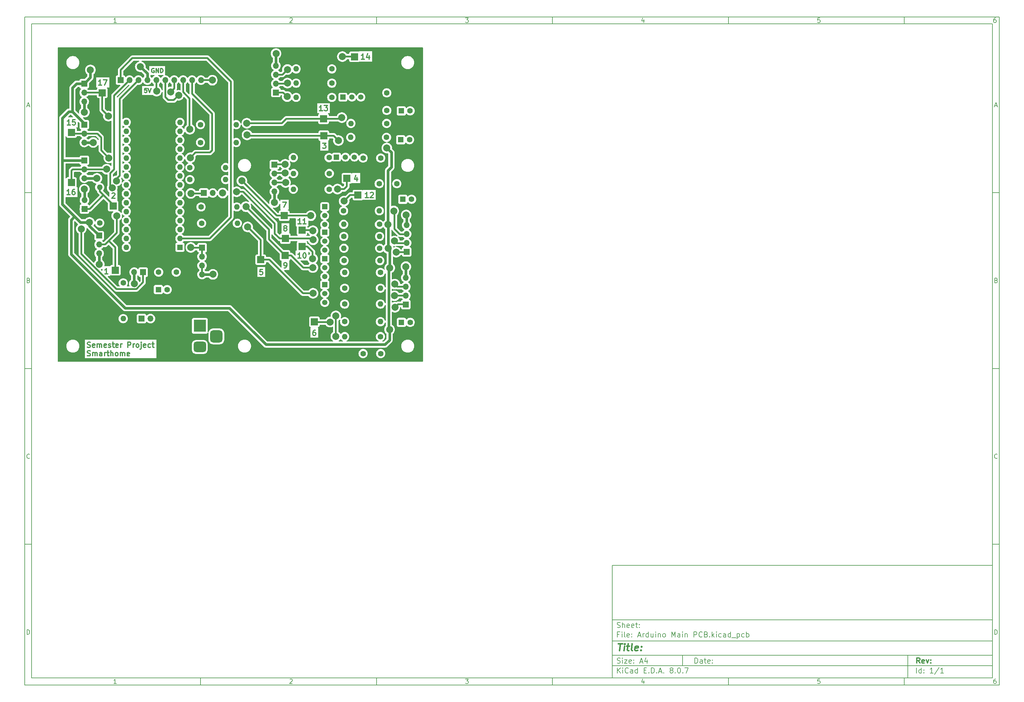
<source format=gbr>
%TF.GenerationSoftware,KiCad,Pcbnew,8.0.7*%
%TF.CreationDate,2025-01-10T14:26:24+01:00*%
%TF.ProjectId,Arduino Main PCB,41726475-696e-46f2-904d-61696e205043,rev?*%
%TF.SameCoordinates,Original*%
%TF.FileFunction,Copper,L1,Top*%
%TF.FilePolarity,Positive*%
%FSLAX46Y46*%
G04 Gerber Fmt 4.6, Leading zero omitted, Abs format (unit mm)*
G04 Created by KiCad (PCBNEW 8.0.7) date 2025-01-10 14:26:24*
%MOMM*%
%LPD*%
G01*
G04 APERTURE LIST*
G04 Aperture macros list*
%AMRoundRect*
0 Rectangle with rounded corners*
0 $1 Rounding radius*
0 $2 $3 $4 $5 $6 $7 $8 $9 X,Y pos of 4 corners*
0 Add a 4 corners polygon primitive as box body*
4,1,4,$2,$3,$4,$5,$6,$7,$8,$9,$2,$3,0*
0 Add four circle primitives for the rounded corners*
1,1,$1+$1,$2,$3*
1,1,$1+$1,$4,$5*
1,1,$1+$1,$6,$7*
1,1,$1+$1,$8,$9*
0 Add four rect primitives between the rounded corners*
20,1,$1+$1,$2,$3,$4,$5,0*
20,1,$1+$1,$4,$5,$6,$7,0*
20,1,$1+$1,$6,$7,$8,$9,0*
20,1,$1+$1,$8,$9,$2,$3,0*%
G04 Aperture macros list end*
%ADD10C,0.100000*%
%ADD11C,0.150000*%
%ADD12C,0.300000*%
%ADD13C,0.400000*%
%TA.AperFunction,NonConductor*%
%ADD14C,0.300000*%
%TD*%
%TA.AperFunction,ComponentPad*%
%ADD15C,1.600000*%
%TD*%
%TA.AperFunction,ComponentPad*%
%ADD16O,1.600000X1.600000*%
%TD*%
%TA.AperFunction,SMDPad,CuDef*%
%ADD17R,2.000000X2.000000*%
%TD*%
%TA.AperFunction,ComponentPad*%
%ADD18R,3.500000X3.500000*%
%TD*%
%TA.AperFunction,ComponentPad*%
%ADD19RoundRect,0.750000X1.000000X-0.750000X1.000000X0.750000X-1.000000X0.750000X-1.000000X-0.750000X0*%
%TD*%
%TA.AperFunction,ComponentPad*%
%ADD20RoundRect,0.875000X0.875000X-0.875000X0.875000X0.875000X-0.875000X0.875000X-0.875000X-0.875000X0*%
%TD*%
%TA.AperFunction,ComponentPad*%
%ADD21R,1.500000X1.500000*%
%TD*%
%TA.AperFunction,ComponentPad*%
%ADD22C,1.500000*%
%TD*%
%TA.AperFunction,ComponentPad*%
%ADD23R,1.600000X1.600000*%
%TD*%
%TA.AperFunction,ComponentPad*%
%ADD24R,1.700000X1.700000*%
%TD*%
%TA.AperFunction,ComponentPad*%
%ADD25O,1.700000X1.700000*%
%TD*%
%TA.AperFunction,ViaPad*%
%ADD26C,2.000000*%
%TD*%
%TA.AperFunction,Conductor*%
%ADD27C,0.500000*%
%TD*%
%TA.AperFunction,Conductor*%
%ADD28C,0.750000*%
%TD*%
G04 APERTURE END LIST*
D10*
D11*
X177002200Y-166007200D02*
X285002200Y-166007200D01*
X285002200Y-198007200D01*
X177002200Y-198007200D01*
X177002200Y-166007200D01*
D10*
D11*
X10000000Y-10000000D02*
X287002200Y-10000000D01*
X287002200Y-200007200D01*
X10000000Y-200007200D01*
X10000000Y-10000000D01*
D10*
D11*
X12000000Y-12000000D02*
X285002200Y-12000000D01*
X285002200Y-198007200D01*
X12000000Y-198007200D01*
X12000000Y-12000000D01*
D10*
D11*
X60000000Y-12000000D02*
X60000000Y-10000000D01*
D10*
D11*
X110000000Y-12000000D02*
X110000000Y-10000000D01*
D10*
D11*
X160000000Y-12000000D02*
X160000000Y-10000000D01*
D10*
D11*
X210000000Y-12000000D02*
X210000000Y-10000000D01*
D10*
D11*
X260000000Y-12000000D02*
X260000000Y-10000000D01*
D10*
D11*
X36089160Y-11593604D02*
X35346303Y-11593604D01*
X35717731Y-11593604D02*
X35717731Y-10293604D01*
X35717731Y-10293604D02*
X35593922Y-10479319D01*
X35593922Y-10479319D02*
X35470112Y-10603128D01*
X35470112Y-10603128D02*
X35346303Y-10665033D01*
D10*
D11*
X85346303Y-10417414D02*
X85408207Y-10355509D01*
X85408207Y-10355509D02*
X85532017Y-10293604D01*
X85532017Y-10293604D02*
X85841541Y-10293604D01*
X85841541Y-10293604D02*
X85965350Y-10355509D01*
X85965350Y-10355509D02*
X86027255Y-10417414D01*
X86027255Y-10417414D02*
X86089160Y-10541223D01*
X86089160Y-10541223D02*
X86089160Y-10665033D01*
X86089160Y-10665033D02*
X86027255Y-10850747D01*
X86027255Y-10850747D02*
X85284398Y-11593604D01*
X85284398Y-11593604D02*
X86089160Y-11593604D01*
D10*
D11*
X135284398Y-10293604D02*
X136089160Y-10293604D01*
X136089160Y-10293604D02*
X135655826Y-10788842D01*
X135655826Y-10788842D02*
X135841541Y-10788842D01*
X135841541Y-10788842D02*
X135965350Y-10850747D01*
X135965350Y-10850747D02*
X136027255Y-10912652D01*
X136027255Y-10912652D02*
X136089160Y-11036461D01*
X136089160Y-11036461D02*
X136089160Y-11345985D01*
X136089160Y-11345985D02*
X136027255Y-11469795D01*
X136027255Y-11469795D02*
X135965350Y-11531700D01*
X135965350Y-11531700D02*
X135841541Y-11593604D01*
X135841541Y-11593604D02*
X135470112Y-11593604D01*
X135470112Y-11593604D02*
X135346303Y-11531700D01*
X135346303Y-11531700D02*
X135284398Y-11469795D01*
D10*
D11*
X185965350Y-10726938D02*
X185965350Y-11593604D01*
X185655826Y-10231700D02*
X185346303Y-11160271D01*
X185346303Y-11160271D02*
X186151064Y-11160271D01*
D10*
D11*
X236027255Y-10293604D02*
X235408207Y-10293604D01*
X235408207Y-10293604D02*
X235346303Y-10912652D01*
X235346303Y-10912652D02*
X235408207Y-10850747D01*
X235408207Y-10850747D02*
X235532017Y-10788842D01*
X235532017Y-10788842D02*
X235841541Y-10788842D01*
X235841541Y-10788842D02*
X235965350Y-10850747D01*
X235965350Y-10850747D02*
X236027255Y-10912652D01*
X236027255Y-10912652D02*
X236089160Y-11036461D01*
X236089160Y-11036461D02*
X236089160Y-11345985D01*
X236089160Y-11345985D02*
X236027255Y-11469795D01*
X236027255Y-11469795D02*
X235965350Y-11531700D01*
X235965350Y-11531700D02*
X235841541Y-11593604D01*
X235841541Y-11593604D02*
X235532017Y-11593604D01*
X235532017Y-11593604D02*
X235408207Y-11531700D01*
X235408207Y-11531700D02*
X235346303Y-11469795D01*
D10*
D11*
X285965350Y-10293604D02*
X285717731Y-10293604D01*
X285717731Y-10293604D02*
X285593922Y-10355509D01*
X285593922Y-10355509D02*
X285532017Y-10417414D01*
X285532017Y-10417414D02*
X285408207Y-10603128D01*
X285408207Y-10603128D02*
X285346303Y-10850747D01*
X285346303Y-10850747D02*
X285346303Y-11345985D01*
X285346303Y-11345985D02*
X285408207Y-11469795D01*
X285408207Y-11469795D02*
X285470112Y-11531700D01*
X285470112Y-11531700D02*
X285593922Y-11593604D01*
X285593922Y-11593604D02*
X285841541Y-11593604D01*
X285841541Y-11593604D02*
X285965350Y-11531700D01*
X285965350Y-11531700D02*
X286027255Y-11469795D01*
X286027255Y-11469795D02*
X286089160Y-11345985D01*
X286089160Y-11345985D02*
X286089160Y-11036461D01*
X286089160Y-11036461D02*
X286027255Y-10912652D01*
X286027255Y-10912652D02*
X285965350Y-10850747D01*
X285965350Y-10850747D02*
X285841541Y-10788842D01*
X285841541Y-10788842D02*
X285593922Y-10788842D01*
X285593922Y-10788842D02*
X285470112Y-10850747D01*
X285470112Y-10850747D02*
X285408207Y-10912652D01*
X285408207Y-10912652D02*
X285346303Y-11036461D01*
D10*
D11*
X60000000Y-198007200D02*
X60000000Y-200007200D01*
D10*
D11*
X110000000Y-198007200D02*
X110000000Y-200007200D01*
D10*
D11*
X160000000Y-198007200D02*
X160000000Y-200007200D01*
D10*
D11*
X210000000Y-198007200D02*
X210000000Y-200007200D01*
D10*
D11*
X260000000Y-198007200D02*
X260000000Y-200007200D01*
D10*
D11*
X36089160Y-199600804D02*
X35346303Y-199600804D01*
X35717731Y-199600804D02*
X35717731Y-198300804D01*
X35717731Y-198300804D02*
X35593922Y-198486519D01*
X35593922Y-198486519D02*
X35470112Y-198610328D01*
X35470112Y-198610328D02*
X35346303Y-198672233D01*
D10*
D11*
X85346303Y-198424614D02*
X85408207Y-198362709D01*
X85408207Y-198362709D02*
X85532017Y-198300804D01*
X85532017Y-198300804D02*
X85841541Y-198300804D01*
X85841541Y-198300804D02*
X85965350Y-198362709D01*
X85965350Y-198362709D02*
X86027255Y-198424614D01*
X86027255Y-198424614D02*
X86089160Y-198548423D01*
X86089160Y-198548423D02*
X86089160Y-198672233D01*
X86089160Y-198672233D02*
X86027255Y-198857947D01*
X86027255Y-198857947D02*
X85284398Y-199600804D01*
X85284398Y-199600804D02*
X86089160Y-199600804D01*
D10*
D11*
X135284398Y-198300804D02*
X136089160Y-198300804D01*
X136089160Y-198300804D02*
X135655826Y-198796042D01*
X135655826Y-198796042D02*
X135841541Y-198796042D01*
X135841541Y-198796042D02*
X135965350Y-198857947D01*
X135965350Y-198857947D02*
X136027255Y-198919852D01*
X136027255Y-198919852D02*
X136089160Y-199043661D01*
X136089160Y-199043661D02*
X136089160Y-199353185D01*
X136089160Y-199353185D02*
X136027255Y-199476995D01*
X136027255Y-199476995D02*
X135965350Y-199538900D01*
X135965350Y-199538900D02*
X135841541Y-199600804D01*
X135841541Y-199600804D02*
X135470112Y-199600804D01*
X135470112Y-199600804D02*
X135346303Y-199538900D01*
X135346303Y-199538900D02*
X135284398Y-199476995D01*
D10*
D11*
X185965350Y-198734138D02*
X185965350Y-199600804D01*
X185655826Y-198238900D02*
X185346303Y-199167471D01*
X185346303Y-199167471D02*
X186151064Y-199167471D01*
D10*
D11*
X236027255Y-198300804D02*
X235408207Y-198300804D01*
X235408207Y-198300804D02*
X235346303Y-198919852D01*
X235346303Y-198919852D02*
X235408207Y-198857947D01*
X235408207Y-198857947D02*
X235532017Y-198796042D01*
X235532017Y-198796042D02*
X235841541Y-198796042D01*
X235841541Y-198796042D02*
X235965350Y-198857947D01*
X235965350Y-198857947D02*
X236027255Y-198919852D01*
X236027255Y-198919852D02*
X236089160Y-199043661D01*
X236089160Y-199043661D02*
X236089160Y-199353185D01*
X236089160Y-199353185D02*
X236027255Y-199476995D01*
X236027255Y-199476995D02*
X235965350Y-199538900D01*
X235965350Y-199538900D02*
X235841541Y-199600804D01*
X235841541Y-199600804D02*
X235532017Y-199600804D01*
X235532017Y-199600804D02*
X235408207Y-199538900D01*
X235408207Y-199538900D02*
X235346303Y-199476995D01*
D10*
D11*
X285965350Y-198300804D02*
X285717731Y-198300804D01*
X285717731Y-198300804D02*
X285593922Y-198362709D01*
X285593922Y-198362709D02*
X285532017Y-198424614D01*
X285532017Y-198424614D02*
X285408207Y-198610328D01*
X285408207Y-198610328D02*
X285346303Y-198857947D01*
X285346303Y-198857947D02*
X285346303Y-199353185D01*
X285346303Y-199353185D02*
X285408207Y-199476995D01*
X285408207Y-199476995D02*
X285470112Y-199538900D01*
X285470112Y-199538900D02*
X285593922Y-199600804D01*
X285593922Y-199600804D02*
X285841541Y-199600804D01*
X285841541Y-199600804D02*
X285965350Y-199538900D01*
X285965350Y-199538900D02*
X286027255Y-199476995D01*
X286027255Y-199476995D02*
X286089160Y-199353185D01*
X286089160Y-199353185D02*
X286089160Y-199043661D01*
X286089160Y-199043661D02*
X286027255Y-198919852D01*
X286027255Y-198919852D02*
X285965350Y-198857947D01*
X285965350Y-198857947D02*
X285841541Y-198796042D01*
X285841541Y-198796042D02*
X285593922Y-198796042D01*
X285593922Y-198796042D02*
X285470112Y-198857947D01*
X285470112Y-198857947D02*
X285408207Y-198919852D01*
X285408207Y-198919852D02*
X285346303Y-199043661D01*
D10*
D11*
X10000000Y-60000000D02*
X12000000Y-60000000D01*
D10*
D11*
X10000000Y-110000000D02*
X12000000Y-110000000D01*
D10*
D11*
X10000000Y-160000000D02*
X12000000Y-160000000D01*
D10*
D11*
X10690476Y-35222176D02*
X11309523Y-35222176D01*
X10566666Y-35593604D02*
X10999999Y-34293604D01*
X10999999Y-34293604D02*
X11433333Y-35593604D01*
D10*
D11*
X11092857Y-84912652D02*
X11278571Y-84974557D01*
X11278571Y-84974557D02*
X11340476Y-85036461D01*
X11340476Y-85036461D02*
X11402380Y-85160271D01*
X11402380Y-85160271D02*
X11402380Y-85345985D01*
X11402380Y-85345985D02*
X11340476Y-85469795D01*
X11340476Y-85469795D02*
X11278571Y-85531700D01*
X11278571Y-85531700D02*
X11154761Y-85593604D01*
X11154761Y-85593604D02*
X10659523Y-85593604D01*
X10659523Y-85593604D02*
X10659523Y-84293604D01*
X10659523Y-84293604D02*
X11092857Y-84293604D01*
X11092857Y-84293604D02*
X11216666Y-84355509D01*
X11216666Y-84355509D02*
X11278571Y-84417414D01*
X11278571Y-84417414D02*
X11340476Y-84541223D01*
X11340476Y-84541223D02*
X11340476Y-84665033D01*
X11340476Y-84665033D02*
X11278571Y-84788842D01*
X11278571Y-84788842D02*
X11216666Y-84850747D01*
X11216666Y-84850747D02*
X11092857Y-84912652D01*
X11092857Y-84912652D02*
X10659523Y-84912652D01*
D10*
D11*
X11402380Y-135469795D02*
X11340476Y-135531700D01*
X11340476Y-135531700D02*
X11154761Y-135593604D01*
X11154761Y-135593604D02*
X11030952Y-135593604D01*
X11030952Y-135593604D02*
X10845238Y-135531700D01*
X10845238Y-135531700D02*
X10721428Y-135407890D01*
X10721428Y-135407890D02*
X10659523Y-135284080D01*
X10659523Y-135284080D02*
X10597619Y-135036461D01*
X10597619Y-135036461D02*
X10597619Y-134850747D01*
X10597619Y-134850747D02*
X10659523Y-134603128D01*
X10659523Y-134603128D02*
X10721428Y-134479319D01*
X10721428Y-134479319D02*
X10845238Y-134355509D01*
X10845238Y-134355509D02*
X11030952Y-134293604D01*
X11030952Y-134293604D02*
X11154761Y-134293604D01*
X11154761Y-134293604D02*
X11340476Y-134355509D01*
X11340476Y-134355509D02*
X11402380Y-134417414D01*
D10*
D11*
X10659523Y-185593604D02*
X10659523Y-184293604D01*
X10659523Y-184293604D02*
X10969047Y-184293604D01*
X10969047Y-184293604D02*
X11154761Y-184355509D01*
X11154761Y-184355509D02*
X11278571Y-184479319D01*
X11278571Y-184479319D02*
X11340476Y-184603128D01*
X11340476Y-184603128D02*
X11402380Y-184850747D01*
X11402380Y-184850747D02*
X11402380Y-185036461D01*
X11402380Y-185036461D02*
X11340476Y-185284080D01*
X11340476Y-185284080D02*
X11278571Y-185407890D01*
X11278571Y-185407890D02*
X11154761Y-185531700D01*
X11154761Y-185531700D02*
X10969047Y-185593604D01*
X10969047Y-185593604D02*
X10659523Y-185593604D01*
D10*
D11*
X287002200Y-60000000D02*
X285002200Y-60000000D01*
D10*
D11*
X287002200Y-110000000D02*
X285002200Y-110000000D01*
D10*
D11*
X287002200Y-160000000D02*
X285002200Y-160000000D01*
D10*
D11*
X285692676Y-35222176D02*
X286311723Y-35222176D01*
X285568866Y-35593604D02*
X286002199Y-34293604D01*
X286002199Y-34293604D02*
X286435533Y-35593604D01*
D10*
D11*
X286095057Y-84912652D02*
X286280771Y-84974557D01*
X286280771Y-84974557D02*
X286342676Y-85036461D01*
X286342676Y-85036461D02*
X286404580Y-85160271D01*
X286404580Y-85160271D02*
X286404580Y-85345985D01*
X286404580Y-85345985D02*
X286342676Y-85469795D01*
X286342676Y-85469795D02*
X286280771Y-85531700D01*
X286280771Y-85531700D02*
X286156961Y-85593604D01*
X286156961Y-85593604D02*
X285661723Y-85593604D01*
X285661723Y-85593604D02*
X285661723Y-84293604D01*
X285661723Y-84293604D02*
X286095057Y-84293604D01*
X286095057Y-84293604D02*
X286218866Y-84355509D01*
X286218866Y-84355509D02*
X286280771Y-84417414D01*
X286280771Y-84417414D02*
X286342676Y-84541223D01*
X286342676Y-84541223D02*
X286342676Y-84665033D01*
X286342676Y-84665033D02*
X286280771Y-84788842D01*
X286280771Y-84788842D02*
X286218866Y-84850747D01*
X286218866Y-84850747D02*
X286095057Y-84912652D01*
X286095057Y-84912652D02*
X285661723Y-84912652D01*
D10*
D11*
X286404580Y-135469795D02*
X286342676Y-135531700D01*
X286342676Y-135531700D02*
X286156961Y-135593604D01*
X286156961Y-135593604D02*
X286033152Y-135593604D01*
X286033152Y-135593604D02*
X285847438Y-135531700D01*
X285847438Y-135531700D02*
X285723628Y-135407890D01*
X285723628Y-135407890D02*
X285661723Y-135284080D01*
X285661723Y-135284080D02*
X285599819Y-135036461D01*
X285599819Y-135036461D02*
X285599819Y-134850747D01*
X285599819Y-134850747D02*
X285661723Y-134603128D01*
X285661723Y-134603128D02*
X285723628Y-134479319D01*
X285723628Y-134479319D02*
X285847438Y-134355509D01*
X285847438Y-134355509D02*
X286033152Y-134293604D01*
X286033152Y-134293604D02*
X286156961Y-134293604D01*
X286156961Y-134293604D02*
X286342676Y-134355509D01*
X286342676Y-134355509D02*
X286404580Y-134417414D01*
D10*
D11*
X285661723Y-185593604D02*
X285661723Y-184293604D01*
X285661723Y-184293604D02*
X285971247Y-184293604D01*
X285971247Y-184293604D02*
X286156961Y-184355509D01*
X286156961Y-184355509D02*
X286280771Y-184479319D01*
X286280771Y-184479319D02*
X286342676Y-184603128D01*
X286342676Y-184603128D02*
X286404580Y-184850747D01*
X286404580Y-184850747D02*
X286404580Y-185036461D01*
X286404580Y-185036461D02*
X286342676Y-185284080D01*
X286342676Y-185284080D02*
X286280771Y-185407890D01*
X286280771Y-185407890D02*
X286156961Y-185531700D01*
X286156961Y-185531700D02*
X285971247Y-185593604D01*
X285971247Y-185593604D02*
X285661723Y-185593604D01*
D10*
D11*
X200458026Y-193793328D02*
X200458026Y-192293328D01*
X200458026Y-192293328D02*
X200815169Y-192293328D01*
X200815169Y-192293328D02*
X201029455Y-192364757D01*
X201029455Y-192364757D02*
X201172312Y-192507614D01*
X201172312Y-192507614D02*
X201243741Y-192650471D01*
X201243741Y-192650471D02*
X201315169Y-192936185D01*
X201315169Y-192936185D02*
X201315169Y-193150471D01*
X201315169Y-193150471D02*
X201243741Y-193436185D01*
X201243741Y-193436185D02*
X201172312Y-193579042D01*
X201172312Y-193579042D02*
X201029455Y-193721900D01*
X201029455Y-193721900D02*
X200815169Y-193793328D01*
X200815169Y-193793328D02*
X200458026Y-193793328D01*
X202600884Y-193793328D02*
X202600884Y-193007614D01*
X202600884Y-193007614D02*
X202529455Y-192864757D01*
X202529455Y-192864757D02*
X202386598Y-192793328D01*
X202386598Y-192793328D02*
X202100884Y-192793328D01*
X202100884Y-192793328D02*
X201958026Y-192864757D01*
X202600884Y-193721900D02*
X202458026Y-193793328D01*
X202458026Y-193793328D02*
X202100884Y-193793328D01*
X202100884Y-193793328D02*
X201958026Y-193721900D01*
X201958026Y-193721900D02*
X201886598Y-193579042D01*
X201886598Y-193579042D02*
X201886598Y-193436185D01*
X201886598Y-193436185D02*
X201958026Y-193293328D01*
X201958026Y-193293328D02*
X202100884Y-193221900D01*
X202100884Y-193221900D02*
X202458026Y-193221900D01*
X202458026Y-193221900D02*
X202600884Y-193150471D01*
X203100884Y-192793328D02*
X203672312Y-192793328D01*
X203315169Y-192293328D02*
X203315169Y-193579042D01*
X203315169Y-193579042D02*
X203386598Y-193721900D01*
X203386598Y-193721900D02*
X203529455Y-193793328D01*
X203529455Y-193793328D02*
X203672312Y-193793328D01*
X204743741Y-193721900D02*
X204600884Y-193793328D01*
X204600884Y-193793328D02*
X204315170Y-193793328D01*
X204315170Y-193793328D02*
X204172312Y-193721900D01*
X204172312Y-193721900D02*
X204100884Y-193579042D01*
X204100884Y-193579042D02*
X204100884Y-193007614D01*
X204100884Y-193007614D02*
X204172312Y-192864757D01*
X204172312Y-192864757D02*
X204315170Y-192793328D01*
X204315170Y-192793328D02*
X204600884Y-192793328D01*
X204600884Y-192793328D02*
X204743741Y-192864757D01*
X204743741Y-192864757D02*
X204815170Y-193007614D01*
X204815170Y-193007614D02*
X204815170Y-193150471D01*
X204815170Y-193150471D02*
X204100884Y-193293328D01*
X205458026Y-193650471D02*
X205529455Y-193721900D01*
X205529455Y-193721900D02*
X205458026Y-193793328D01*
X205458026Y-193793328D02*
X205386598Y-193721900D01*
X205386598Y-193721900D02*
X205458026Y-193650471D01*
X205458026Y-193650471D02*
X205458026Y-193793328D01*
X205458026Y-192864757D02*
X205529455Y-192936185D01*
X205529455Y-192936185D02*
X205458026Y-193007614D01*
X205458026Y-193007614D02*
X205386598Y-192936185D01*
X205386598Y-192936185D02*
X205458026Y-192864757D01*
X205458026Y-192864757D02*
X205458026Y-193007614D01*
D10*
D11*
X177002200Y-194507200D02*
X285002200Y-194507200D01*
D10*
D11*
X178458026Y-196593328D02*
X178458026Y-195093328D01*
X179315169Y-196593328D02*
X178672312Y-195736185D01*
X179315169Y-195093328D02*
X178458026Y-195950471D01*
X179958026Y-196593328D02*
X179958026Y-195593328D01*
X179958026Y-195093328D02*
X179886598Y-195164757D01*
X179886598Y-195164757D02*
X179958026Y-195236185D01*
X179958026Y-195236185D02*
X180029455Y-195164757D01*
X180029455Y-195164757D02*
X179958026Y-195093328D01*
X179958026Y-195093328D02*
X179958026Y-195236185D01*
X181529455Y-196450471D02*
X181458027Y-196521900D01*
X181458027Y-196521900D02*
X181243741Y-196593328D01*
X181243741Y-196593328D02*
X181100884Y-196593328D01*
X181100884Y-196593328D02*
X180886598Y-196521900D01*
X180886598Y-196521900D02*
X180743741Y-196379042D01*
X180743741Y-196379042D02*
X180672312Y-196236185D01*
X180672312Y-196236185D02*
X180600884Y-195950471D01*
X180600884Y-195950471D02*
X180600884Y-195736185D01*
X180600884Y-195736185D02*
X180672312Y-195450471D01*
X180672312Y-195450471D02*
X180743741Y-195307614D01*
X180743741Y-195307614D02*
X180886598Y-195164757D01*
X180886598Y-195164757D02*
X181100884Y-195093328D01*
X181100884Y-195093328D02*
X181243741Y-195093328D01*
X181243741Y-195093328D02*
X181458027Y-195164757D01*
X181458027Y-195164757D02*
X181529455Y-195236185D01*
X182815170Y-196593328D02*
X182815170Y-195807614D01*
X182815170Y-195807614D02*
X182743741Y-195664757D01*
X182743741Y-195664757D02*
X182600884Y-195593328D01*
X182600884Y-195593328D02*
X182315170Y-195593328D01*
X182315170Y-195593328D02*
X182172312Y-195664757D01*
X182815170Y-196521900D02*
X182672312Y-196593328D01*
X182672312Y-196593328D02*
X182315170Y-196593328D01*
X182315170Y-196593328D02*
X182172312Y-196521900D01*
X182172312Y-196521900D02*
X182100884Y-196379042D01*
X182100884Y-196379042D02*
X182100884Y-196236185D01*
X182100884Y-196236185D02*
X182172312Y-196093328D01*
X182172312Y-196093328D02*
X182315170Y-196021900D01*
X182315170Y-196021900D02*
X182672312Y-196021900D01*
X182672312Y-196021900D02*
X182815170Y-195950471D01*
X184172313Y-196593328D02*
X184172313Y-195093328D01*
X184172313Y-196521900D02*
X184029455Y-196593328D01*
X184029455Y-196593328D02*
X183743741Y-196593328D01*
X183743741Y-196593328D02*
X183600884Y-196521900D01*
X183600884Y-196521900D02*
X183529455Y-196450471D01*
X183529455Y-196450471D02*
X183458027Y-196307614D01*
X183458027Y-196307614D02*
X183458027Y-195879042D01*
X183458027Y-195879042D02*
X183529455Y-195736185D01*
X183529455Y-195736185D02*
X183600884Y-195664757D01*
X183600884Y-195664757D02*
X183743741Y-195593328D01*
X183743741Y-195593328D02*
X184029455Y-195593328D01*
X184029455Y-195593328D02*
X184172313Y-195664757D01*
X186029455Y-195807614D02*
X186529455Y-195807614D01*
X186743741Y-196593328D02*
X186029455Y-196593328D01*
X186029455Y-196593328D02*
X186029455Y-195093328D01*
X186029455Y-195093328D02*
X186743741Y-195093328D01*
X187386598Y-196450471D02*
X187458027Y-196521900D01*
X187458027Y-196521900D02*
X187386598Y-196593328D01*
X187386598Y-196593328D02*
X187315170Y-196521900D01*
X187315170Y-196521900D02*
X187386598Y-196450471D01*
X187386598Y-196450471D02*
X187386598Y-196593328D01*
X188100884Y-196593328D02*
X188100884Y-195093328D01*
X188100884Y-195093328D02*
X188458027Y-195093328D01*
X188458027Y-195093328D02*
X188672313Y-195164757D01*
X188672313Y-195164757D02*
X188815170Y-195307614D01*
X188815170Y-195307614D02*
X188886599Y-195450471D01*
X188886599Y-195450471D02*
X188958027Y-195736185D01*
X188958027Y-195736185D02*
X188958027Y-195950471D01*
X188958027Y-195950471D02*
X188886599Y-196236185D01*
X188886599Y-196236185D02*
X188815170Y-196379042D01*
X188815170Y-196379042D02*
X188672313Y-196521900D01*
X188672313Y-196521900D02*
X188458027Y-196593328D01*
X188458027Y-196593328D02*
X188100884Y-196593328D01*
X189600884Y-196450471D02*
X189672313Y-196521900D01*
X189672313Y-196521900D02*
X189600884Y-196593328D01*
X189600884Y-196593328D02*
X189529456Y-196521900D01*
X189529456Y-196521900D02*
X189600884Y-196450471D01*
X189600884Y-196450471D02*
X189600884Y-196593328D01*
X190243742Y-196164757D02*
X190958028Y-196164757D01*
X190100885Y-196593328D02*
X190600885Y-195093328D01*
X190600885Y-195093328D02*
X191100885Y-196593328D01*
X191600884Y-196450471D02*
X191672313Y-196521900D01*
X191672313Y-196521900D02*
X191600884Y-196593328D01*
X191600884Y-196593328D02*
X191529456Y-196521900D01*
X191529456Y-196521900D02*
X191600884Y-196450471D01*
X191600884Y-196450471D02*
X191600884Y-196593328D01*
X193672313Y-195736185D02*
X193529456Y-195664757D01*
X193529456Y-195664757D02*
X193458027Y-195593328D01*
X193458027Y-195593328D02*
X193386599Y-195450471D01*
X193386599Y-195450471D02*
X193386599Y-195379042D01*
X193386599Y-195379042D02*
X193458027Y-195236185D01*
X193458027Y-195236185D02*
X193529456Y-195164757D01*
X193529456Y-195164757D02*
X193672313Y-195093328D01*
X193672313Y-195093328D02*
X193958027Y-195093328D01*
X193958027Y-195093328D02*
X194100885Y-195164757D01*
X194100885Y-195164757D02*
X194172313Y-195236185D01*
X194172313Y-195236185D02*
X194243742Y-195379042D01*
X194243742Y-195379042D02*
X194243742Y-195450471D01*
X194243742Y-195450471D02*
X194172313Y-195593328D01*
X194172313Y-195593328D02*
X194100885Y-195664757D01*
X194100885Y-195664757D02*
X193958027Y-195736185D01*
X193958027Y-195736185D02*
X193672313Y-195736185D01*
X193672313Y-195736185D02*
X193529456Y-195807614D01*
X193529456Y-195807614D02*
X193458027Y-195879042D01*
X193458027Y-195879042D02*
X193386599Y-196021900D01*
X193386599Y-196021900D02*
X193386599Y-196307614D01*
X193386599Y-196307614D02*
X193458027Y-196450471D01*
X193458027Y-196450471D02*
X193529456Y-196521900D01*
X193529456Y-196521900D02*
X193672313Y-196593328D01*
X193672313Y-196593328D02*
X193958027Y-196593328D01*
X193958027Y-196593328D02*
X194100885Y-196521900D01*
X194100885Y-196521900D02*
X194172313Y-196450471D01*
X194172313Y-196450471D02*
X194243742Y-196307614D01*
X194243742Y-196307614D02*
X194243742Y-196021900D01*
X194243742Y-196021900D02*
X194172313Y-195879042D01*
X194172313Y-195879042D02*
X194100885Y-195807614D01*
X194100885Y-195807614D02*
X193958027Y-195736185D01*
X194886598Y-196450471D02*
X194958027Y-196521900D01*
X194958027Y-196521900D02*
X194886598Y-196593328D01*
X194886598Y-196593328D02*
X194815170Y-196521900D01*
X194815170Y-196521900D02*
X194886598Y-196450471D01*
X194886598Y-196450471D02*
X194886598Y-196593328D01*
X195886599Y-195093328D02*
X196029456Y-195093328D01*
X196029456Y-195093328D02*
X196172313Y-195164757D01*
X196172313Y-195164757D02*
X196243742Y-195236185D01*
X196243742Y-195236185D02*
X196315170Y-195379042D01*
X196315170Y-195379042D02*
X196386599Y-195664757D01*
X196386599Y-195664757D02*
X196386599Y-196021900D01*
X196386599Y-196021900D02*
X196315170Y-196307614D01*
X196315170Y-196307614D02*
X196243742Y-196450471D01*
X196243742Y-196450471D02*
X196172313Y-196521900D01*
X196172313Y-196521900D02*
X196029456Y-196593328D01*
X196029456Y-196593328D02*
X195886599Y-196593328D01*
X195886599Y-196593328D02*
X195743742Y-196521900D01*
X195743742Y-196521900D02*
X195672313Y-196450471D01*
X195672313Y-196450471D02*
X195600884Y-196307614D01*
X195600884Y-196307614D02*
X195529456Y-196021900D01*
X195529456Y-196021900D02*
X195529456Y-195664757D01*
X195529456Y-195664757D02*
X195600884Y-195379042D01*
X195600884Y-195379042D02*
X195672313Y-195236185D01*
X195672313Y-195236185D02*
X195743742Y-195164757D01*
X195743742Y-195164757D02*
X195886599Y-195093328D01*
X197029455Y-196450471D02*
X197100884Y-196521900D01*
X197100884Y-196521900D02*
X197029455Y-196593328D01*
X197029455Y-196593328D02*
X196958027Y-196521900D01*
X196958027Y-196521900D02*
X197029455Y-196450471D01*
X197029455Y-196450471D02*
X197029455Y-196593328D01*
X197600884Y-195093328D02*
X198600884Y-195093328D01*
X198600884Y-195093328D02*
X197958027Y-196593328D01*
D10*
D11*
X177002200Y-191507200D02*
X285002200Y-191507200D01*
D10*
D12*
X264413853Y-193785528D02*
X263913853Y-193071242D01*
X263556710Y-193785528D02*
X263556710Y-192285528D01*
X263556710Y-192285528D02*
X264128139Y-192285528D01*
X264128139Y-192285528D02*
X264270996Y-192356957D01*
X264270996Y-192356957D02*
X264342425Y-192428385D01*
X264342425Y-192428385D02*
X264413853Y-192571242D01*
X264413853Y-192571242D02*
X264413853Y-192785528D01*
X264413853Y-192785528D02*
X264342425Y-192928385D01*
X264342425Y-192928385D02*
X264270996Y-192999814D01*
X264270996Y-192999814D02*
X264128139Y-193071242D01*
X264128139Y-193071242D02*
X263556710Y-193071242D01*
X265628139Y-193714100D02*
X265485282Y-193785528D01*
X265485282Y-193785528D02*
X265199568Y-193785528D01*
X265199568Y-193785528D02*
X265056710Y-193714100D01*
X265056710Y-193714100D02*
X264985282Y-193571242D01*
X264985282Y-193571242D02*
X264985282Y-192999814D01*
X264985282Y-192999814D02*
X265056710Y-192856957D01*
X265056710Y-192856957D02*
X265199568Y-192785528D01*
X265199568Y-192785528D02*
X265485282Y-192785528D01*
X265485282Y-192785528D02*
X265628139Y-192856957D01*
X265628139Y-192856957D02*
X265699568Y-192999814D01*
X265699568Y-192999814D02*
X265699568Y-193142671D01*
X265699568Y-193142671D02*
X264985282Y-193285528D01*
X266199567Y-192785528D02*
X266556710Y-193785528D01*
X266556710Y-193785528D02*
X266913853Y-192785528D01*
X267485281Y-193642671D02*
X267556710Y-193714100D01*
X267556710Y-193714100D02*
X267485281Y-193785528D01*
X267485281Y-193785528D02*
X267413853Y-193714100D01*
X267413853Y-193714100D02*
X267485281Y-193642671D01*
X267485281Y-193642671D02*
X267485281Y-193785528D01*
X267485281Y-192856957D02*
X267556710Y-192928385D01*
X267556710Y-192928385D02*
X267485281Y-192999814D01*
X267485281Y-192999814D02*
X267413853Y-192928385D01*
X267413853Y-192928385D02*
X267485281Y-192856957D01*
X267485281Y-192856957D02*
X267485281Y-192999814D01*
D10*
D11*
X178386598Y-193721900D02*
X178600884Y-193793328D01*
X178600884Y-193793328D02*
X178958026Y-193793328D01*
X178958026Y-193793328D02*
X179100884Y-193721900D01*
X179100884Y-193721900D02*
X179172312Y-193650471D01*
X179172312Y-193650471D02*
X179243741Y-193507614D01*
X179243741Y-193507614D02*
X179243741Y-193364757D01*
X179243741Y-193364757D02*
X179172312Y-193221900D01*
X179172312Y-193221900D02*
X179100884Y-193150471D01*
X179100884Y-193150471D02*
X178958026Y-193079042D01*
X178958026Y-193079042D02*
X178672312Y-193007614D01*
X178672312Y-193007614D02*
X178529455Y-192936185D01*
X178529455Y-192936185D02*
X178458026Y-192864757D01*
X178458026Y-192864757D02*
X178386598Y-192721900D01*
X178386598Y-192721900D02*
X178386598Y-192579042D01*
X178386598Y-192579042D02*
X178458026Y-192436185D01*
X178458026Y-192436185D02*
X178529455Y-192364757D01*
X178529455Y-192364757D02*
X178672312Y-192293328D01*
X178672312Y-192293328D02*
X179029455Y-192293328D01*
X179029455Y-192293328D02*
X179243741Y-192364757D01*
X179886597Y-193793328D02*
X179886597Y-192793328D01*
X179886597Y-192293328D02*
X179815169Y-192364757D01*
X179815169Y-192364757D02*
X179886597Y-192436185D01*
X179886597Y-192436185D02*
X179958026Y-192364757D01*
X179958026Y-192364757D02*
X179886597Y-192293328D01*
X179886597Y-192293328D02*
X179886597Y-192436185D01*
X180458026Y-192793328D02*
X181243741Y-192793328D01*
X181243741Y-192793328D02*
X180458026Y-193793328D01*
X180458026Y-193793328D02*
X181243741Y-193793328D01*
X182386598Y-193721900D02*
X182243741Y-193793328D01*
X182243741Y-193793328D02*
X181958027Y-193793328D01*
X181958027Y-193793328D02*
X181815169Y-193721900D01*
X181815169Y-193721900D02*
X181743741Y-193579042D01*
X181743741Y-193579042D02*
X181743741Y-193007614D01*
X181743741Y-193007614D02*
X181815169Y-192864757D01*
X181815169Y-192864757D02*
X181958027Y-192793328D01*
X181958027Y-192793328D02*
X182243741Y-192793328D01*
X182243741Y-192793328D02*
X182386598Y-192864757D01*
X182386598Y-192864757D02*
X182458027Y-193007614D01*
X182458027Y-193007614D02*
X182458027Y-193150471D01*
X182458027Y-193150471D02*
X181743741Y-193293328D01*
X183100883Y-193650471D02*
X183172312Y-193721900D01*
X183172312Y-193721900D02*
X183100883Y-193793328D01*
X183100883Y-193793328D02*
X183029455Y-193721900D01*
X183029455Y-193721900D02*
X183100883Y-193650471D01*
X183100883Y-193650471D02*
X183100883Y-193793328D01*
X183100883Y-192864757D02*
X183172312Y-192936185D01*
X183172312Y-192936185D02*
X183100883Y-193007614D01*
X183100883Y-193007614D02*
X183029455Y-192936185D01*
X183029455Y-192936185D02*
X183100883Y-192864757D01*
X183100883Y-192864757D02*
X183100883Y-193007614D01*
X184886598Y-193364757D02*
X185600884Y-193364757D01*
X184743741Y-193793328D02*
X185243741Y-192293328D01*
X185243741Y-192293328D02*
X185743741Y-193793328D01*
X186886598Y-192793328D02*
X186886598Y-193793328D01*
X186529455Y-192221900D02*
X186172312Y-193293328D01*
X186172312Y-193293328D02*
X187100883Y-193293328D01*
D10*
D11*
X263458026Y-196593328D02*
X263458026Y-195093328D01*
X264815170Y-196593328D02*
X264815170Y-195093328D01*
X264815170Y-196521900D02*
X264672312Y-196593328D01*
X264672312Y-196593328D02*
X264386598Y-196593328D01*
X264386598Y-196593328D02*
X264243741Y-196521900D01*
X264243741Y-196521900D02*
X264172312Y-196450471D01*
X264172312Y-196450471D02*
X264100884Y-196307614D01*
X264100884Y-196307614D02*
X264100884Y-195879042D01*
X264100884Y-195879042D02*
X264172312Y-195736185D01*
X264172312Y-195736185D02*
X264243741Y-195664757D01*
X264243741Y-195664757D02*
X264386598Y-195593328D01*
X264386598Y-195593328D02*
X264672312Y-195593328D01*
X264672312Y-195593328D02*
X264815170Y-195664757D01*
X265529455Y-196450471D02*
X265600884Y-196521900D01*
X265600884Y-196521900D02*
X265529455Y-196593328D01*
X265529455Y-196593328D02*
X265458027Y-196521900D01*
X265458027Y-196521900D02*
X265529455Y-196450471D01*
X265529455Y-196450471D02*
X265529455Y-196593328D01*
X265529455Y-195664757D02*
X265600884Y-195736185D01*
X265600884Y-195736185D02*
X265529455Y-195807614D01*
X265529455Y-195807614D02*
X265458027Y-195736185D01*
X265458027Y-195736185D02*
X265529455Y-195664757D01*
X265529455Y-195664757D02*
X265529455Y-195807614D01*
X268172313Y-196593328D02*
X267315170Y-196593328D01*
X267743741Y-196593328D02*
X267743741Y-195093328D01*
X267743741Y-195093328D02*
X267600884Y-195307614D01*
X267600884Y-195307614D02*
X267458027Y-195450471D01*
X267458027Y-195450471D02*
X267315170Y-195521900D01*
X269886598Y-195021900D02*
X268600884Y-196950471D01*
X271172313Y-196593328D02*
X270315170Y-196593328D01*
X270743741Y-196593328D02*
X270743741Y-195093328D01*
X270743741Y-195093328D02*
X270600884Y-195307614D01*
X270600884Y-195307614D02*
X270458027Y-195450471D01*
X270458027Y-195450471D02*
X270315170Y-195521900D01*
D10*
D11*
X177002200Y-187507200D02*
X285002200Y-187507200D01*
D10*
D13*
X178693928Y-188211638D02*
X179836785Y-188211638D01*
X179015357Y-190211638D02*
X179265357Y-188211638D01*
X180253452Y-190211638D02*
X180420119Y-188878304D01*
X180503452Y-188211638D02*
X180396309Y-188306876D01*
X180396309Y-188306876D02*
X180479643Y-188402114D01*
X180479643Y-188402114D02*
X180586786Y-188306876D01*
X180586786Y-188306876D02*
X180503452Y-188211638D01*
X180503452Y-188211638D02*
X180479643Y-188402114D01*
X181086786Y-188878304D02*
X181848690Y-188878304D01*
X181455833Y-188211638D02*
X181241548Y-189925923D01*
X181241548Y-189925923D02*
X181312976Y-190116400D01*
X181312976Y-190116400D02*
X181491548Y-190211638D01*
X181491548Y-190211638D02*
X181682024Y-190211638D01*
X182634405Y-190211638D02*
X182455833Y-190116400D01*
X182455833Y-190116400D02*
X182384405Y-189925923D01*
X182384405Y-189925923D02*
X182598690Y-188211638D01*
X184170119Y-190116400D02*
X183967738Y-190211638D01*
X183967738Y-190211638D02*
X183586785Y-190211638D01*
X183586785Y-190211638D02*
X183408214Y-190116400D01*
X183408214Y-190116400D02*
X183336785Y-189925923D01*
X183336785Y-189925923D02*
X183432024Y-189164019D01*
X183432024Y-189164019D02*
X183551071Y-188973542D01*
X183551071Y-188973542D02*
X183753452Y-188878304D01*
X183753452Y-188878304D02*
X184134404Y-188878304D01*
X184134404Y-188878304D02*
X184312976Y-188973542D01*
X184312976Y-188973542D02*
X184384404Y-189164019D01*
X184384404Y-189164019D02*
X184360595Y-189354495D01*
X184360595Y-189354495D02*
X183384404Y-189544971D01*
X185134405Y-190021161D02*
X185217738Y-190116400D01*
X185217738Y-190116400D02*
X185110595Y-190211638D01*
X185110595Y-190211638D02*
X185027262Y-190116400D01*
X185027262Y-190116400D02*
X185134405Y-190021161D01*
X185134405Y-190021161D02*
X185110595Y-190211638D01*
X185265357Y-188973542D02*
X185348690Y-189068780D01*
X185348690Y-189068780D02*
X185241548Y-189164019D01*
X185241548Y-189164019D02*
X185158214Y-189068780D01*
X185158214Y-189068780D02*
X185265357Y-188973542D01*
X185265357Y-188973542D02*
X185241548Y-189164019D01*
D10*
D11*
X178958026Y-185607614D02*
X178458026Y-185607614D01*
X178458026Y-186393328D02*
X178458026Y-184893328D01*
X178458026Y-184893328D02*
X179172312Y-184893328D01*
X179743740Y-186393328D02*
X179743740Y-185393328D01*
X179743740Y-184893328D02*
X179672312Y-184964757D01*
X179672312Y-184964757D02*
X179743740Y-185036185D01*
X179743740Y-185036185D02*
X179815169Y-184964757D01*
X179815169Y-184964757D02*
X179743740Y-184893328D01*
X179743740Y-184893328D02*
X179743740Y-185036185D01*
X180672312Y-186393328D02*
X180529455Y-186321900D01*
X180529455Y-186321900D02*
X180458026Y-186179042D01*
X180458026Y-186179042D02*
X180458026Y-184893328D01*
X181815169Y-186321900D02*
X181672312Y-186393328D01*
X181672312Y-186393328D02*
X181386598Y-186393328D01*
X181386598Y-186393328D02*
X181243740Y-186321900D01*
X181243740Y-186321900D02*
X181172312Y-186179042D01*
X181172312Y-186179042D02*
X181172312Y-185607614D01*
X181172312Y-185607614D02*
X181243740Y-185464757D01*
X181243740Y-185464757D02*
X181386598Y-185393328D01*
X181386598Y-185393328D02*
X181672312Y-185393328D01*
X181672312Y-185393328D02*
X181815169Y-185464757D01*
X181815169Y-185464757D02*
X181886598Y-185607614D01*
X181886598Y-185607614D02*
X181886598Y-185750471D01*
X181886598Y-185750471D02*
X181172312Y-185893328D01*
X182529454Y-186250471D02*
X182600883Y-186321900D01*
X182600883Y-186321900D02*
X182529454Y-186393328D01*
X182529454Y-186393328D02*
X182458026Y-186321900D01*
X182458026Y-186321900D02*
X182529454Y-186250471D01*
X182529454Y-186250471D02*
X182529454Y-186393328D01*
X182529454Y-185464757D02*
X182600883Y-185536185D01*
X182600883Y-185536185D02*
X182529454Y-185607614D01*
X182529454Y-185607614D02*
X182458026Y-185536185D01*
X182458026Y-185536185D02*
X182529454Y-185464757D01*
X182529454Y-185464757D02*
X182529454Y-185607614D01*
X184315169Y-185964757D02*
X185029455Y-185964757D01*
X184172312Y-186393328D02*
X184672312Y-184893328D01*
X184672312Y-184893328D02*
X185172312Y-186393328D01*
X185672311Y-186393328D02*
X185672311Y-185393328D01*
X185672311Y-185679042D02*
X185743740Y-185536185D01*
X185743740Y-185536185D02*
X185815169Y-185464757D01*
X185815169Y-185464757D02*
X185958026Y-185393328D01*
X185958026Y-185393328D02*
X186100883Y-185393328D01*
X187243740Y-186393328D02*
X187243740Y-184893328D01*
X187243740Y-186321900D02*
X187100882Y-186393328D01*
X187100882Y-186393328D02*
X186815168Y-186393328D01*
X186815168Y-186393328D02*
X186672311Y-186321900D01*
X186672311Y-186321900D02*
X186600882Y-186250471D01*
X186600882Y-186250471D02*
X186529454Y-186107614D01*
X186529454Y-186107614D02*
X186529454Y-185679042D01*
X186529454Y-185679042D02*
X186600882Y-185536185D01*
X186600882Y-185536185D02*
X186672311Y-185464757D01*
X186672311Y-185464757D02*
X186815168Y-185393328D01*
X186815168Y-185393328D02*
X187100882Y-185393328D01*
X187100882Y-185393328D02*
X187243740Y-185464757D01*
X188600883Y-185393328D02*
X188600883Y-186393328D01*
X187958025Y-185393328D02*
X187958025Y-186179042D01*
X187958025Y-186179042D02*
X188029454Y-186321900D01*
X188029454Y-186321900D02*
X188172311Y-186393328D01*
X188172311Y-186393328D02*
X188386597Y-186393328D01*
X188386597Y-186393328D02*
X188529454Y-186321900D01*
X188529454Y-186321900D02*
X188600883Y-186250471D01*
X189315168Y-186393328D02*
X189315168Y-185393328D01*
X189315168Y-184893328D02*
X189243740Y-184964757D01*
X189243740Y-184964757D02*
X189315168Y-185036185D01*
X189315168Y-185036185D02*
X189386597Y-184964757D01*
X189386597Y-184964757D02*
X189315168Y-184893328D01*
X189315168Y-184893328D02*
X189315168Y-185036185D01*
X190029454Y-185393328D02*
X190029454Y-186393328D01*
X190029454Y-185536185D02*
X190100883Y-185464757D01*
X190100883Y-185464757D02*
X190243740Y-185393328D01*
X190243740Y-185393328D02*
X190458026Y-185393328D01*
X190458026Y-185393328D02*
X190600883Y-185464757D01*
X190600883Y-185464757D02*
X190672312Y-185607614D01*
X190672312Y-185607614D02*
X190672312Y-186393328D01*
X191600883Y-186393328D02*
X191458026Y-186321900D01*
X191458026Y-186321900D02*
X191386597Y-186250471D01*
X191386597Y-186250471D02*
X191315169Y-186107614D01*
X191315169Y-186107614D02*
X191315169Y-185679042D01*
X191315169Y-185679042D02*
X191386597Y-185536185D01*
X191386597Y-185536185D02*
X191458026Y-185464757D01*
X191458026Y-185464757D02*
X191600883Y-185393328D01*
X191600883Y-185393328D02*
X191815169Y-185393328D01*
X191815169Y-185393328D02*
X191958026Y-185464757D01*
X191958026Y-185464757D02*
X192029455Y-185536185D01*
X192029455Y-185536185D02*
X192100883Y-185679042D01*
X192100883Y-185679042D02*
X192100883Y-186107614D01*
X192100883Y-186107614D02*
X192029455Y-186250471D01*
X192029455Y-186250471D02*
X191958026Y-186321900D01*
X191958026Y-186321900D02*
X191815169Y-186393328D01*
X191815169Y-186393328D02*
X191600883Y-186393328D01*
X193886597Y-186393328D02*
X193886597Y-184893328D01*
X193886597Y-184893328D02*
X194386597Y-185964757D01*
X194386597Y-185964757D02*
X194886597Y-184893328D01*
X194886597Y-184893328D02*
X194886597Y-186393328D01*
X196243741Y-186393328D02*
X196243741Y-185607614D01*
X196243741Y-185607614D02*
X196172312Y-185464757D01*
X196172312Y-185464757D02*
X196029455Y-185393328D01*
X196029455Y-185393328D02*
X195743741Y-185393328D01*
X195743741Y-185393328D02*
X195600883Y-185464757D01*
X196243741Y-186321900D02*
X196100883Y-186393328D01*
X196100883Y-186393328D02*
X195743741Y-186393328D01*
X195743741Y-186393328D02*
X195600883Y-186321900D01*
X195600883Y-186321900D02*
X195529455Y-186179042D01*
X195529455Y-186179042D02*
X195529455Y-186036185D01*
X195529455Y-186036185D02*
X195600883Y-185893328D01*
X195600883Y-185893328D02*
X195743741Y-185821900D01*
X195743741Y-185821900D02*
X196100883Y-185821900D01*
X196100883Y-185821900D02*
X196243741Y-185750471D01*
X196958026Y-186393328D02*
X196958026Y-185393328D01*
X196958026Y-184893328D02*
X196886598Y-184964757D01*
X196886598Y-184964757D02*
X196958026Y-185036185D01*
X196958026Y-185036185D02*
X197029455Y-184964757D01*
X197029455Y-184964757D02*
X196958026Y-184893328D01*
X196958026Y-184893328D02*
X196958026Y-185036185D01*
X197672312Y-185393328D02*
X197672312Y-186393328D01*
X197672312Y-185536185D02*
X197743741Y-185464757D01*
X197743741Y-185464757D02*
X197886598Y-185393328D01*
X197886598Y-185393328D02*
X198100884Y-185393328D01*
X198100884Y-185393328D02*
X198243741Y-185464757D01*
X198243741Y-185464757D02*
X198315170Y-185607614D01*
X198315170Y-185607614D02*
X198315170Y-186393328D01*
X200172312Y-186393328D02*
X200172312Y-184893328D01*
X200172312Y-184893328D02*
X200743741Y-184893328D01*
X200743741Y-184893328D02*
X200886598Y-184964757D01*
X200886598Y-184964757D02*
X200958027Y-185036185D01*
X200958027Y-185036185D02*
X201029455Y-185179042D01*
X201029455Y-185179042D02*
X201029455Y-185393328D01*
X201029455Y-185393328D02*
X200958027Y-185536185D01*
X200958027Y-185536185D02*
X200886598Y-185607614D01*
X200886598Y-185607614D02*
X200743741Y-185679042D01*
X200743741Y-185679042D02*
X200172312Y-185679042D01*
X202529455Y-186250471D02*
X202458027Y-186321900D01*
X202458027Y-186321900D02*
X202243741Y-186393328D01*
X202243741Y-186393328D02*
X202100884Y-186393328D01*
X202100884Y-186393328D02*
X201886598Y-186321900D01*
X201886598Y-186321900D02*
X201743741Y-186179042D01*
X201743741Y-186179042D02*
X201672312Y-186036185D01*
X201672312Y-186036185D02*
X201600884Y-185750471D01*
X201600884Y-185750471D02*
X201600884Y-185536185D01*
X201600884Y-185536185D02*
X201672312Y-185250471D01*
X201672312Y-185250471D02*
X201743741Y-185107614D01*
X201743741Y-185107614D02*
X201886598Y-184964757D01*
X201886598Y-184964757D02*
X202100884Y-184893328D01*
X202100884Y-184893328D02*
X202243741Y-184893328D01*
X202243741Y-184893328D02*
X202458027Y-184964757D01*
X202458027Y-184964757D02*
X202529455Y-185036185D01*
X203672312Y-185607614D02*
X203886598Y-185679042D01*
X203886598Y-185679042D02*
X203958027Y-185750471D01*
X203958027Y-185750471D02*
X204029455Y-185893328D01*
X204029455Y-185893328D02*
X204029455Y-186107614D01*
X204029455Y-186107614D02*
X203958027Y-186250471D01*
X203958027Y-186250471D02*
X203886598Y-186321900D01*
X203886598Y-186321900D02*
X203743741Y-186393328D01*
X203743741Y-186393328D02*
X203172312Y-186393328D01*
X203172312Y-186393328D02*
X203172312Y-184893328D01*
X203172312Y-184893328D02*
X203672312Y-184893328D01*
X203672312Y-184893328D02*
X203815170Y-184964757D01*
X203815170Y-184964757D02*
X203886598Y-185036185D01*
X203886598Y-185036185D02*
X203958027Y-185179042D01*
X203958027Y-185179042D02*
X203958027Y-185321900D01*
X203958027Y-185321900D02*
X203886598Y-185464757D01*
X203886598Y-185464757D02*
X203815170Y-185536185D01*
X203815170Y-185536185D02*
X203672312Y-185607614D01*
X203672312Y-185607614D02*
X203172312Y-185607614D01*
X204672312Y-186250471D02*
X204743741Y-186321900D01*
X204743741Y-186321900D02*
X204672312Y-186393328D01*
X204672312Y-186393328D02*
X204600884Y-186321900D01*
X204600884Y-186321900D02*
X204672312Y-186250471D01*
X204672312Y-186250471D02*
X204672312Y-186393328D01*
X205386598Y-186393328D02*
X205386598Y-184893328D01*
X205529456Y-185821900D02*
X205958027Y-186393328D01*
X205958027Y-185393328D02*
X205386598Y-185964757D01*
X206600884Y-186393328D02*
X206600884Y-185393328D01*
X206600884Y-184893328D02*
X206529456Y-184964757D01*
X206529456Y-184964757D02*
X206600884Y-185036185D01*
X206600884Y-185036185D02*
X206672313Y-184964757D01*
X206672313Y-184964757D02*
X206600884Y-184893328D01*
X206600884Y-184893328D02*
X206600884Y-185036185D01*
X207958028Y-186321900D02*
X207815170Y-186393328D01*
X207815170Y-186393328D02*
X207529456Y-186393328D01*
X207529456Y-186393328D02*
X207386599Y-186321900D01*
X207386599Y-186321900D02*
X207315170Y-186250471D01*
X207315170Y-186250471D02*
X207243742Y-186107614D01*
X207243742Y-186107614D02*
X207243742Y-185679042D01*
X207243742Y-185679042D02*
X207315170Y-185536185D01*
X207315170Y-185536185D02*
X207386599Y-185464757D01*
X207386599Y-185464757D02*
X207529456Y-185393328D01*
X207529456Y-185393328D02*
X207815170Y-185393328D01*
X207815170Y-185393328D02*
X207958028Y-185464757D01*
X209243742Y-186393328D02*
X209243742Y-185607614D01*
X209243742Y-185607614D02*
X209172313Y-185464757D01*
X209172313Y-185464757D02*
X209029456Y-185393328D01*
X209029456Y-185393328D02*
X208743742Y-185393328D01*
X208743742Y-185393328D02*
X208600884Y-185464757D01*
X209243742Y-186321900D02*
X209100884Y-186393328D01*
X209100884Y-186393328D02*
X208743742Y-186393328D01*
X208743742Y-186393328D02*
X208600884Y-186321900D01*
X208600884Y-186321900D02*
X208529456Y-186179042D01*
X208529456Y-186179042D02*
X208529456Y-186036185D01*
X208529456Y-186036185D02*
X208600884Y-185893328D01*
X208600884Y-185893328D02*
X208743742Y-185821900D01*
X208743742Y-185821900D02*
X209100884Y-185821900D01*
X209100884Y-185821900D02*
X209243742Y-185750471D01*
X210600885Y-186393328D02*
X210600885Y-184893328D01*
X210600885Y-186321900D02*
X210458027Y-186393328D01*
X210458027Y-186393328D02*
X210172313Y-186393328D01*
X210172313Y-186393328D02*
X210029456Y-186321900D01*
X210029456Y-186321900D02*
X209958027Y-186250471D01*
X209958027Y-186250471D02*
X209886599Y-186107614D01*
X209886599Y-186107614D02*
X209886599Y-185679042D01*
X209886599Y-185679042D02*
X209958027Y-185536185D01*
X209958027Y-185536185D02*
X210029456Y-185464757D01*
X210029456Y-185464757D02*
X210172313Y-185393328D01*
X210172313Y-185393328D02*
X210458027Y-185393328D01*
X210458027Y-185393328D02*
X210600885Y-185464757D01*
X210958028Y-186536185D02*
X212100885Y-186536185D01*
X212458027Y-185393328D02*
X212458027Y-186893328D01*
X212458027Y-185464757D02*
X212600885Y-185393328D01*
X212600885Y-185393328D02*
X212886599Y-185393328D01*
X212886599Y-185393328D02*
X213029456Y-185464757D01*
X213029456Y-185464757D02*
X213100885Y-185536185D01*
X213100885Y-185536185D02*
X213172313Y-185679042D01*
X213172313Y-185679042D02*
X213172313Y-186107614D01*
X213172313Y-186107614D02*
X213100885Y-186250471D01*
X213100885Y-186250471D02*
X213029456Y-186321900D01*
X213029456Y-186321900D02*
X212886599Y-186393328D01*
X212886599Y-186393328D02*
X212600885Y-186393328D01*
X212600885Y-186393328D02*
X212458027Y-186321900D01*
X214458028Y-186321900D02*
X214315170Y-186393328D01*
X214315170Y-186393328D02*
X214029456Y-186393328D01*
X214029456Y-186393328D02*
X213886599Y-186321900D01*
X213886599Y-186321900D02*
X213815170Y-186250471D01*
X213815170Y-186250471D02*
X213743742Y-186107614D01*
X213743742Y-186107614D02*
X213743742Y-185679042D01*
X213743742Y-185679042D02*
X213815170Y-185536185D01*
X213815170Y-185536185D02*
X213886599Y-185464757D01*
X213886599Y-185464757D02*
X214029456Y-185393328D01*
X214029456Y-185393328D02*
X214315170Y-185393328D01*
X214315170Y-185393328D02*
X214458028Y-185464757D01*
X215100884Y-186393328D02*
X215100884Y-184893328D01*
X215100884Y-185464757D02*
X215243742Y-185393328D01*
X215243742Y-185393328D02*
X215529456Y-185393328D01*
X215529456Y-185393328D02*
X215672313Y-185464757D01*
X215672313Y-185464757D02*
X215743742Y-185536185D01*
X215743742Y-185536185D02*
X215815170Y-185679042D01*
X215815170Y-185679042D02*
X215815170Y-186107614D01*
X215815170Y-186107614D02*
X215743742Y-186250471D01*
X215743742Y-186250471D02*
X215672313Y-186321900D01*
X215672313Y-186321900D02*
X215529456Y-186393328D01*
X215529456Y-186393328D02*
X215243742Y-186393328D01*
X215243742Y-186393328D02*
X215100884Y-186321900D01*
D10*
D11*
X177002200Y-181507200D02*
X285002200Y-181507200D01*
D10*
D11*
X178386598Y-183621900D02*
X178600884Y-183693328D01*
X178600884Y-183693328D02*
X178958026Y-183693328D01*
X178958026Y-183693328D02*
X179100884Y-183621900D01*
X179100884Y-183621900D02*
X179172312Y-183550471D01*
X179172312Y-183550471D02*
X179243741Y-183407614D01*
X179243741Y-183407614D02*
X179243741Y-183264757D01*
X179243741Y-183264757D02*
X179172312Y-183121900D01*
X179172312Y-183121900D02*
X179100884Y-183050471D01*
X179100884Y-183050471D02*
X178958026Y-182979042D01*
X178958026Y-182979042D02*
X178672312Y-182907614D01*
X178672312Y-182907614D02*
X178529455Y-182836185D01*
X178529455Y-182836185D02*
X178458026Y-182764757D01*
X178458026Y-182764757D02*
X178386598Y-182621900D01*
X178386598Y-182621900D02*
X178386598Y-182479042D01*
X178386598Y-182479042D02*
X178458026Y-182336185D01*
X178458026Y-182336185D02*
X178529455Y-182264757D01*
X178529455Y-182264757D02*
X178672312Y-182193328D01*
X178672312Y-182193328D02*
X179029455Y-182193328D01*
X179029455Y-182193328D02*
X179243741Y-182264757D01*
X179886597Y-183693328D02*
X179886597Y-182193328D01*
X180529455Y-183693328D02*
X180529455Y-182907614D01*
X180529455Y-182907614D02*
X180458026Y-182764757D01*
X180458026Y-182764757D02*
X180315169Y-182693328D01*
X180315169Y-182693328D02*
X180100883Y-182693328D01*
X180100883Y-182693328D02*
X179958026Y-182764757D01*
X179958026Y-182764757D02*
X179886597Y-182836185D01*
X181815169Y-183621900D02*
X181672312Y-183693328D01*
X181672312Y-183693328D02*
X181386598Y-183693328D01*
X181386598Y-183693328D02*
X181243740Y-183621900D01*
X181243740Y-183621900D02*
X181172312Y-183479042D01*
X181172312Y-183479042D02*
X181172312Y-182907614D01*
X181172312Y-182907614D02*
X181243740Y-182764757D01*
X181243740Y-182764757D02*
X181386598Y-182693328D01*
X181386598Y-182693328D02*
X181672312Y-182693328D01*
X181672312Y-182693328D02*
X181815169Y-182764757D01*
X181815169Y-182764757D02*
X181886598Y-182907614D01*
X181886598Y-182907614D02*
X181886598Y-183050471D01*
X181886598Y-183050471D02*
X181172312Y-183193328D01*
X183100883Y-183621900D02*
X182958026Y-183693328D01*
X182958026Y-183693328D02*
X182672312Y-183693328D01*
X182672312Y-183693328D02*
X182529454Y-183621900D01*
X182529454Y-183621900D02*
X182458026Y-183479042D01*
X182458026Y-183479042D02*
X182458026Y-182907614D01*
X182458026Y-182907614D02*
X182529454Y-182764757D01*
X182529454Y-182764757D02*
X182672312Y-182693328D01*
X182672312Y-182693328D02*
X182958026Y-182693328D01*
X182958026Y-182693328D02*
X183100883Y-182764757D01*
X183100883Y-182764757D02*
X183172312Y-182907614D01*
X183172312Y-182907614D02*
X183172312Y-183050471D01*
X183172312Y-183050471D02*
X182458026Y-183193328D01*
X183600883Y-182693328D02*
X184172311Y-182693328D01*
X183815168Y-182193328D02*
X183815168Y-183479042D01*
X183815168Y-183479042D02*
X183886597Y-183621900D01*
X183886597Y-183621900D02*
X184029454Y-183693328D01*
X184029454Y-183693328D02*
X184172311Y-183693328D01*
X184672311Y-183550471D02*
X184743740Y-183621900D01*
X184743740Y-183621900D02*
X184672311Y-183693328D01*
X184672311Y-183693328D02*
X184600883Y-183621900D01*
X184600883Y-183621900D02*
X184672311Y-183550471D01*
X184672311Y-183550471D02*
X184672311Y-183693328D01*
X184672311Y-182764757D02*
X184743740Y-182836185D01*
X184743740Y-182836185D02*
X184672311Y-182907614D01*
X184672311Y-182907614D02*
X184600883Y-182836185D01*
X184600883Y-182836185D02*
X184672311Y-182764757D01*
X184672311Y-182764757D02*
X184672311Y-182907614D01*
D10*
D11*
X197002200Y-191507200D02*
X197002200Y-194507200D01*
D10*
D11*
X261002200Y-191507200D02*
X261002200Y-198007200D01*
D12*
D14*
X46761653Y-24707185D02*
X46647368Y-24650042D01*
X46647368Y-24650042D02*
X46475939Y-24650042D01*
X46475939Y-24650042D02*
X46304510Y-24707185D01*
X46304510Y-24707185D02*
X46190225Y-24821471D01*
X46190225Y-24821471D02*
X46133082Y-24935757D01*
X46133082Y-24935757D02*
X46075939Y-25164328D01*
X46075939Y-25164328D02*
X46075939Y-25335757D01*
X46075939Y-25335757D02*
X46133082Y-25564328D01*
X46133082Y-25564328D02*
X46190225Y-25678614D01*
X46190225Y-25678614D02*
X46304510Y-25792900D01*
X46304510Y-25792900D02*
X46475939Y-25850042D01*
X46475939Y-25850042D02*
X46590225Y-25850042D01*
X46590225Y-25850042D02*
X46761653Y-25792900D01*
X46761653Y-25792900D02*
X46818796Y-25735757D01*
X46818796Y-25735757D02*
X46818796Y-25335757D01*
X46818796Y-25335757D02*
X46590225Y-25335757D01*
X47333082Y-25850042D02*
X47333082Y-24650042D01*
X47333082Y-24650042D02*
X48018796Y-25850042D01*
X48018796Y-25850042D02*
X48018796Y-24650042D01*
X48590225Y-25850042D02*
X48590225Y-24650042D01*
X48590225Y-24650042D02*
X48875939Y-24650042D01*
X48875939Y-24650042D02*
X49047368Y-24707185D01*
X49047368Y-24707185D02*
X49161653Y-24821471D01*
X49161653Y-24821471D02*
X49218796Y-24935757D01*
X49218796Y-24935757D02*
X49275939Y-25164328D01*
X49275939Y-25164328D02*
X49275939Y-25335757D01*
X49275939Y-25335757D02*
X49218796Y-25564328D01*
X49218796Y-25564328D02*
X49161653Y-25678614D01*
X49161653Y-25678614D02*
X49047368Y-25792900D01*
X49047368Y-25792900D02*
X48875939Y-25850042D01*
X48875939Y-25850042D02*
X48590225Y-25850042D01*
D12*
D14*
X106580225Y-22023328D02*
X105723082Y-22023328D01*
X106151653Y-22023328D02*
X106151653Y-20523328D01*
X106151653Y-20523328D02*
X106008796Y-20737614D01*
X106008796Y-20737614D02*
X105865939Y-20880471D01*
X105865939Y-20880471D02*
X105723082Y-20951900D01*
X107865939Y-21023328D02*
X107865939Y-22023328D01*
X107508796Y-20451900D02*
X107151653Y-21523328D01*
X107151653Y-21523328D02*
X108080224Y-21523328D01*
D12*
D14*
X23000225Y-40733328D02*
X22143082Y-40733328D01*
X22571653Y-40733328D02*
X22571653Y-39233328D01*
X22571653Y-39233328D02*
X22428796Y-39447614D01*
X22428796Y-39447614D02*
X22285939Y-39590471D01*
X22285939Y-39590471D02*
X22143082Y-39661900D01*
X24357367Y-39233328D02*
X23643081Y-39233328D01*
X23643081Y-39233328D02*
X23571653Y-39947614D01*
X23571653Y-39947614D02*
X23643081Y-39876185D01*
X23643081Y-39876185D02*
X23785939Y-39804757D01*
X23785939Y-39804757D02*
X24143081Y-39804757D01*
X24143081Y-39804757D02*
X24285939Y-39876185D01*
X24285939Y-39876185D02*
X24357367Y-39947614D01*
X24357367Y-39947614D02*
X24428796Y-40090471D01*
X24428796Y-40090471D02*
X24428796Y-40447614D01*
X24428796Y-40447614D02*
X24357367Y-40590471D01*
X24357367Y-40590471D02*
X24285939Y-40661900D01*
X24285939Y-40661900D02*
X24143081Y-40733328D01*
X24143081Y-40733328D02*
X23785939Y-40733328D01*
X23785939Y-40733328D02*
X23643081Y-40661900D01*
X23643081Y-40661900D02*
X23571653Y-40590471D01*
D12*
D14*
X94650225Y-36703328D02*
X93793082Y-36703328D01*
X94221653Y-36703328D02*
X94221653Y-35203328D01*
X94221653Y-35203328D02*
X94078796Y-35417614D01*
X94078796Y-35417614D02*
X93935939Y-35560471D01*
X93935939Y-35560471D02*
X93793082Y-35631900D01*
X95150224Y-35203328D02*
X96078796Y-35203328D01*
X96078796Y-35203328D02*
X95578796Y-35774757D01*
X95578796Y-35774757D02*
X95793081Y-35774757D01*
X95793081Y-35774757D02*
X95935939Y-35846185D01*
X95935939Y-35846185D02*
X96007367Y-35917614D01*
X96007367Y-35917614D02*
X96078796Y-36060471D01*
X96078796Y-36060471D02*
X96078796Y-36417614D01*
X96078796Y-36417614D02*
X96007367Y-36560471D01*
X96007367Y-36560471D02*
X95935939Y-36631900D01*
X95935939Y-36631900D02*
X95793081Y-36703328D01*
X95793081Y-36703328D02*
X95364510Y-36703328D01*
X95364510Y-36703328D02*
X95221653Y-36631900D01*
X95221653Y-36631900D02*
X95150224Y-36560471D01*
D12*
D14*
X107690225Y-61373328D02*
X106833082Y-61373328D01*
X107261653Y-61373328D02*
X107261653Y-59873328D01*
X107261653Y-59873328D02*
X107118796Y-60087614D01*
X107118796Y-60087614D02*
X106975939Y-60230471D01*
X106975939Y-60230471D02*
X106833082Y-60301900D01*
X108261653Y-60016185D02*
X108333081Y-59944757D01*
X108333081Y-59944757D02*
X108475939Y-59873328D01*
X108475939Y-59873328D02*
X108833081Y-59873328D01*
X108833081Y-59873328D02*
X108975939Y-59944757D01*
X108975939Y-59944757D02*
X109047367Y-60016185D01*
X109047367Y-60016185D02*
X109118796Y-60159042D01*
X109118796Y-60159042D02*
X109118796Y-60301900D01*
X109118796Y-60301900D02*
X109047367Y-60516185D01*
X109047367Y-60516185D02*
X108190224Y-61373328D01*
X108190224Y-61373328D02*
X109118796Y-61373328D01*
D12*
D14*
X88560225Y-68863328D02*
X87703082Y-68863328D01*
X88131653Y-68863328D02*
X88131653Y-67363328D01*
X88131653Y-67363328D02*
X87988796Y-67577614D01*
X87988796Y-67577614D02*
X87845939Y-67720471D01*
X87845939Y-67720471D02*
X87703082Y-67791900D01*
X89988796Y-68863328D02*
X89131653Y-68863328D01*
X89560224Y-68863328D02*
X89560224Y-67363328D01*
X89560224Y-67363328D02*
X89417367Y-67577614D01*
X89417367Y-67577614D02*
X89274510Y-67720471D01*
X89274510Y-67720471D02*
X89131653Y-67791900D01*
D12*
D14*
X92587368Y-99083328D02*
X92301653Y-99083328D01*
X92301653Y-99083328D02*
X92158796Y-99154757D01*
X92158796Y-99154757D02*
X92087368Y-99226185D01*
X92087368Y-99226185D02*
X91944510Y-99440471D01*
X91944510Y-99440471D02*
X91873082Y-99726185D01*
X91873082Y-99726185D02*
X91873082Y-100297614D01*
X91873082Y-100297614D02*
X91944510Y-100440471D01*
X91944510Y-100440471D02*
X92015939Y-100511900D01*
X92015939Y-100511900D02*
X92158796Y-100583328D01*
X92158796Y-100583328D02*
X92444510Y-100583328D01*
X92444510Y-100583328D02*
X92587368Y-100511900D01*
X92587368Y-100511900D02*
X92658796Y-100440471D01*
X92658796Y-100440471D02*
X92730225Y-100297614D01*
X92730225Y-100297614D02*
X92730225Y-99940471D01*
X92730225Y-99940471D02*
X92658796Y-99797614D01*
X92658796Y-99797614D02*
X92587368Y-99726185D01*
X92587368Y-99726185D02*
X92444510Y-99654757D01*
X92444510Y-99654757D02*
X92158796Y-99654757D01*
X92158796Y-99654757D02*
X92015939Y-99726185D01*
X92015939Y-99726185D02*
X91944510Y-99797614D01*
X91944510Y-99797614D02*
X91873082Y-99940471D01*
D12*
D14*
X31890225Y-29403328D02*
X31033082Y-29403328D01*
X31461653Y-29403328D02*
X31461653Y-27903328D01*
X31461653Y-27903328D02*
X31318796Y-28117614D01*
X31318796Y-28117614D02*
X31175939Y-28260471D01*
X31175939Y-28260471D02*
X31033082Y-28331900D01*
X32390224Y-27903328D02*
X33390224Y-27903328D01*
X33390224Y-27903328D02*
X32747367Y-29403328D01*
D12*
D14*
X22910225Y-60573328D02*
X22053082Y-60573328D01*
X22481653Y-60573328D02*
X22481653Y-59073328D01*
X22481653Y-59073328D02*
X22338796Y-59287614D01*
X22338796Y-59287614D02*
X22195939Y-59430471D01*
X22195939Y-59430471D02*
X22053082Y-59501900D01*
X24195939Y-59073328D02*
X23910224Y-59073328D01*
X23910224Y-59073328D02*
X23767367Y-59144757D01*
X23767367Y-59144757D02*
X23695939Y-59216185D01*
X23695939Y-59216185D02*
X23553081Y-59430471D01*
X23553081Y-59430471D02*
X23481653Y-59716185D01*
X23481653Y-59716185D02*
X23481653Y-60287614D01*
X23481653Y-60287614D02*
X23553081Y-60430471D01*
X23553081Y-60430471D02*
X23624510Y-60501900D01*
X23624510Y-60501900D02*
X23767367Y-60573328D01*
X23767367Y-60573328D02*
X24053081Y-60573328D01*
X24053081Y-60573328D02*
X24195939Y-60501900D01*
X24195939Y-60501900D02*
X24267367Y-60430471D01*
X24267367Y-60430471D02*
X24338796Y-60287614D01*
X24338796Y-60287614D02*
X24338796Y-59930471D01*
X24338796Y-59930471D02*
X24267367Y-59787614D01*
X24267367Y-59787614D02*
X24195939Y-59716185D01*
X24195939Y-59716185D02*
X24053081Y-59644757D01*
X24053081Y-59644757D02*
X23767367Y-59644757D01*
X23767367Y-59644757D02*
X23624510Y-59716185D01*
X23624510Y-59716185D02*
X23553081Y-59787614D01*
X23553081Y-59787614D02*
X23481653Y-59930471D01*
D12*
D14*
X88530225Y-78603328D02*
X87673082Y-78603328D01*
X88101653Y-78603328D02*
X88101653Y-77103328D01*
X88101653Y-77103328D02*
X87958796Y-77317614D01*
X87958796Y-77317614D02*
X87815939Y-77460471D01*
X87815939Y-77460471D02*
X87673082Y-77531900D01*
X89458796Y-77103328D02*
X89601653Y-77103328D01*
X89601653Y-77103328D02*
X89744510Y-77174757D01*
X89744510Y-77174757D02*
X89815939Y-77246185D01*
X89815939Y-77246185D02*
X89887367Y-77389042D01*
X89887367Y-77389042D02*
X89958796Y-77674757D01*
X89958796Y-77674757D02*
X89958796Y-78031900D01*
X89958796Y-78031900D02*
X89887367Y-78317614D01*
X89887367Y-78317614D02*
X89815939Y-78460471D01*
X89815939Y-78460471D02*
X89744510Y-78531900D01*
X89744510Y-78531900D02*
X89601653Y-78603328D01*
X89601653Y-78603328D02*
X89458796Y-78603328D01*
X89458796Y-78603328D02*
X89315939Y-78531900D01*
X89315939Y-78531900D02*
X89244510Y-78460471D01*
X89244510Y-78460471D02*
X89173081Y-78317614D01*
X89173081Y-78317614D02*
X89101653Y-78031900D01*
X89101653Y-78031900D02*
X89101653Y-77674757D01*
X89101653Y-77674757D02*
X89173081Y-77389042D01*
X89173081Y-77389042D02*
X89244510Y-77246185D01*
X89244510Y-77246185D02*
X89315939Y-77174757D01*
X89315939Y-77174757D02*
X89458796Y-77103328D01*
D12*
D14*
X27823082Y-103924484D02*
X28037368Y-103995912D01*
X28037368Y-103995912D02*
X28394510Y-103995912D01*
X28394510Y-103995912D02*
X28537368Y-103924484D01*
X28537368Y-103924484D02*
X28608796Y-103853055D01*
X28608796Y-103853055D02*
X28680225Y-103710198D01*
X28680225Y-103710198D02*
X28680225Y-103567341D01*
X28680225Y-103567341D02*
X28608796Y-103424484D01*
X28608796Y-103424484D02*
X28537368Y-103353055D01*
X28537368Y-103353055D02*
X28394510Y-103281626D01*
X28394510Y-103281626D02*
X28108796Y-103210198D01*
X28108796Y-103210198D02*
X27965939Y-103138769D01*
X27965939Y-103138769D02*
X27894510Y-103067341D01*
X27894510Y-103067341D02*
X27823082Y-102924484D01*
X27823082Y-102924484D02*
X27823082Y-102781626D01*
X27823082Y-102781626D02*
X27894510Y-102638769D01*
X27894510Y-102638769D02*
X27965939Y-102567341D01*
X27965939Y-102567341D02*
X28108796Y-102495912D01*
X28108796Y-102495912D02*
X28465939Y-102495912D01*
X28465939Y-102495912D02*
X28680225Y-102567341D01*
X29894510Y-103924484D02*
X29751653Y-103995912D01*
X29751653Y-103995912D02*
X29465939Y-103995912D01*
X29465939Y-103995912D02*
X29323081Y-103924484D01*
X29323081Y-103924484D02*
X29251653Y-103781626D01*
X29251653Y-103781626D02*
X29251653Y-103210198D01*
X29251653Y-103210198D02*
X29323081Y-103067341D01*
X29323081Y-103067341D02*
X29465939Y-102995912D01*
X29465939Y-102995912D02*
X29751653Y-102995912D01*
X29751653Y-102995912D02*
X29894510Y-103067341D01*
X29894510Y-103067341D02*
X29965939Y-103210198D01*
X29965939Y-103210198D02*
X29965939Y-103353055D01*
X29965939Y-103353055D02*
X29251653Y-103495912D01*
X30608795Y-103995912D02*
X30608795Y-102995912D01*
X30608795Y-103138769D02*
X30680224Y-103067341D01*
X30680224Y-103067341D02*
X30823081Y-102995912D01*
X30823081Y-102995912D02*
X31037367Y-102995912D01*
X31037367Y-102995912D02*
X31180224Y-103067341D01*
X31180224Y-103067341D02*
X31251653Y-103210198D01*
X31251653Y-103210198D02*
X31251653Y-103995912D01*
X31251653Y-103210198D02*
X31323081Y-103067341D01*
X31323081Y-103067341D02*
X31465938Y-102995912D01*
X31465938Y-102995912D02*
X31680224Y-102995912D01*
X31680224Y-102995912D02*
X31823081Y-103067341D01*
X31823081Y-103067341D02*
X31894510Y-103210198D01*
X31894510Y-103210198D02*
X31894510Y-103995912D01*
X33180224Y-103924484D02*
X33037367Y-103995912D01*
X33037367Y-103995912D02*
X32751653Y-103995912D01*
X32751653Y-103995912D02*
X32608795Y-103924484D01*
X32608795Y-103924484D02*
X32537367Y-103781626D01*
X32537367Y-103781626D02*
X32537367Y-103210198D01*
X32537367Y-103210198D02*
X32608795Y-103067341D01*
X32608795Y-103067341D02*
X32751653Y-102995912D01*
X32751653Y-102995912D02*
X33037367Y-102995912D01*
X33037367Y-102995912D02*
X33180224Y-103067341D01*
X33180224Y-103067341D02*
X33251653Y-103210198D01*
X33251653Y-103210198D02*
X33251653Y-103353055D01*
X33251653Y-103353055D02*
X32537367Y-103495912D01*
X33823081Y-103924484D02*
X33965938Y-103995912D01*
X33965938Y-103995912D02*
X34251652Y-103995912D01*
X34251652Y-103995912D02*
X34394509Y-103924484D01*
X34394509Y-103924484D02*
X34465938Y-103781626D01*
X34465938Y-103781626D02*
X34465938Y-103710198D01*
X34465938Y-103710198D02*
X34394509Y-103567341D01*
X34394509Y-103567341D02*
X34251652Y-103495912D01*
X34251652Y-103495912D02*
X34037367Y-103495912D01*
X34037367Y-103495912D02*
X33894509Y-103424484D01*
X33894509Y-103424484D02*
X33823081Y-103281626D01*
X33823081Y-103281626D02*
X33823081Y-103210198D01*
X33823081Y-103210198D02*
X33894509Y-103067341D01*
X33894509Y-103067341D02*
X34037367Y-102995912D01*
X34037367Y-102995912D02*
X34251652Y-102995912D01*
X34251652Y-102995912D02*
X34394509Y-103067341D01*
X34894510Y-102995912D02*
X35465938Y-102995912D01*
X35108795Y-102495912D02*
X35108795Y-103781626D01*
X35108795Y-103781626D02*
X35180224Y-103924484D01*
X35180224Y-103924484D02*
X35323081Y-103995912D01*
X35323081Y-103995912D02*
X35465938Y-103995912D01*
X36537367Y-103924484D02*
X36394510Y-103995912D01*
X36394510Y-103995912D02*
X36108796Y-103995912D01*
X36108796Y-103995912D02*
X35965938Y-103924484D01*
X35965938Y-103924484D02*
X35894510Y-103781626D01*
X35894510Y-103781626D02*
X35894510Y-103210198D01*
X35894510Y-103210198D02*
X35965938Y-103067341D01*
X35965938Y-103067341D02*
X36108796Y-102995912D01*
X36108796Y-102995912D02*
X36394510Y-102995912D01*
X36394510Y-102995912D02*
X36537367Y-103067341D01*
X36537367Y-103067341D02*
X36608796Y-103210198D01*
X36608796Y-103210198D02*
X36608796Y-103353055D01*
X36608796Y-103353055D02*
X35894510Y-103495912D01*
X37251652Y-103995912D02*
X37251652Y-102995912D01*
X37251652Y-103281626D02*
X37323081Y-103138769D01*
X37323081Y-103138769D02*
X37394510Y-103067341D01*
X37394510Y-103067341D02*
X37537367Y-102995912D01*
X37537367Y-102995912D02*
X37680224Y-102995912D01*
X39323080Y-103995912D02*
X39323080Y-102495912D01*
X39323080Y-102495912D02*
X39894509Y-102495912D01*
X39894509Y-102495912D02*
X40037366Y-102567341D01*
X40037366Y-102567341D02*
X40108795Y-102638769D01*
X40108795Y-102638769D02*
X40180223Y-102781626D01*
X40180223Y-102781626D02*
X40180223Y-102995912D01*
X40180223Y-102995912D02*
X40108795Y-103138769D01*
X40108795Y-103138769D02*
X40037366Y-103210198D01*
X40037366Y-103210198D02*
X39894509Y-103281626D01*
X39894509Y-103281626D02*
X39323080Y-103281626D01*
X40823080Y-103995912D02*
X40823080Y-102995912D01*
X40823080Y-103281626D02*
X40894509Y-103138769D01*
X40894509Y-103138769D02*
X40965938Y-103067341D01*
X40965938Y-103067341D02*
X41108795Y-102995912D01*
X41108795Y-102995912D02*
X41251652Y-102995912D01*
X41965937Y-103995912D02*
X41823080Y-103924484D01*
X41823080Y-103924484D02*
X41751651Y-103853055D01*
X41751651Y-103853055D02*
X41680223Y-103710198D01*
X41680223Y-103710198D02*
X41680223Y-103281626D01*
X41680223Y-103281626D02*
X41751651Y-103138769D01*
X41751651Y-103138769D02*
X41823080Y-103067341D01*
X41823080Y-103067341D02*
X41965937Y-102995912D01*
X41965937Y-102995912D02*
X42180223Y-102995912D01*
X42180223Y-102995912D02*
X42323080Y-103067341D01*
X42323080Y-103067341D02*
X42394509Y-103138769D01*
X42394509Y-103138769D02*
X42465937Y-103281626D01*
X42465937Y-103281626D02*
X42465937Y-103710198D01*
X42465937Y-103710198D02*
X42394509Y-103853055D01*
X42394509Y-103853055D02*
X42323080Y-103924484D01*
X42323080Y-103924484D02*
X42180223Y-103995912D01*
X42180223Y-103995912D02*
X41965937Y-103995912D01*
X43108794Y-102995912D02*
X43108794Y-104281626D01*
X43108794Y-104281626D02*
X43037366Y-104424484D01*
X43037366Y-104424484D02*
X42894509Y-104495912D01*
X42894509Y-104495912D02*
X42823080Y-104495912D01*
X43108794Y-102495912D02*
X43037366Y-102567341D01*
X43037366Y-102567341D02*
X43108794Y-102638769D01*
X43108794Y-102638769D02*
X43180223Y-102567341D01*
X43180223Y-102567341D02*
X43108794Y-102495912D01*
X43108794Y-102495912D02*
X43108794Y-102638769D01*
X44394509Y-103924484D02*
X44251652Y-103995912D01*
X44251652Y-103995912D02*
X43965938Y-103995912D01*
X43965938Y-103995912D02*
X43823080Y-103924484D01*
X43823080Y-103924484D02*
X43751652Y-103781626D01*
X43751652Y-103781626D02*
X43751652Y-103210198D01*
X43751652Y-103210198D02*
X43823080Y-103067341D01*
X43823080Y-103067341D02*
X43965938Y-102995912D01*
X43965938Y-102995912D02*
X44251652Y-102995912D01*
X44251652Y-102995912D02*
X44394509Y-103067341D01*
X44394509Y-103067341D02*
X44465938Y-103210198D01*
X44465938Y-103210198D02*
X44465938Y-103353055D01*
X44465938Y-103353055D02*
X43751652Y-103495912D01*
X45751652Y-103924484D02*
X45608794Y-103995912D01*
X45608794Y-103995912D02*
X45323080Y-103995912D01*
X45323080Y-103995912D02*
X45180223Y-103924484D01*
X45180223Y-103924484D02*
X45108794Y-103853055D01*
X45108794Y-103853055D02*
X45037366Y-103710198D01*
X45037366Y-103710198D02*
X45037366Y-103281626D01*
X45037366Y-103281626D02*
X45108794Y-103138769D01*
X45108794Y-103138769D02*
X45180223Y-103067341D01*
X45180223Y-103067341D02*
X45323080Y-102995912D01*
X45323080Y-102995912D02*
X45608794Y-102995912D01*
X45608794Y-102995912D02*
X45751652Y-103067341D01*
X46180223Y-102995912D02*
X46751651Y-102995912D01*
X46394508Y-102495912D02*
X46394508Y-103781626D01*
X46394508Y-103781626D02*
X46465937Y-103924484D01*
X46465937Y-103924484D02*
X46608794Y-103995912D01*
X46608794Y-103995912D02*
X46751651Y-103995912D01*
X27823082Y-106339400D02*
X28037368Y-106410828D01*
X28037368Y-106410828D02*
X28394510Y-106410828D01*
X28394510Y-106410828D02*
X28537368Y-106339400D01*
X28537368Y-106339400D02*
X28608796Y-106267971D01*
X28608796Y-106267971D02*
X28680225Y-106125114D01*
X28680225Y-106125114D02*
X28680225Y-105982257D01*
X28680225Y-105982257D02*
X28608796Y-105839400D01*
X28608796Y-105839400D02*
X28537368Y-105767971D01*
X28537368Y-105767971D02*
X28394510Y-105696542D01*
X28394510Y-105696542D02*
X28108796Y-105625114D01*
X28108796Y-105625114D02*
X27965939Y-105553685D01*
X27965939Y-105553685D02*
X27894510Y-105482257D01*
X27894510Y-105482257D02*
X27823082Y-105339400D01*
X27823082Y-105339400D02*
X27823082Y-105196542D01*
X27823082Y-105196542D02*
X27894510Y-105053685D01*
X27894510Y-105053685D02*
X27965939Y-104982257D01*
X27965939Y-104982257D02*
X28108796Y-104910828D01*
X28108796Y-104910828D02*
X28465939Y-104910828D01*
X28465939Y-104910828D02*
X28680225Y-104982257D01*
X29323081Y-106410828D02*
X29323081Y-105410828D01*
X29323081Y-105553685D02*
X29394510Y-105482257D01*
X29394510Y-105482257D02*
X29537367Y-105410828D01*
X29537367Y-105410828D02*
X29751653Y-105410828D01*
X29751653Y-105410828D02*
X29894510Y-105482257D01*
X29894510Y-105482257D02*
X29965939Y-105625114D01*
X29965939Y-105625114D02*
X29965939Y-106410828D01*
X29965939Y-105625114D02*
X30037367Y-105482257D01*
X30037367Y-105482257D02*
X30180224Y-105410828D01*
X30180224Y-105410828D02*
X30394510Y-105410828D01*
X30394510Y-105410828D02*
X30537367Y-105482257D01*
X30537367Y-105482257D02*
X30608796Y-105625114D01*
X30608796Y-105625114D02*
X30608796Y-106410828D01*
X31965939Y-106410828D02*
X31965939Y-105625114D01*
X31965939Y-105625114D02*
X31894510Y-105482257D01*
X31894510Y-105482257D02*
X31751653Y-105410828D01*
X31751653Y-105410828D02*
X31465939Y-105410828D01*
X31465939Y-105410828D02*
X31323081Y-105482257D01*
X31965939Y-106339400D02*
X31823081Y-106410828D01*
X31823081Y-106410828D02*
X31465939Y-106410828D01*
X31465939Y-106410828D02*
X31323081Y-106339400D01*
X31323081Y-106339400D02*
X31251653Y-106196542D01*
X31251653Y-106196542D02*
X31251653Y-106053685D01*
X31251653Y-106053685D02*
X31323081Y-105910828D01*
X31323081Y-105910828D02*
X31465939Y-105839400D01*
X31465939Y-105839400D02*
X31823081Y-105839400D01*
X31823081Y-105839400D02*
X31965939Y-105767971D01*
X32680224Y-106410828D02*
X32680224Y-105410828D01*
X32680224Y-105696542D02*
X32751653Y-105553685D01*
X32751653Y-105553685D02*
X32823082Y-105482257D01*
X32823082Y-105482257D02*
X32965939Y-105410828D01*
X32965939Y-105410828D02*
X33108796Y-105410828D01*
X33394510Y-105410828D02*
X33965938Y-105410828D01*
X33608795Y-104910828D02*
X33608795Y-106196542D01*
X33608795Y-106196542D02*
X33680224Y-106339400D01*
X33680224Y-106339400D02*
X33823081Y-106410828D01*
X33823081Y-106410828D02*
X33965938Y-106410828D01*
X34465938Y-106410828D02*
X34465938Y-104910828D01*
X35108796Y-106410828D02*
X35108796Y-105625114D01*
X35108796Y-105625114D02*
X35037367Y-105482257D01*
X35037367Y-105482257D02*
X34894510Y-105410828D01*
X34894510Y-105410828D02*
X34680224Y-105410828D01*
X34680224Y-105410828D02*
X34537367Y-105482257D01*
X34537367Y-105482257D02*
X34465938Y-105553685D01*
X36037367Y-106410828D02*
X35894510Y-106339400D01*
X35894510Y-106339400D02*
X35823081Y-106267971D01*
X35823081Y-106267971D02*
X35751653Y-106125114D01*
X35751653Y-106125114D02*
X35751653Y-105696542D01*
X35751653Y-105696542D02*
X35823081Y-105553685D01*
X35823081Y-105553685D02*
X35894510Y-105482257D01*
X35894510Y-105482257D02*
X36037367Y-105410828D01*
X36037367Y-105410828D02*
X36251653Y-105410828D01*
X36251653Y-105410828D02*
X36394510Y-105482257D01*
X36394510Y-105482257D02*
X36465939Y-105553685D01*
X36465939Y-105553685D02*
X36537367Y-105696542D01*
X36537367Y-105696542D02*
X36537367Y-106125114D01*
X36537367Y-106125114D02*
X36465939Y-106267971D01*
X36465939Y-106267971D02*
X36394510Y-106339400D01*
X36394510Y-106339400D02*
X36251653Y-106410828D01*
X36251653Y-106410828D02*
X36037367Y-106410828D01*
X37180224Y-106410828D02*
X37180224Y-105410828D01*
X37180224Y-105553685D02*
X37251653Y-105482257D01*
X37251653Y-105482257D02*
X37394510Y-105410828D01*
X37394510Y-105410828D02*
X37608796Y-105410828D01*
X37608796Y-105410828D02*
X37751653Y-105482257D01*
X37751653Y-105482257D02*
X37823082Y-105625114D01*
X37823082Y-105625114D02*
X37823082Y-106410828D01*
X37823082Y-105625114D02*
X37894510Y-105482257D01*
X37894510Y-105482257D02*
X38037367Y-105410828D01*
X38037367Y-105410828D02*
X38251653Y-105410828D01*
X38251653Y-105410828D02*
X38394510Y-105482257D01*
X38394510Y-105482257D02*
X38465939Y-105625114D01*
X38465939Y-105625114D02*
X38465939Y-106410828D01*
X39751653Y-106339400D02*
X39608796Y-106410828D01*
X39608796Y-106410828D02*
X39323082Y-106410828D01*
X39323082Y-106410828D02*
X39180224Y-106339400D01*
X39180224Y-106339400D02*
X39108796Y-106196542D01*
X39108796Y-106196542D02*
X39108796Y-105625114D01*
X39108796Y-105625114D02*
X39180224Y-105482257D01*
X39180224Y-105482257D02*
X39323082Y-105410828D01*
X39323082Y-105410828D02*
X39608796Y-105410828D01*
X39608796Y-105410828D02*
X39751653Y-105482257D01*
X39751653Y-105482257D02*
X39823082Y-105625114D01*
X39823082Y-105625114D02*
X39823082Y-105767971D01*
X39823082Y-105767971D02*
X39108796Y-105910828D01*
D12*
D14*
X83341653Y-62643328D02*
X84341653Y-62643328D01*
X84341653Y-62643328D02*
X83698796Y-64143328D01*
D12*
D14*
X34823082Y-60186185D02*
X34894510Y-60114757D01*
X34894510Y-60114757D02*
X35037368Y-60043328D01*
X35037368Y-60043328D02*
X35394510Y-60043328D01*
X35394510Y-60043328D02*
X35537368Y-60114757D01*
X35537368Y-60114757D02*
X35608796Y-60186185D01*
X35608796Y-60186185D02*
X35680225Y-60329042D01*
X35680225Y-60329042D02*
X35680225Y-60471900D01*
X35680225Y-60471900D02*
X35608796Y-60686185D01*
X35608796Y-60686185D02*
X34751653Y-61543328D01*
X34751653Y-61543328D02*
X35680225Y-61543328D01*
D12*
D14*
X33630225Y-83063328D02*
X32773082Y-83063328D01*
X33201653Y-83063328D02*
X33201653Y-81563328D01*
X33201653Y-81563328D02*
X33058796Y-81777614D01*
X33058796Y-81777614D02*
X32915939Y-81920471D01*
X32915939Y-81920471D02*
X32773082Y-81991900D01*
D12*
D14*
X77588796Y-81810828D02*
X76874510Y-81810828D01*
X76874510Y-81810828D02*
X76803082Y-82525114D01*
X76803082Y-82525114D02*
X76874510Y-82453685D01*
X76874510Y-82453685D02*
X77017368Y-82382257D01*
X77017368Y-82382257D02*
X77374510Y-82382257D01*
X77374510Y-82382257D02*
X77517368Y-82453685D01*
X77517368Y-82453685D02*
X77588796Y-82525114D01*
X77588796Y-82525114D02*
X77660225Y-82667971D01*
X77660225Y-82667971D02*
X77660225Y-83025114D01*
X77660225Y-83025114D02*
X77588796Y-83167971D01*
X77588796Y-83167971D02*
X77517368Y-83239400D01*
X77517368Y-83239400D02*
X77374510Y-83310828D01*
X77374510Y-83310828D02*
X77017368Y-83310828D01*
X77017368Y-83310828D02*
X76874510Y-83239400D01*
X76874510Y-83239400D02*
X76803082Y-83167971D01*
D12*
D14*
X44704510Y-30307542D02*
X44133082Y-30307542D01*
X44133082Y-30307542D02*
X44075939Y-30878971D01*
X44075939Y-30878971D02*
X44133082Y-30821828D01*
X44133082Y-30821828D02*
X44247368Y-30764685D01*
X44247368Y-30764685D02*
X44533082Y-30764685D01*
X44533082Y-30764685D02*
X44647368Y-30821828D01*
X44647368Y-30821828D02*
X44704510Y-30878971D01*
X44704510Y-30878971D02*
X44761653Y-30993257D01*
X44761653Y-30993257D02*
X44761653Y-31278971D01*
X44761653Y-31278971D02*
X44704510Y-31393257D01*
X44704510Y-31393257D02*
X44647368Y-31450400D01*
X44647368Y-31450400D02*
X44533082Y-31507542D01*
X44533082Y-31507542D02*
X44247368Y-31507542D01*
X44247368Y-31507542D02*
X44133082Y-31450400D01*
X44133082Y-31450400D02*
X44075939Y-31393257D01*
X45104510Y-30307542D02*
X45504510Y-31507542D01*
X45504510Y-31507542D02*
X45904510Y-30307542D01*
D12*
D14*
X83938796Y-70016185D02*
X83795939Y-69944757D01*
X83795939Y-69944757D02*
X83724510Y-69873328D01*
X83724510Y-69873328D02*
X83653082Y-69730471D01*
X83653082Y-69730471D02*
X83653082Y-69659042D01*
X83653082Y-69659042D02*
X83724510Y-69516185D01*
X83724510Y-69516185D02*
X83795939Y-69444757D01*
X83795939Y-69444757D02*
X83938796Y-69373328D01*
X83938796Y-69373328D02*
X84224510Y-69373328D01*
X84224510Y-69373328D02*
X84367368Y-69444757D01*
X84367368Y-69444757D02*
X84438796Y-69516185D01*
X84438796Y-69516185D02*
X84510225Y-69659042D01*
X84510225Y-69659042D02*
X84510225Y-69730471D01*
X84510225Y-69730471D02*
X84438796Y-69873328D01*
X84438796Y-69873328D02*
X84367368Y-69944757D01*
X84367368Y-69944757D02*
X84224510Y-70016185D01*
X84224510Y-70016185D02*
X83938796Y-70016185D01*
X83938796Y-70016185D02*
X83795939Y-70087614D01*
X83795939Y-70087614D02*
X83724510Y-70159042D01*
X83724510Y-70159042D02*
X83653082Y-70301900D01*
X83653082Y-70301900D02*
X83653082Y-70587614D01*
X83653082Y-70587614D02*
X83724510Y-70730471D01*
X83724510Y-70730471D02*
X83795939Y-70801900D01*
X83795939Y-70801900D02*
X83938796Y-70873328D01*
X83938796Y-70873328D02*
X84224510Y-70873328D01*
X84224510Y-70873328D02*
X84367368Y-70801900D01*
X84367368Y-70801900D02*
X84438796Y-70730471D01*
X84438796Y-70730471D02*
X84510225Y-70587614D01*
X84510225Y-70587614D02*
X84510225Y-70301900D01*
X84510225Y-70301900D02*
X84438796Y-70159042D01*
X84438796Y-70159042D02*
X84367368Y-70087614D01*
X84367368Y-70087614D02*
X84224510Y-70016185D01*
D12*
D14*
X94681653Y-45883328D02*
X95610225Y-45883328D01*
X95610225Y-45883328D02*
X95110225Y-46454757D01*
X95110225Y-46454757D02*
X95324510Y-46454757D01*
X95324510Y-46454757D02*
X95467368Y-46526185D01*
X95467368Y-46526185D02*
X95538796Y-46597614D01*
X95538796Y-46597614D02*
X95610225Y-46740471D01*
X95610225Y-46740471D02*
X95610225Y-47097614D01*
X95610225Y-47097614D02*
X95538796Y-47240471D01*
X95538796Y-47240471D02*
X95467368Y-47311900D01*
X95467368Y-47311900D02*
X95324510Y-47383328D01*
X95324510Y-47383328D02*
X94895939Y-47383328D01*
X94895939Y-47383328D02*
X94753082Y-47311900D01*
X94753082Y-47311900D02*
X94681653Y-47240471D01*
D12*
D14*
X83795939Y-81363328D02*
X84081653Y-81363328D01*
X84081653Y-81363328D02*
X84224510Y-81291900D01*
X84224510Y-81291900D02*
X84295939Y-81220471D01*
X84295939Y-81220471D02*
X84438796Y-81006185D01*
X84438796Y-81006185D02*
X84510225Y-80720471D01*
X84510225Y-80720471D02*
X84510225Y-80149042D01*
X84510225Y-80149042D02*
X84438796Y-80006185D01*
X84438796Y-80006185D02*
X84367368Y-79934757D01*
X84367368Y-79934757D02*
X84224510Y-79863328D01*
X84224510Y-79863328D02*
X83938796Y-79863328D01*
X83938796Y-79863328D02*
X83795939Y-79934757D01*
X83795939Y-79934757D02*
X83724510Y-80006185D01*
X83724510Y-80006185D02*
X83653082Y-80149042D01*
X83653082Y-80149042D02*
X83653082Y-80506185D01*
X83653082Y-80506185D02*
X83724510Y-80649042D01*
X83724510Y-80649042D02*
X83795939Y-80720471D01*
X83795939Y-80720471D02*
X83938796Y-80791900D01*
X83938796Y-80791900D02*
X84224510Y-80791900D01*
X84224510Y-80791900D02*
X84367368Y-80720471D01*
X84367368Y-80720471D02*
X84438796Y-80649042D01*
X84438796Y-80649042D02*
X84510225Y-80506185D01*
D12*
D14*
X104457368Y-55643328D02*
X104457368Y-56643328D01*
X104100225Y-55071900D02*
X103743082Y-56143328D01*
X103743082Y-56143328D02*
X104671653Y-56143328D01*
D15*
%TO.P,R8,1*%
%TO.N,+5V*%
X112840000Y-44252500D03*
D16*
%TO.P,R8,2*%
%TO.N,Net-(Q3-E)*%
X102680000Y-44252500D03*
%TD*%
D17*
%TO.P,TP2,1,1*%
%TO.N,Net-(A1-A3)*%
X35150000Y-63772500D03*
%TD*%
%TO.P,TP4,1,1*%
%TO.N,Net-(Q3-C)*%
X101570000Y-55892500D03*
%TD*%
D15*
%TO.P,R15,1*%
%TO.N,Net-(Q4-C)*%
X100940000Y-91662500D03*
D16*
%TO.P,R15,2*%
%TO.N,Net-(J10-Pin_2)*%
X111100000Y-91662500D03*
%TD*%
D15*
%TO.P,R11,1*%
%TO.N,Net-(Q3-C)*%
X96510000Y-50012500D03*
D16*
%TO.P,R11,2*%
%TO.N,Net-(J9-Pin_1)*%
X86350000Y-50012500D03*
%TD*%
D15*
%TO.P,R6,1*%
%TO.N,led room 2*%
X60280000Y-68680000D03*
D16*
%TO.P,R6,2*%
%TO.N,Net-(Q4-B)*%
X70440000Y-68680000D03*
%TD*%
D15*
%TO.P,R4,1*%
%TO.N,blue led room 3*%
X56970000Y-52832500D03*
D16*
%TO.P,R4,2*%
%TO.N,Net-(Q1-B)*%
X67130000Y-52832500D03*
%TD*%
D17*
%TO.P,TP13,1,1*%
%TO.N,Net-(Q5-B)*%
X94940000Y-38972500D03*
%TD*%
D15*
%TO.P,R5,1*%
%TO.N,led room 1*%
X59970000Y-45710000D03*
D16*
%TO.P,R5,2*%
%TO.N,Net-(Q3-B)*%
X70130000Y-45710000D03*
%TD*%
D18*
%TO.P,J14,1*%
%TO.N,Net-(J15-Pin_2)*%
X59780000Y-97860000D03*
D19*
%TO.P,J14,2*%
%TO.N,GND*%
X59780000Y-103860000D03*
D20*
%TO.P,J14,3*%
%TO.N,N/C*%
X64480000Y-100860000D03*
%TD*%
D15*
%TO.P,C7,1*%
%TO.N,+5V*%
X115760000Y-57420000D03*
%TO.P,C7,2*%
%TO.N,GND*%
X110760000Y-57420000D03*
%TD*%
%TO.P,C9,1*%
%TO.N,+9V*%
X48080000Y-82590000D03*
%TO.P,C9,2*%
%TO.N,GND*%
X53080000Y-82590000D03*
%TD*%
%TO.P,R1,1*%
%TO.N,+5V*%
X110820000Y-68982500D03*
D16*
%TO.P,R1,2*%
%TO.N,Net-(Q1-E)*%
X100660000Y-68982500D03*
%TD*%
D15*
%TO.P,C5,1*%
%TO.N,+5V*%
X111180000Y-50140000D03*
%TO.P,C5,2*%
%TO.N,GND*%
X106180000Y-50140000D03*
%TD*%
%TO.P,R24,1*%
%TO.N,+5V*%
X111100000Y-82682500D03*
D16*
%TO.P,R24,2*%
%TO.N,Net-(Q6-E)*%
X100940000Y-82682500D03*
%TD*%
D15*
%TO.P,C8,1*%
%TO.N,+5V*%
X112910000Y-36590000D03*
%TO.P,C8,2*%
%TO.N,GND*%
X112910000Y-31590000D03*
%TD*%
%TO.P,R21,1*%
%TO.N,Net-(Q5-C)*%
X97300000Y-28832500D03*
D16*
%TO.P,R21,2*%
%TO.N,Net-(J12-Pin_2)*%
X87140000Y-28832500D03*
%TD*%
D15*
%TO.P,R2,1*%
%TO.N,red led room 3*%
X60130000Y-64040000D03*
D16*
%TO.P,R2,2*%
%TO.N,Net-(Q6-B)*%
X70290000Y-64040000D03*
%TD*%
D21*
%TO.P,Q3,1,C*%
%TO.N,Net-(Q3-C)*%
X98620000Y-49872500D03*
D22*
%TO.P,Q3,2,B*%
%TO.N,Net-(Q3-B)*%
X101160000Y-49872500D03*
%TO.P,Q3,3,E*%
%TO.N,Net-(Q3-E)*%
X103700000Y-49872500D03*
%TD*%
D15*
%TO.P,R17,1*%
%TO.N,Net-(Q6-C)*%
X100780000Y-79312500D03*
D16*
%TO.P,R17,2*%
%TO.N,Net-(J11-Pin_1)*%
X110940000Y-79312500D03*
%TD*%
D17*
%TO.P,TP9,1,1*%
%TO.N,Net-(Q6-B)*%
X84000000Y-77822500D03*
%TD*%
D15*
%TO.P,C6,1*%
%TO.N,+5V*%
X111180000Y-105750000D03*
%TO.P,C6,2*%
%TO.N,GND*%
X106180000Y-105750000D03*
%TD*%
%TO.P,R20,1*%
%TO.N,Net-(Q5-C)*%
X97300000Y-32882500D03*
D16*
%TO.P,R20,2*%
%TO.N,Net-(J12-Pin_1)*%
X87140000Y-32882500D03*
%TD*%
D17*
%TO.P,TP12,1,1*%
%TO.N,Net-(Q1-C)*%
X104700000Y-60672500D03*
%TD*%
D15*
%TO.P,R9,1*%
%TO.N,+5V*%
X111100000Y-100912500D03*
D16*
%TO.P,R9,2*%
%TO.N,Net-(Q4-E)*%
X100940000Y-100912500D03*
%TD*%
D15*
%TO.P,R7,1*%
%TO.N,led door*%
X59970000Y-40630000D03*
D16*
%TO.P,R7,2*%
%TO.N,Net-(Q5-B)*%
X70130000Y-40630000D03*
%TD*%
D17*
%TO.P,TP14,1,1*%
%TO.N,Net-(Q5-C)*%
X103720000Y-21332500D03*
%TD*%
%TO.P,TP17,1,1*%
%TO.N,Net-(A1-D13)*%
X32050000Y-31582500D03*
%TD*%
%TO.P,TP8,1,1*%
%TO.N,Net-(Q2-B)*%
X84070000Y-73012500D03*
%TD*%
%TO.P,TP5,1,1*%
%TO.N,Net-(Q4-B)*%
X77070000Y-79050000D03*
%TD*%
D23*
%TO.P,C2,1*%
%TO.N,+5V*%
X117060000Y-96870000D03*
D15*
%TO.P,C2,2*%
%TO.N,GND*%
X119560000Y-96870000D03*
%TD*%
D23*
%TO.P,A1,1,D0*%
%TO.N,Net-(A1-D0)*%
X54130000Y-75530000D03*
D16*
%TO.P,A1,2,D1*%
%TO.N,button sleep*%
X54130000Y-72990000D03*
%TO.P,A1,3,~{RESET}*%
%TO.N,unconnected-(A1-~{RESET}-Pad3)*%
X54130000Y-70450000D03*
%TO.P,A1,4,GND*%
%TO.N,GND*%
X54130000Y-67910000D03*
%TO.P,A1,5,D2*%
%TO.N,led room 2*%
X54130000Y-65370000D03*
%TO.P,A1,6,D3*%
%TO.N,red led room 3*%
X54130000Y-62830000D03*
%TO.P,A1,7,D4*%
%TO.N,Net-(A1-D4)*%
X54130000Y-60290000D03*
%TO.P,A1,8,D5*%
%TO.N,green led room 3*%
X54130000Y-57750000D03*
%TO.P,A1,9,D6*%
%TO.N,blue led room 3*%
X54130000Y-55210000D03*
%TO.P,A1,10,D7*%
%TO.N,button up*%
X54130000Y-52670000D03*
%TO.P,A1,11,D8*%
%TO.N,button down*%
X54130000Y-50130000D03*
%TO.P,A1,12,D9*%
%TO.N,led room 1*%
X54130000Y-47590000D03*
%TO.P,A1,13,D10*%
%TO.N,led door*%
X54130000Y-45050000D03*
%TO.P,A1,14,D11*%
%TO.N,button ok*%
X54130000Y-42510000D03*
%TO.P,A1,15,D12*%
%TO.N,button back*%
X54130000Y-39970000D03*
%TO.P,A1,16,D13*%
%TO.N,Net-(A1-D13)*%
X38890000Y-39970000D03*
%TO.P,A1,17,3V3*%
%TO.N,unconnected-(A1-3V3-Pad17)*%
X38890000Y-42510000D03*
%TO.P,A1,18,AREF*%
%TO.N,unconnected-(A1-AREF-Pad18)*%
X38890000Y-45050000D03*
%TO.P,A1,19,A0*%
%TO.N,control panel pot*%
X38890000Y-47590000D03*
%TO.P,A1,20,A1*%
%TO.N,Net-(A1-A1)*%
X38890000Y-50130000D03*
%TO.P,A1,21,A2*%
%TO.N,Net-(A1-A2)*%
X38890000Y-52670000D03*
%TO.P,A1,22,A3*%
%TO.N,Net-(A1-A3)*%
X38890000Y-55210000D03*
%TO.P,A1,23,SDA/A4*%
%TO.N,lcd SDA*%
X38890000Y-57750000D03*
%TO.P,A1,24,SCL/A5*%
%TO.N,lcd SCL*%
X38890000Y-60290000D03*
%TO.P,A1,25,A6*%
%TO.N,Net-(A1-A6)*%
X38890000Y-62830000D03*
%TO.P,A1,26,A7*%
%TO.N,Net-(A1-A7)*%
X38890000Y-65370000D03*
%TO.P,A1,27,+5V*%
%TO.N,+5V*%
X38890000Y-67910000D03*
%TO.P,A1,28,~{RESET}*%
%TO.N,unconnected-(A1-~{RESET}-Pad28)*%
X38890000Y-70450000D03*
%TO.P,A1,29,GND*%
%TO.N,GND*%
X38890000Y-72990000D03*
%TO.P,A1,30,VIN*%
%TO.N,+9V*%
X38890000Y-75530000D03*
%TD*%
D15*
%TO.P,R12,1*%
%TO.N,Net-(Q3-C)*%
X96590000Y-54512500D03*
D16*
%TO.P,R12,2*%
%TO.N,Net-(J9-Pin_2)*%
X86430000Y-54512500D03*
%TD*%
D21*
%TO.P,Q5,1,C*%
%TO.N,Net-(Q5-C)*%
X100460000Y-32820000D03*
D22*
%TO.P,Q5,2,B*%
%TO.N,Net-(Q5-B)*%
X103000000Y-32820000D03*
%TO.P,Q5,3,E*%
%TO.N,Net-(Q5-E)*%
X105540000Y-32820000D03*
%TD*%
D17*
%TO.P,TP6,1,1*%
%TO.N,Net-(Q4-C)*%
X92350000Y-96702500D03*
%TD*%
D15*
%TO.P,R23,1*%
%TO.N,+5V*%
X110900000Y-75782500D03*
D16*
%TO.P,R23,2*%
%TO.N,Net-(Q2-E)*%
X100740000Y-75782500D03*
%TD*%
D21*
%TO.P,Q4,1,C*%
%TO.N,Net-(Q4-C)*%
X95290000Y-86150000D03*
D22*
%TO.P,Q4,2,B*%
%TO.N,Net-(Q4-B)*%
X95290000Y-88690000D03*
%TO.P,Q4,3,E*%
%TO.N,Net-(Q4-E)*%
X95290000Y-91230000D03*
%TD*%
D15*
%TO.P,R14,1*%
%TO.N,Net-(Q4-C)*%
X100940000Y-96662500D03*
D16*
%TO.P,R14,2*%
%TO.N,Net-(J10-Pin_1)*%
X111100000Y-96662500D03*
%TD*%
D23*
%TO.P,C3,1*%
%TO.N,+5V*%
X117454888Y-61860000D03*
D15*
%TO.P,C3,2*%
%TO.N,GND*%
X119954888Y-61860000D03*
%TD*%
%TO.P,R18,1*%
%TO.N,Net-(Q2-C)*%
X100700000Y-72422500D03*
D16*
%TO.P,R18,2*%
%TO.N,Net-(J11-Pin_2)*%
X110860000Y-72422500D03*
%TD*%
D15*
%TO.P,D1,1,K*%
%TO.N,+9V*%
X38020000Y-85650000D03*
D16*
%TO.P,D1,2,A*%
%TO.N,Net-(D1-A)*%
X38020000Y-95810000D03*
%TD*%
D21*
%TO.P,Q6,1,C*%
%TO.N,Net-(Q6-C)*%
X95300000Y-78770000D03*
D22*
%TO.P,Q6,2,B*%
%TO.N,Net-(Q6-B)*%
X95300000Y-81310000D03*
%TO.P,Q6,3,E*%
%TO.N,Net-(Q6-E)*%
X95300000Y-83850000D03*
%TD*%
D17*
%TO.P,TP7,1,1*%
%TO.N,Net-(Q1-B)*%
X83760000Y-66532500D03*
%TD*%
D21*
%TO.P,Q2,1,C*%
%TO.N,Net-(Q2-C)*%
X95300000Y-71250000D03*
D22*
%TO.P,Q2,2,B*%
%TO.N,Net-(Q2-B)*%
X95300000Y-73790000D03*
%TO.P,Q2,3,E*%
%TO.N,Net-(Q2-E)*%
X95300000Y-76330000D03*
%TD*%
D15*
%TO.P,R10,1*%
%TO.N,+5V*%
X112870000Y-40292500D03*
D16*
%TO.P,R10,2*%
%TO.N,Net-(Q5-E)*%
X102710000Y-40292500D03*
%TD*%
D21*
%TO.P,Q1,1,C*%
%TO.N,Net-(Q1-C)*%
X95260000Y-63972500D03*
D22*
%TO.P,Q1,2,B*%
%TO.N,Net-(Q1-B)*%
X95260000Y-66512500D03*
%TO.P,Q1,3,E*%
%TO.N,Net-(Q1-E)*%
X95260000Y-69052500D03*
%TD*%
D24*
%TO.P,J15,1,Pin_1*%
%TO.N,Net-(D1-A)*%
X43215000Y-95790000D03*
D25*
%TO.P,J15,2,Pin_2*%
%TO.N,Net-(J15-Pin_2)*%
X45755000Y-95790000D03*
%TD*%
D15*
%TO.P,R16,1*%
%TO.N,Net-(Q4-C)*%
X100940000Y-87162500D03*
D16*
%TO.P,R16,2*%
%TO.N,Net-(J10-Pin_3)*%
X111100000Y-87162500D03*
%TD*%
D15*
%TO.P,R22,1*%
%TO.N,Net-(Q5-C)*%
X97300000Y-24782500D03*
D16*
%TO.P,R22,2*%
%TO.N,Net-(J12-Pin_3)*%
X87140000Y-24782500D03*
%TD*%
D17*
%TO.P,TP15,1,1*%
%TO.N,Net-(A1-A1)*%
X23320000Y-42892500D03*
%TD*%
D15*
%TO.P,R13,1*%
%TO.N,Net-(Q3-C)*%
X96510000Y-59012500D03*
D16*
%TO.P,R13,2*%
%TO.N,Net-(J9-Pin_3)*%
X86350000Y-59012500D03*
%TD*%
D17*
%TO.P,TP1,1,1*%
%TO.N,Net-(A1-A7)*%
X35760000Y-82032500D03*
%TD*%
D23*
%TO.P,C10,1*%
%TO.N,+9V*%
X48004888Y-87550000D03*
D15*
%TO.P,C10,2*%
%TO.N,GND*%
X50504888Y-87550000D03*
%TD*%
D23*
%TO.P,C4,1*%
%TO.N,+5V*%
X117034888Y-36710000D03*
D15*
%TO.P,C4,2*%
%TO.N,GND*%
X119534888Y-36710000D03*
%TD*%
D23*
%TO.P,C1,1*%
%TO.N,+5V*%
X116874888Y-44920000D03*
D15*
%TO.P,C1,2*%
%TO.N,GND*%
X119374888Y-44920000D03*
%TD*%
D17*
%TO.P,TP11,1,1*%
%TO.N,Net-(Q2-C)*%
X88820000Y-70612500D03*
%TD*%
D15*
%TO.P,R25,1*%
%TO.N,+5V*%
X31330000Y-68620000D03*
D16*
%TO.P,R25,2*%
%TO.N,Net-(A1-A3)*%
X31330000Y-58460000D03*
%TD*%
D17*
%TO.P,TP16,1,1*%
%TO.N,Net-(A1-A2)*%
X23280000Y-57082500D03*
%TD*%
%TO.P,TP3,1,1*%
%TO.N,Net-(Q3-B)*%
X95020000Y-43782500D03*
%TD*%
%TO.P,TP10,1,1*%
%TO.N,Net-(Q6-C)*%
X88820000Y-75312500D03*
%TD*%
D15*
%TO.P,R19,1*%
%TO.N,Net-(Q1-C)*%
X100630000Y-65142500D03*
D16*
%TO.P,R19,2*%
%TO.N,Net-(J11-Pin_3)*%
X110790000Y-65142500D03*
%TD*%
D15*
%TO.P,R3,1*%
%TO.N,green led room 3*%
X56970000Y-56262500D03*
D16*
%TO.P,R3,2*%
%TO.N,Net-(Q2-B)*%
X67130000Y-56262500D03*
%TD*%
D24*
%TO.P,J2,1,Pin_1*%
%TO.N,button sleep*%
X37255000Y-27962500D03*
D25*
%TO.P,J2,2,Pin_2*%
%TO.N,lcd SCL*%
X39795000Y-27962500D03*
%TO.P,J2,3,Pin_3*%
%TO.N,lcd SDA*%
X42335000Y-27962500D03*
%TO.P,J2,4,Pin_4*%
%TO.N,+5V*%
X44875000Y-27962500D03*
%TO.P,J2,5,Pin_5*%
%TO.N,GND*%
X47415000Y-27962500D03*
%TO.P,J2,6,Pin_6*%
%TO.N,button back*%
X49955000Y-27962500D03*
%TO.P,J2,7,Pin_7*%
%TO.N,button up*%
X52495000Y-27962500D03*
%TO.P,J2,8,Pin_8*%
%TO.N,button ok*%
X55035000Y-27962500D03*
%TO.P,J2,9,Pin_9*%
%TO.N,button down*%
X57575000Y-27962500D03*
%TO.P,J2,10,Pin_10*%
%TO.N,control panel pot*%
X60115000Y-27962500D03*
%TD*%
D24*
%TO.P,J3,1,Pin_1*%
%TO.N,Net-(A1-D4)*%
X60915000Y-60090000D03*
D25*
%TO.P,J3,2,Pin_2*%
%TO.N,GND*%
X63455000Y-60090000D03*
%TD*%
D24*
%TO.P,J7,1,Pin_1*%
%TO.N,+5V*%
X31160000Y-72202500D03*
D25*
%TO.P,J7,2,Pin_2*%
%TO.N,Net-(A1-A7)*%
X31160000Y-74742500D03*
%TO.P,J7,3,Pin_3*%
%TO.N,GND*%
X31160000Y-77282500D03*
%TD*%
D24*
%TO.P,J12,1,Pin_1*%
%TO.N,Net-(J12-Pin_1)*%
X81400000Y-31482500D03*
D25*
%TO.P,J12,2,Pin_2*%
%TO.N,Net-(J12-Pin_2)*%
X81400000Y-28942500D03*
%TO.P,J12,3,Pin_3*%
%TO.N,Net-(J12-Pin_3)*%
X81400000Y-26402500D03*
%TO.P,J12,4,Pin_4*%
%TO.N,GND*%
X81400000Y-23862500D03*
%TD*%
D24*
%TO.P,J1,1,Pin_1*%
%TO.N,+5V*%
X26920000Y-29007500D03*
D25*
%TO.P,J1,2,Pin_2*%
%TO.N,Net-(A1-D13)*%
X26920000Y-31547500D03*
%TO.P,J1,3,Pin_3*%
%TO.N,GND*%
X26920000Y-34087500D03*
%TD*%
D24*
%TO.P,J13,1,Pin_1*%
%TO.N,Net-(A1-D0)*%
X60420000Y-75620000D03*
D25*
%TO.P,J13,2,Pin_2*%
X60420000Y-78160000D03*
%TO.P,J13,3,Pin_3*%
%TO.N,GND*%
X60420000Y-80700000D03*
%TO.P,J13,4,Pin_4*%
X60420000Y-83240000D03*
%TD*%
D24*
%TO.P,J10,1,Pin_1*%
%TO.N,Net-(J10-Pin_1)*%
X118330000Y-91780000D03*
D25*
%TO.P,J10,2,Pin_2*%
%TO.N,Net-(J10-Pin_2)*%
X118330000Y-89240000D03*
%TO.P,J10,3,Pin_3*%
%TO.N,Net-(J10-Pin_3)*%
X118330000Y-86700000D03*
%TO.P,J10,4,Pin_4*%
%TO.N,GND*%
X118330000Y-84160000D03*
%TD*%
D24*
%TO.P,J5,1,Pin_1*%
%TO.N,+5V*%
X26950000Y-50790000D03*
D25*
%TO.P,J5,2,Pin_2*%
%TO.N,Net-(A1-A2)*%
X26950000Y-53330000D03*
%TO.P,J5,3,Pin_3*%
%TO.N,GND*%
X26950000Y-55870000D03*
%TD*%
D24*
%TO.P,J4,1,Pin_1*%
%TO.N,Net-(A1-A6)*%
X43675000Y-82600000D03*
D25*
%TO.P,J4,2,Pin_2*%
%TO.N,GND*%
X41135000Y-82600000D03*
%TD*%
D24*
%TO.P,J9,1,Pin_1*%
%TO.N,Net-(J9-Pin_1)*%
X80970000Y-52032500D03*
D25*
%TO.P,J9,2,Pin_2*%
%TO.N,Net-(J9-Pin_2)*%
X80970000Y-54572500D03*
%TO.P,J9,3,Pin_3*%
%TO.N,Net-(J9-Pin_3)*%
X80970000Y-57112500D03*
%TO.P,J9,4,Pin_4*%
%TO.N,GND*%
X80970000Y-59652500D03*
%TD*%
D24*
%TO.P,J8,1,Pin_1*%
%TO.N,Net-(A1-A3)*%
X27000000Y-64637500D03*
D25*
%TO.P,J8,2,Pin_2*%
%TO.N,GND*%
X27000000Y-62097500D03*
%TD*%
D24*
%TO.P,J6,1,Pin_1*%
%TO.N,+5V*%
X26950000Y-40630000D03*
D25*
%TO.P,J6,2,Pin_2*%
%TO.N,Net-(A1-A1)*%
X26950000Y-43170000D03*
%TO.P,J6,3,Pin_3*%
%TO.N,GND*%
X26950000Y-45710000D03*
%TD*%
D24*
%TO.P,J11,1,Pin_1*%
%TO.N,Net-(J11-Pin_1)*%
X118550000Y-76822500D03*
D25*
%TO.P,J11,2,Pin_2*%
%TO.N,Net-(J11-Pin_2)*%
X118550000Y-74282500D03*
%TO.P,J11,3,Pin_3*%
%TO.N,Net-(J11-Pin_3)*%
X118550000Y-71742500D03*
%TO.P,J11,4,Pin_4*%
%TO.N,GND*%
X118550000Y-69202500D03*
%TD*%
D26*
%TO.N,Net-(A1-D4)*%
X57230000Y-60190000D03*
%TO.N,Net-(A1-A7)*%
X36180000Y-66560000D03*
%TO.N,Net-(A1-A2)*%
X33320000Y-53310000D03*
%TO.N,+5V*%
X113330000Y-75842500D03*
X113270000Y-69032500D03*
X28690000Y-25080000D03*
X28410000Y-68422500D03*
X113700000Y-98912500D03*
X113760000Y-81362500D03*
X42880000Y-24150000D03*
X112930000Y-47282500D03*
%TO.N,control panel pot*%
X63330000Y-28000000D03*
%TO.N,lcd SCL*%
X34900000Y-58636603D03*
%TO.N,Net-(A1-A6)*%
X26090000Y-70260000D03*
%TO.N,Net-(A1-D13)*%
X33815000Y-38215000D03*
%TO.N,Net-(A1-D0)*%
X57220000Y-75540000D03*
%TO.N,button ok*%
X56920000Y-41932500D03*
%TO.N,Net-(A1-A1)*%
X33920000Y-50110000D03*
%TO.N,button up*%
X51537595Y-31330000D03*
%TO.N,GND*%
X81440000Y-20412500D03*
X41160000Y-85860000D03*
X29490000Y-45710000D03*
X118430000Y-66332500D03*
X31200000Y-80362500D03*
X63500000Y-83210000D03*
X81010000Y-62752500D03*
X26980000Y-37087500D03*
X118350000Y-81030000D03*
X30530000Y-55910000D03*
X26970000Y-58990000D03*
X66275000Y-60085000D03*
X47490000Y-31102500D03*
%TO.N,lcd SDA*%
X36100000Y-56640000D03*
%TO.N,button back*%
X53770000Y-32280000D03*
%TO.N,button down*%
X57060000Y-50050000D03*
%TO.N,Net-(J9-Pin_1)*%
X84050000Y-51912500D03*
%TO.N,Net-(J9-Pin_3)*%
X84160000Y-57092500D03*
%TO.N,Net-(J9-Pin_2)*%
X84050000Y-54422500D03*
%TO.N,Net-(J10-Pin_2)*%
X115100000Y-89290000D03*
%TO.N,Net-(J10-Pin_1)*%
X115230000Y-92550000D03*
%TO.N,Net-(J10-Pin_3)*%
X115180000Y-85990000D03*
%TO.N,Net-(J11-Pin_1)*%
X115560000Y-76912500D03*
%TO.N,Net-(J11-Pin_2)*%
X115090000Y-73712500D03*
%TO.N,Net-(J11-Pin_3)*%
X114895000Y-65180000D03*
%TO.N,Net-(J12-Pin_1)*%
X84600000Y-32652500D03*
%TO.N,Net-(J12-Pin_3)*%
X84680000Y-24962500D03*
%TO.N,Net-(J12-Pin_2)*%
X84680000Y-28812500D03*
%TO.N,Net-(Q1-B)*%
X71740000Y-56622500D03*
X91340000Y-66532500D03*
%TO.N,Net-(Q1-C)*%
X100790000Y-62382500D03*
%TO.N,Net-(Q2-B)*%
X91980000Y-73390000D03*
X70250000Y-59730000D03*
%TO.N,Net-(Q2-C)*%
X91920000Y-70800000D03*
%TO.N,Net-(Q3-C)*%
X98890000Y-58952500D03*
%TO.N,Net-(Q3-B)*%
X73210000Y-43540000D03*
X99170000Y-45142500D03*
%TO.N,Net-(Q4-C)*%
X96820000Y-96772500D03*
%TO.N,Net-(Q4-B)*%
X73370000Y-69720000D03*
X91960000Y-88590000D03*
%TO.N,Net-(Q4-E)*%
X98440000Y-100862500D03*
X98440000Y-95030000D03*
%TO.N,Net-(Q5-C)*%
X100300000Y-21282500D03*
%TO.N,Net-(Q5-B)*%
X73130000Y-40260000D03*
X100140000Y-38652500D03*
%TO.N,Net-(Q6-C)*%
X91820000Y-78760000D03*
%TO.N,Net-(Q6-B)*%
X91900000Y-81280000D03*
X72890000Y-63970000D03*
%TD*%
D27*
%TO.N,Net-(A1-D4)*%
X60815000Y-60190000D02*
X60915000Y-60090000D01*
X57330000Y-60090000D02*
X57230000Y-60190000D01*
X57230000Y-60190000D02*
X60815000Y-60190000D01*
%TO.N,Net-(A1-A7)*%
X36180000Y-66560000D02*
X36180000Y-71412500D01*
X36180000Y-71412500D02*
X33885000Y-73707500D01*
X35760000Y-75582500D02*
X33885000Y-73707500D01*
X35760000Y-82032500D02*
X35760000Y-75582500D01*
X33885000Y-73707500D02*
X32850000Y-74742500D01*
X32850000Y-74742500D02*
X31160000Y-74742500D01*
%TO.N,Net-(A1-A2)*%
X23280000Y-53712500D02*
X23662500Y-53330000D01*
X23280000Y-57082500D02*
X23280000Y-53712500D01*
X33300000Y-53330000D02*
X33320000Y-53310000D01*
X23662500Y-53330000D02*
X26950000Y-53330000D01*
X26950000Y-53330000D02*
X33300000Y-53330000D01*
D28*
%TO.N,+5V*%
X113760000Y-76272500D02*
X113330000Y-75842500D01*
X20717500Y-50790000D02*
X20710000Y-50782500D01*
X26950000Y-40332500D02*
X23767500Y-37150000D01*
X26950000Y-40630000D02*
X26950000Y-40332500D01*
X28410000Y-68422500D02*
X25842500Y-68422500D01*
X38580000Y-92810000D02*
X23230000Y-77460000D01*
X25842500Y-68422500D02*
X24195000Y-66775000D01*
X113270000Y-69032500D02*
X113270000Y-53680000D01*
X28410000Y-68422500D02*
X28410000Y-69452500D01*
X20720000Y-63300000D02*
X20720000Y-50792500D01*
X113700000Y-101890000D02*
X112400000Y-103190000D01*
X44875000Y-26145000D02*
X42880000Y-24150000D01*
X114230000Y-48582500D02*
X112930000Y-47282500D01*
X113475000Y-81647500D02*
X113760000Y-81362500D01*
X78597500Y-103190000D02*
X68217500Y-92810000D01*
X28410000Y-69452500D02*
X31160000Y-72202500D01*
X113700000Y-98912500D02*
X113700000Y-101890000D01*
X26950000Y-50790000D02*
X20717500Y-50790000D01*
X24760000Y-29007500D02*
X26920000Y-29007500D01*
X23230000Y-77460000D02*
X23230000Y-67740000D01*
X113760000Y-81362500D02*
X113760000Y-76272500D01*
X28690000Y-27237500D02*
X26920000Y-29007500D01*
X68217500Y-92810000D02*
X38580000Y-92810000D01*
X23560000Y-36942500D02*
X23560000Y-30207500D01*
X20710000Y-38792500D02*
X20710000Y-50782500D01*
X20720000Y-50792500D02*
X20710000Y-50782500D01*
X23560000Y-30207500D02*
X24760000Y-29007500D01*
X113700000Y-98912500D02*
X113475000Y-98687500D01*
X113475000Y-98687500D02*
X113475000Y-81647500D01*
X113330000Y-75842500D02*
X113330000Y-69092500D01*
X23560000Y-36942500D02*
X22560000Y-36942500D01*
X28690000Y-25080000D02*
X28690000Y-27237500D01*
X44875000Y-27962500D02*
X44875000Y-26145000D01*
X23230000Y-67740000D02*
X24195000Y-66775000D01*
X22560000Y-36942500D02*
X20710000Y-38792500D01*
X113270000Y-53680000D02*
X114230000Y-52720000D01*
X23767500Y-37150000D02*
X23560000Y-36942500D01*
X24195000Y-66775000D02*
X20720000Y-63300000D01*
X114230000Y-52720000D02*
X114230000Y-48582500D01*
X112400000Y-103190000D02*
X78597500Y-103190000D01*
X113330000Y-69092500D02*
X113270000Y-69032500D01*
D27*
%TO.N,control panel pot*%
X63330000Y-28000000D02*
X60152500Y-28000000D01*
X60152500Y-28000000D02*
X60115000Y-27962500D01*
%TO.N,lcd SCL*%
X34310000Y-58046603D02*
X34310000Y-54441321D01*
X34900000Y-58636603D02*
X34310000Y-58046603D01*
X34310000Y-54441321D02*
X35420000Y-53331321D01*
X35420000Y-53331321D02*
X35420000Y-32337500D01*
X35420000Y-32337500D02*
X39795000Y-27962500D01*
%TO.N,Net-(A1-A6)*%
X41751321Y-87390000D02*
X43675000Y-85466321D01*
X43675000Y-85466321D02*
X43675000Y-82600000D01*
X26090000Y-77399079D02*
X36080921Y-87390000D01*
X26090000Y-70260000D02*
X26090000Y-77399079D01*
X36080921Y-87390000D02*
X41751321Y-87390000D01*
D28*
%TO.N,Net-(A1-A3)*%
X27000000Y-64637500D02*
X26482500Y-64637500D01*
D27*
X35150000Y-63411370D02*
X35150000Y-63772500D01*
X32414315Y-60675685D02*
X35150000Y-63411370D01*
X31330000Y-58460000D02*
X31330000Y-59591370D01*
X31330000Y-59591370D02*
X32414315Y-60675685D01*
X28452500Y-64637500D02*
X32414315Y-60675685D01*
X27000000Y-64637500D02*
X28452500Y-64637500D01*
%TO.N,button sleep*%
X37255000Y-25077500D02*
X40622500Y-21710000D01*
X68610000Y-28355000D02*
X68610000Y-66970000D01*
X40622500Y-21710000D02*
X61965000Y-21710000D01*
X37255000Y-27962500D02*
X37255000Y-25077500D01*
X62590000Y-72990000D02*
X54130000Y-72990000D01*
X61965000Y-21710000D02*
X68610000Y-28355000D01*
X68610000Y-66970000D02*
X62590000Y-72990000D01*
%TO.N,Net-(A1-D13)*%
X26935000Y-31532500D02*
X26920000Y-31547500D01*
X32420000Y-31532500D02*
X26935000Y-31532500D01*
X32050000Y-36410000D02*
X32050000Y-31582500D01*
X32030000Y-36430000D02*
X32050000Y-36410000D01*
X33815000Y-38215000D02*
X32030000Y-36430000D01*
X32420000Y-30860000D02*
X32420000Y-31532500D01*
%TO.N,Net-(A1-D0)*%
X57300000Y-75620000D02*
X57220000Y-75540000D01*
X60420000Y-75620000D02*
X57300000Y-75620000D01*
X60420000Y-75620000D02*
X60420000Y-78160000D01*
%TO.N,button ok*%
X55035000Y-31395000D02*
X55035000Y-27962500D01*
X56920000Y-41932500D02*
X56820000Y-41832500D01*
X56820000Y-33180000D02*
X55035000Y-31395000D01*
X56820000Y-41832500D02*
X56820000Y-33180000D01*
%TO.N,Net-(A1-A1)*%
X23597500Y-43170000D02*
X26950000Y-43170000D01*
X23320000Y-42892500D02*
X23597500Y-43170000D01*
X30650000Y-43170000D02*
X31750000Y-44270000D01*
X26950000Y-43170000D02*
X30470000Y-43170000D01*
X30470000Y-43170000D02*
X30650000Y-43170000D01*
X31750000Y-47940000D02*
X33920000Y-50110000D01*
X31750000Y-44270000D02*
X31750000Y-47940000D01*
%TO.N,button up*%
X52495000Y-29215000D02*
X52495000Y-27962500D01*
X52520000Y-30347595D02*
X52520000Y-29240000D01*
X51537595Y-31330000D02*
X52520000Y-30347595D01*
X52520000Y-29240000D02*
X52495000Y-29215000D01*
D28*
%TO.N,GND*%
X31160000Y-77282500D02*
X31160000Y-80322500D01*
X30490000Y-55870000D02*
X30530000Y-55910000D01*
X26950000Y-55870000D02*
X30490000Y-55870000D01*
X26950000Y-45710000D02*
X29490000Y-45710000D01*
X41135000Y-82600000D02*
X41135000Y-85835000D01*
X118330000Y-81050000D02*
X118350000Y-81030000D01*
X26920000Y-34087500D02*
X26920000Y-37027500D01*
X118550000Y-66452500D02*
X118430000Y-66332500D01*
X66270000Y-60090000D02*
X66275000Y-60085000D01*
X80970000Y-59652500D02*
X80970000Y-62712500D01*
X63470000Y-83240000D02*
X63500000Y-83210000D01*
X41135000Y-85835000D02*
X41160000Y-85860000D01*
X80970000Y-62712500D02*
X81010000Y-62752500D01*
X81400000Y-23862500D02*
X81400000Y-20452500D01*
D27*
X47415000Y-31027500D02*
X47490000Y-31102500D01*
D28*
X118330000Y-84160000D02*
X118330000Y-81050000D01*
X26920000Y-37027500D02*
X26980000Y-37087500D01*
X118550000Y-69202500D02*
X118550000Y-66452500D01*
X81400000Y-20452500D02*
X81440000Y-20412500D01*
D27*
X60420000Y-80700000D02*
X60420000Y-83240000D01*
D28*
X60420000Y-83240000D02*
X63470000Y-83240000D01*
X27000000Y-62097500D02*
X27000000Y-59020000D01*
X31160000Y-80322500D02*
X31200000Y-80362500D01*
D27*
X47415000Y-27962500D02*
X47415000Y-31027500D01*
D28*
X27000000Y-59020000D02*
X26970000Y-58990000D01*
D27*
%TO.N,lcd SDA*%
X37020000Y-33277500D02*
X42335000Y-27962500D01*
X36100000Y-56098478D02*
X37020000Y-55178478D01*
X36100000Y-56640000D02*
X36100000Y-56098478D01*
X37020000Y-55178478D02*
X37020000Y-33277500D01*
%TO.N,button back*%
X50850000Y-33660000D02*
X49955000Y-32765000D01*
X53770000Y-32280000D02*
X53770000Y-32350000D01*
X53770000Y-32280000D02*
X52390000Y-33660000D01*
X52390000Y-33660000D02*
X50850000Y-33660000D01*
X49955000Y-32765000D02*
X49955000Y-27962500D01*
%TO.N,button down*%
X57575000Y-31837500D02*
X63270000Y-37532500D01*
X63270000Y-37532500D02*
X63270000Y-47962500D01*
X57575000Y-27962500D02*
X57575000Y-31837500D01*
X62650000Y-48582500D02*
X58527500Y-48582500D01*
X63270000Y-47962500D02*
X62650000Y-48582500D01*
X58527500Y-48582500D02*
X57060000Y-50050000D01*
%TO.N,Net-(J9-Pin_1)*%
X84050000Y-51912500D02*
X81090000Y-51912500D01*
%TO.N,Net-(J9-Pin_3)*%
X84160000Y-57092500D02*
X80990000Y-57092500D01*
%TO.N,Net-(J9-Pin_2)*%
X84050000Y-54422500D02*
X81120000Y-54422500D01*
%TO.N,Net-(J10-Pin_2)*%
X115150000Y-89240000D02*
X115100000Y-89290000D01*
X118330000Y-89240000D02*
X115150000Y-89240000D01*
%TO.N,Net-(J10-Pin_1)*%
X116082500Y-91697500D02*
X115230000Y-92550000D01*
X116265000Y-91697500D02*
X116082500Y-91697500D01*
X118095000Y-91697500D02*
X116265000Y-91697500D01*
%TO.N,Net-(J10-Pin_3)*%
X115180000Y-85990000D02*
X115890000Y-86700000D01*
X115890000Y-86700000D02*
X118330000Y-86700000D01*
%TO.N,Net-(J11-Pin_1)*%
X115590000Y-76882500D02*
X118490000Y-76882500D01*
X118490000Y-76882500D02*
X118550000Y-76822500D01*
X115560000Y-76912500D02*
X115590000Y-76882500D01*
%TO.N,Net-(J11-Pin_2)*%
X118490000Y-74342500D02*
X118550000Y-74282500D01*
X115090000Y-73712500D02*
X115720000Y-74342500D01*
X115720000Y-74342500D02*
X118490000Y-74342500D01*
%TO.N,Net-(J11-Pin_3)*%
X115130000Y-65415000D02*
X115130000Y-70322500D01*
X115130000Y-70322500D02*
X116610000Y-71802500D01*
X114895000Y-65180000D02*
X115130000Y-65415000D01*
X118490000Y-71802500D02*
X118550000Y-71742500D01*
X116610000Y-71802500D02*
X118490000Y-71802500D01*
%TO.N,Net-(J12-Pin_1)*%
X81400000Y-31482500D02*
X83430000Y-31482500D01*
X83430000Y-31482500D02*
X84600000Y-32652500D01*
%TO.N,Net-(J12-Pin_3)*%
X81400000Y-26402500D02*
X83240000Y-26402500D01*
X83240000Y-26402500D02*
X84680000Y-24962500D01*
%TO.N,Net-(J12-Pin_2)*%
X81400000Y-28942500D02*
X84550000Y-28942500D01*
X84550000Y-28942500D02*
X84680000Y-28812500D01*
%TO.N,Net-(Q1-B)*%
X83760000Y-66532500D02*
X91340000Y-66532500D01*
X81650000Y-66532500D02*
X83760000Y-66532500D01*
X71670000Y-56622500D02*
X71740000Y-56622500D01*
X71740000Y-56622500D02*
X81650000Y-66532500D01*
%TO.N,Net-(Q1-C)*%
X102500000Y-60672500D02*
X100790000Y-62382500D01*
X104700000Y-60672500D02*
X102500000Y-60672500D01*
%TO.N,Net-(Q2-B)*%
X81100000Y-71642500D02*
X82470000Y-73012500D01*
X91980000Y-73390000D02*
X91602500Y-73012500D01*
X82470000Y-73012500D02*
X84070000Y-73012500D01*
X72077500Y-59730000D02*
X81100000Y-68752500D01*
X81100000Y-68752500D02*
X81100000Y-71642500D01*
X70250000Y-59730000D02*
X72077500Y-59730000D01*
X91602500Y-73012500D02*
X84070000Y-73012500D01*
%TO.N,Net-(Q2-C)*%
X91920000Y-70800000D02*
X91732500Y-70612500D01*
X91732500Y-70612500D02*
X88820000Y-70612500D01*
%TO.N,Net-(Q3-C)*%
X100820000Y-58952500D02*
X101570000Y-58202500D01*
X101570000Y-58202500D02*
X101570000Y-55892500D01*
X98890000Y-58952500D02*
X100820000Y-58952500D01*
%TO.N,Net-(Q3-B)*%
X95020000Y-43782500D02*
X73452500Y-43782500D01*
X97810000Y-43782500D02*
X99170000Y-45142500D01*
X73452500Y-43782500D02*
X73210000Y-43540000D01*
X95020000Y-43782500D02*
X97810000Y-43782500D01*
%TO.N,Net-(Q4-C)*%
X92420000Y-96772500D02*
X92350000Y-96702500D01*
X96820000Y-96772500D02*
X92420000Y-96772500D01*
%TO.N,Net-(Q4-B)*%
X89080000Y-88590000D02*
X91960000Y-88590000D01*
X77070000Y-79050000D02*
X79540000Y-79050000D01*
X77070000Y-73420000D02*
X73370000Y-69720000D01*
X77070000Y-79050000D02*
X77070000Y-73420000D01*
X79540000Y-79050000D02*
X89080000Y-88590000D01*
%TO.N,Net-(Q4-E)*%
X98440000Y-95030000D02*
X98440000Y-100862500D01*
%TO.N,Net-(Q5-C)*%
X100300000Y-21282500D02*
X103670000Y-21282500D01*
X103670000Y-21282500D02*
X103720000Y-21332500D01*
%TO.N,Net-(Q5-B)*%
X83082500Y-40260000D02*
X73130000Y-40260000D01*
X99820000Y-38972500D02*
X94940000Y-38972500D01*
X84370000Y-38972500D02*
X83082500Y-40260000D01*
X94940000Y-38972500D02*
X84370000Y-38972500D01*
X100140000Y-38652500D02*
X99820000Y-38972500D01*
%TO.N,Net-(Q6-C)*%
X88820000Y-75312500D02*
X90320000Y-75312500D01*
X90320000Y-75312500D02*
X91820000Y-76812500D01*
X91820000Y-76812500D02*
X91820000Y-78760000D01*
%TO.N,Net-(Q6-B)*%
X89123750Y-81246250D02*
X85700000Y-77822500D01*
X89157500Y-81280000D02*
X89123750Y-81246250D01*
X79410000Y-70490000D02*
X72890000Y-63970000D01*
X84000000Y-77822500D02*
X79410000Y-73232500D01*
X85700000Y-77822500D02*
X84000000Y-77822500D01*
X79410000Y-73232500D02*
X79410000Y-70490000D01*
X91900000Y-81280000D02*
X89157500Y-81280000D01*
%TD*%
%TA.AperFunction,NonConductor*%
G36*
X123123039Y-18682185D02*
G01*
X123168794Y-18734989D01*
X123180000Y-18786500D01*
X123180000Y-107898543D01*
X123160315Y-107965582D01*
X123107511Y-108011337D01*
X123056036Y-108022543D01*
X88603333Y-108032500D01*
X19514032Y-108032500D01*
X19446993Y-108012815D01*
X19401238Y-107960011D01*
X19390032Y-107908474D01*
X19390220Y-107068053D01*
X27165857Y-107068053D01*
X47407151Y-107068053D01*
X47407151Y-103045777D01*
X57529500Y-103045777D01*
X57529500Y-104674208D01*
X57529501Y-104674223D01*
X57539904Y-104806413D01*
X57539905Y-104806420D01*
X57594902Y-105024678D01*
X57594903Y-105024681D01*
X57687991Y-105229622D01*
X57687997Y-105229632D01*
X57816174Y-105414645D01*
X57816178Y-105414650D01*
X57816181Y-105414654D01*
X57975346Y-105573819D01*
X57975350Y-105573822D01*
X57975354Y-105573825D01*
X58114603Y-105670297D01*
X58160374Y-105702007D01*
X58365317Y-105795096D01*
X58365321Y-105795097D01*
X58583579Y-105850094D01*
X58583581Y-105850094D01*
X58583588Y-105850096D01*
X58715783Y-105860500D01*
X60844216Y-105860499D01*
X60976412Y-105850096D01*
X61194683Y-105795096D01*
X61293970Y-105749998D01*
X104874532Y-105749998D01*
X104874532Y-105750001D01*
X104894364Y-105976686D01*
X104894366Y-105976697D01*
X104953258Y-106196488D01*
X104953261Y-106196497D01*
X105049431Y-106402732D01*
X105049432Y-106402734D01*
X105179954Y-106589141D01*
X105340858Y-106750045D01*
X105340861Y-106750047D01*
X105527266Y-106880568D01*
X105733504Y-106976739D01*
X105953308Y-107035635D01*
X106115230Y-107049801D01*
X106179998Y-107055468D01*
X106180000Y-107055468D01*
X106180002Y-107055468D01*
X106236673Y-107050509D01*
X106406692Y-107035635D01*
X106626496Y-106976739D01*
X106832734Y-106880568D01*
X107019139Y-106750047D01*
X107180047Y-106589139D01*
X107310568Y-106402734D01*
X107406739Y-106196496D01*
X107465635Y-105976692D01*
X107485468Y-105750000D01*
X107485468Y-105749998D01*
X109874532Y-105749998D01*
X109874532Y-105750001D01*
X109894364Y-105976686D01*
X109894366Y-105976697D01*
X109953258Y-106196488D01*
X109953261Y-106196497D01*
X110049431Y-106402732D01*
X110049432Y-106402734D01*
X110179954Y-106589141D01*
X110340858Y-106750045D01*
X110340861Y-106750047D01*
X110527266Y-106880568D01*
X110733504Y-106976739D01*
X110953308Y-107035635D01*
X111115230Y-107049801D01*
X111179998Y-107055468D01*
X111180000Y-107055468D01*
X111180002Y-107055468D01*
X111236673Y-107050509D01*
X111406692Y-107035635D01*
X111626496Y-106976739D01*
X111832734Y-106880568D01*
X112019139Y-106750047D01*
X112180047Y-106589139D01*
X112310568Y-106402734D01*
X112406739Y-106196496D01*
X112465635Y-105976692D01*
X112485468Y-105750000D01*
X112465635Y-105523308D01*
X112406739Y-105303504D01*
X112310568Y-105097266D01*
X112180047Y-104910861D01*
X112180045Y-104910858D01*
X112019141Y-104749954D01*
X111832734Y-104619432D01*
X111832732Y-104619431D01*
X111626497Y-104523261D01*
X111626488Y-104523258D01*
X111406697Y-104464366D01*
X111406693Y-104464365D01*
X111406692Y-104464365D01*
X111406691Y-104464364D01*
X111406686Y-104464364D01*
X111180002Y-104444532D01*
X111179998Y-104444532D01*
X110953313Y-104464364D01*
X110953302Y-104464366D01*
X110733511Y-104523258D01*
X110733502Y-104523261D01*
X110527267Y-104619431D01*
X110527265Y-104619432D01*
X110340858Y-104749954D01*
X110179954Y-104910858D01*
X110049432Y-105097265D01*
X110049431Y-105097267D01*
X109953261Y-105303502D01*
X109953258Y-105303511D01*
X109894366Y-105523302D01*
X109894364Y-105523313D01*
X109874532Y-105749998D01*
X107485468Y-105749998D01*
X107465635Y-105523308D01*
X107406739Y-105303504D01*
X107310568Y-105097266D01*
X107180047Y-104910861D01*
X107180045Y-104910858D01*
X107019141Y-104749954D01*
X106832734Y-104619432D01*
X106832732Y-104619431D01*
X106626497Y-104523261D01*
X106626488Y-104523258D01*
X106406697Y-104464366D01*
X106406693Y-104464365D01*
X106406692Y-104464365D01*
X106406691Y-104464364D01*
X106406686Y-104464364D01*
X106180002Y-104444532D01*
X106179998Y-104444532D01*
X105953313Y-104464364D01*
X105953302Y-104464366D01*
X105733511Y-104523258D01*
X105733502Y-104523261D01*
X105527267Y-104619431D01*
X105527265Y-104619432D01*
X105340858Y-104749954D01*
X105179954Y-104910858D01*
X105049432Y-105097265D01*
X105049431Y-105097267D01*
X104953261Y-105303502D01*
X104953258Y-105303511D01*
X104894366Y-105523302D01*
X104894364Y-105523313D01*
X104874532Y-105749998D01*
X61293970Y-105749998D01*
X61399626Y-105702007D01*
X61584654Y-105573819D01*
X61743819Y-105414654D01*
X61872007Y-105229626D01*
X61965096Y-105024683D01*
X62020096Y-104806412D01*
X62030500Y-104674217D01*
X62030499Y-103487860D01*
X70642851Y-103487860D01*
X70642851Y-103730437D01*
X70674512Y-103970934D01*
X70737298Y-104205253D01*
X70830124Y-104429354D01*
X70830127Y-104429361D01*
X70951415Y-104639438D01*
X70951417Y-104639441D01*
X70951418Y-104639442D01*
X71099084Y-104831885D01*
X71099090Y-104831892D01*
X71270607Y-105003409D01*
X71270613Y-105003414D01*
X71463062Y-105151085D01*
X71673139Y-105272373D01*
X71897251Y-105365203D01*
X72131562Y-105427987D01*
X72311937Y-105451733D01*
X72372062Y-105459649D01*
X72372063Y-105459649D01*
X72614640Y-105459649D01*
X72662739Y-105453316D01*
X72855140Y-105427987D01*
X73089451Y-105365203D01*
X73313563Y-105272373D01*
X73523640Y-105151085D01*
X73716089Y-105003414D01*
X73887616Y-104831887D01*
X74035287Y-104639438D01*
X74156575Y-104429361D01*
X74249405Y-104205249D01*
X74312189Y-103970938D01*
X74343851Y-103730437D01*
X74343851Y-103487861D01*
X74312189Y-103247360D01*
X74249405Y-103013049D01*
X74156575Y-102788937D01*
X74035287Y-102578860D01*
X73908895Y-102414142D01*
X73887617Y-102386412D01*
X73887611Y-102386405D01*
X73716094Y-102214888D01*
X73716087Y-102214882D01*
X73523644Y-102067216D01*
X73523643Y-102067215D01*
X73523640Y-102067213D01*
X73313563Y-101945925D01*
X73262814Y-101924904D01*
X73089455Y-101853096D01*
X72855136Y-101790310D01*
X72614640Y-101758649D01*
X72614639Y-101758649D01*
X72372063Y-101758649D01*
X72372062Y-101758649D01*
X72131565Y-101790310D01*
X71897246Y-101853096D01*
X71673145Y-101945922D01*
X71673136Y-101945926D01*
X71463057Y-102067216D01*
X71270614Y-102214882D01*
X71270607Y-102214888D01*
X71099090Y-102386405D01*
X71099084Y-102386412D01*
X70951418Y-102578855D01*
X70830128Y-102788934D01*
X70830124Y-102788943D01*
X70737298Y-103013044D01*
X70674512Y-103247363D01*
X70642851Y-103487860D01*
X62030499Y-103487860D01*
X62030499Y-103045784D01*
X62020096Y-102913588D01*
X62007114Y-102862070D01*
X61965097Y-102695321D01*
X61965096Y-102695318D01*
X61912196Y-102578855D01*
X61872007Y-102490374D01*
X61761031Y-102330190D01*
X61743825Y-102305354D01*
X61743822Y-102305350D01*
X61743819Y-102305346D01*
X61584654Y-102146181D01*
X61584650Y-102146178D01*
X61584645Y-102146174D01*
X61399632Y-102017997D01*
X61399630Y-102017995D01*
X61399626Y-102017993D01*
X61294489Y-101970238D01*
X61194681Y-101924903D01*
X61194678Y-101924902D01*
X60976420Y-101869905D01*
X60976413Y-101869904D01*
X60932347Y-101866436D01*
X60844217Y-101859500D01*
X60844215Y-101859500D01*
X58715791Y-101859500D01*
X58715776Y-101859501D01*
X58583586Y-101869904D01*
X58583579Y-101869905D01*
X58365321Y-101924902D01*
X58365318Y-101924903D01*
X58160377Y-102017991D01*
X58160367Y-102017997D01*
X57975354Y-102146174D01*
X57975342Y-102146184D01*
X57816184Y-102305342D01*
X57816174Y-102305354D01*
X57687997Y-102490367D01*
X57687991Y-102490377D01*
X57594903Y-102695318D01*
X57594902Y-102695321D01*
X57539905Y-102913579D01*
X57539904Y-102913586D01*
X57529500Y-103045777D01*
X47407151Y-103045777D01*
X47407151Y-101838687D01*
X27165857Y-101838687D01*
X27165857Y-107068053D01*
X19390220Y-107068053D01*
X19391021Y-103487860D01*
X21852851Y-103487860D01*
X21852851Y-103730437D01*
X21884512Y-103970934D01*
X21947298Y-104205253D01*
X22040124Y-104429354D01*
X22040127Y-104429361D01*
X22161415Y-104639438D01*
X22161417Y-104639441D01*
X22161418Y-104639442D01*
X22309084Y-104831885D01*
X22309090Y-104831892D01*
X22480607Y-105003409D01*
X22480613Y-105003414D01*
X22673062Y-105151085D01*
X22883139Y-105272373D01*
X23107251Y-105365203D01*
X23341562Y-105427987D01*
X23521937Y-105451733D01*
X23582062Y-105459649D01*
X23582063Y-105459649D01*
X23824640Y-105459649D01*
X23872739Y-105453316D01*
X24065140Y-105427987D01*
X24299451Y-105365203D01*
X24523563Y-105272373D01*
X24733640Y-105151085D01*
X24926089Y-105003414D01*
X25097616Y-104831887D01*
X25245287Y-104639438D01*
X25366575Y-104429361D01*
X25459405Y-104205249D01*
X25522189Y-103970938D01*
X25553851Y-103730437D01*
X25553851Y-103487861D01*
X25522189Y-103247360D01*
X25459405Y-103013049D01*
X25366575Y-102788937D01*
X25245287Y-102578860D01*
X25118895Y-102414142D01*
X25097617Y-102386412D01*
X25097611Y-102386405D01*
X24926094Y-102214888D01*
X24926087Y-102214882D01*
X24733644Y-102067216D01*
X24733643Y-102067215D01*
X24733640Y-102067213D01*
X24523563Y-101945925D01*
X24472814Y-101924904D01*
X24299455Y-101853096D01*
X24065136Y-101790310D01*
X23824640Y-101758649D01*
X23824639Y-101758649D01*
X23582063Y-101758649D01*
X23582062Y-101758649D01*
X23341565Y-101790310D01*
X23107246Y-101853096D01*
X22883145Y-101945922D01*
X22883136Y-101945926D01*
X22673057Y-102067216D01*
X22480614Y-102214882D01*
X22480607Y-102214888D01*
X22309090Y-102386405D01*
X22309084Y-102386412D01*
X22161418Y-102578855D01*
X22040128Y-102788934D01*
X22040124Y-102788943D01*
X21947298Y-103013044D01*
X21884512Y-103247363D01*
X21852851Y-103487860D01*
X19391021Y-103487860D01*
X19392738Y-95809998D01*
X36714532Y-95809998D01*
X36714532Y-95810001D01*
X36734364Y-96036686D01*
X36734366Y-96036697D01*
X36793258Y-96256488D01*
X36793261Y-96256497D01*
X36889431Y-96462732D01*
X36889432Y-96462734D01*
X37019954Y-96649141D01*
X37180858Y-96810045D01*
X37180861Y-96810047D01*
X37367266Y-96940568D01*
X37573504Y-97036739D01*
X37793308Y-97095635D01*
X37946025Y-97108996D01*
X38019998Y-97115468D01*
X38020000Y-97115468D01*
X38020002Y-97115468D01*
X38076673Y-97110509D01*
X38246692Y-97095635D01*
X38466496Y-97036739D01*
X38672734Y-96940568D01*
X38859139Y-96810047D01*
X39020047Y-96649139D01*
X39150568Y-96462734D01*
X39246739Y-96256496D01*
X39305635Y-96036692D01*
X39325468Y-95810000D01*
X39305635Y-95583308D01*
X39260916Y-95416415D01*
X39246741Y-95363511D01*
X39246738Y-95363502D01*
X39229411Y-95326344D01*
X39150568Y-95157266D01*
X39020047Y-94970861D01*
X39020045Y-94970858D01*
X38941322Y-94892135D01*
X41864500Y-94892135D01*
X41864500Y-96687870D01*
X41864501Y-96687876D01*
X41870908Y-96747483D01*
X41921202Y-96882328D01*
X41921206Y-96882335D01*
X42007452Y-96997544D01*
X42007455Y-96997547D01*
X42122664Y-97083793D01*
X42122671Y-97083797D01*
X42257517Y-97134091D01*
X42257516Y-97134091D01*
X42264444Y-97134835D01*
X42317127Y-97140500D01*
X44112872Y-97140499D01*
X44172483Y-97134091D01*
X44307331Y-97083796D01*
X44422546Y-96997546D01*
X44508796Y-96882331D01*
X44557810Y-96750916D01*
X44599681Y-96694984D01*
X44665145Y-96670566D01*
X44733418Y-96685417D01*
X44761673Y-96706569D01*
X44883599Y-96828495D01*
X44970275Y-96889186D01*
X45077165Y-96964032D01*
X45077167Y-96964033D01*
X45077170Y-96964035D01*
X45291337Y-97063903D01*
X45519592Y-97125063D01*
X45696034Y-97140500D01*
X45754999Y-97145659D01*
X45755000Y-97145659D01*
X45755001Y-97145659D01*
X45813966Y-97140500D01*
X45990408Y-97125063D01*
X46218663Y-97063903D01*
X46432830Y-96964035D01*
X46626401Y-96828495D01*
X46793495Y-96661401D01*
X46929035Y-96467830D01*
X47028903Y-96253663D01*
X47080222Y-96062135D01*
X57529500Y-96062135D01*
X57529500Y-99657870D01*
X57529501Y-99657876D01*
X57535908Y-99717483D01*
X57586202Y-99852328D01*
X57586206Y-99852335D01*
X57672452Y-99967544D01*
X57672455Y-99967547D01*
X57787664Y-100053793D01*
X57787671Y-100053797D01*
X57922517Y-100104091D01*
X57922516Y-100104091D01*
X57929444Y-100104835D01*
X57982127Y-100110500D01*
X61577872Y-100110499D01*
X61637483Y-100104091D01*
X61772331Y-100053796D01*
X61887546Y-99967546D01*
X61973796Y-99852331D01*
X61991426Y-99805060D01*
X62033296Y-99749128D01*
X62098759Y-99724710D01*
X62167033Y-99739561D01*
X62216439Y-99788965D01*
X62231433Y-99854971D01*
X62229501Y-99891342D01*
X62229500Y-99891386D01*
X62229500Y-101828613D01*
X62229501Y-101828652D01*
X62232295Y-101881243D01*
X62232295Y-101881244D01*
X62268262Y-102067213D01*
X62276755Y-102111126D01*
X62315913Y-102214888D01*
X62359425Y-102330189D01*
X62477929Y-102532131D01*
X62477934Y-102532138D01*
X62628856Y-102711141D01*
X62628858Y-102711143D01*
X62807861Y-102862065D01*
X62807868Y-102862070D01*
X63009810Y-102980574D01*
X63228874Y-103063245D01*
X63458759Y-103107705D01*
X63511378Y-103110500D01*
X63511386Y-103110500D01*
X65448614Y-103110500D01*
X65448622Y-103110500D01*
X65501241Y-103107705D01*
X65731126Y-103063245D01*
X65950190Y-102980574D01*
X66152132Y-102862070D01*
X66331142Y-102711142D01*
X66344485Y-102695317D01*
X66482065Y-102532138D01*
X66482065Y-102532137D01*
X66482070Y-102532132D01*
X66600574Y-102330190D01*
X66683245Y-102111126D01*
X66727705Y-101881241D01*
X66730500Y-101828622D01*
X66730500Y-99891378D01*
X66727705Y-99838759D01*
X66683245Y-99608874D01*
X66600574Y-99389810D01*
X66482070Y-99187868D01*
X66482065Y-99187861D01*
X66331143Y-99008858D01*
X66331141Y-99008856D01*
X66152138Y-98857934D01*
X66152131Y-98857929D01*
X65950189Y-98739425D01*
X65859832Y-98705326D01*
X65731126Y-98656755D01*
X65731121Y-98656754D01*
X65501243Y-98612295D01*
X65448652Y-98609501D01*
X65448629Y-98609500D01*
X65448622Y-98609500D01*
X63511378Y-98609500D01*
X63511370Y-98609500D01*
X63511347Y-98609501D01*
X63458756Y-98612295D01*
X63458755Y-98612295D01*
X63228878Y-98656754D01*
X63228876Y-98656754D01*
X63228874Y-98656755D01*
X63154933Y-98684659D01*
X63009810Y-98739425D01*
X62807868Y-98857929D01*
X62807861Y-98857934D01*
X62628858Y-99008856D01*
X62628856Y-99008858D01*
X62477934Y-99187861D01*
X62477929Y-99187868D01*
X62359425Y-99389810D01*
X62299554Y-99548461D01*
X62279340Y-99602026D01*
X62276753Y-99608880D01*
X62276240Y-99611532D01*
X62275712Y-99612552D01*
X62275317Y-99613950D01*
X62275032Y-99613869D01*
X62244175Y-99673609D01*
X62183639Y-99708497D01*
X62113851Y-99705117D01*
X62056968Y-99664544D01*
X62031051Y-99599659D01*
X62030499Y-99587989D01*
X62030499Y-96062128D01*
X62024091Y-96002517D01*
X62011188Y-95967923D01*
X61973797Y-95867671D01*
X61973793Y-95867664D01*
X61887547Y-95752455D01*
X61887544Y-95752452D01*
X61772335Y-95666206D01*
X61772328Y-95666202D01*
X61637482Y-95615908D01*
X61637483Y-95615908D01*
X61577883Y-95609501D01*
X61577881Y-95609500D01*
X61577873Y-95609500D01*
X61577864Y-95609500D01*
X57982129Y-95609500D01*
X57982123Y-95609501D01*
X57922516Y-95615908D01*
X57787671Y-95666202D01*
X57787664Y-95666206D01*
X57672455Y-95752452D01*
X57672452Y-95752455D01*
X57586206Y-95867664D01*
X57586202Y-95867671D01*
X57535908Y-96002517D01*
X57532234Y-96036697D01*
X57529501Y-96062123D01*
X57529500Y-96062135D01*
X47080222Y-96062135D01*
X47090063Y-96025408D01*
X47110659Y-95790000D01*
X47090063Y-95554592D01*
X47028903Y-95326337D01*
X46929035Y-95112171D01*
X46871499Y-95030000D01*
X46793494Y-94918597D01*
X46626402Y-94751506D01*
X46626395Y-94751501D01*
X46432834Y-94615967D01*
X46432830Y-94615965D01*
X46362696Y-94583261D01*
X46218663Y-94516097D01*
X46218659Y-94516096D01*
X46218655Y-94516094D01*
X45990413Y-94454938D01*
X45990403Y-94454936D01*
X45755001Y-94434341D01*
X45754999Y-94434341D01*
X45519596Y-94454936D01*
X45519586Y-94454938D01*
X45291344Y-94516094D01*
X45291335Y-94516098D01*
X45077171Y-94615964D01*
X45077169Y-94615965D01*
X44883600Y-94751503D01*
X44761673Y-94873430D01*
X44700350Y-94906914D01*
X44630658Y-94901930D01*
X44574725Y-94860058D01*
X44557810Y-94829081D01*
X44508797Y-94697671D01*
X44508793Y-94697664D01*
X44422547Y-94582455D01*
X44422544Y-94582452D01*
X44307335Y-94496206D01*
X44307328Y-94496202D01*
X44172482Y-94445908D01*
X44172483Y-94445908D01*
X44112883Y-94439501D01*
X44112881Y-94439500D01*
X44112873Y-94439500D01*
X44112864Y-94439500D01*
X42317129Y-94439500D01*
X42317123Y-94439501D01*
X42257516Y-94445908D01*
X42122671Y-94496202D01*
X42122664Y-94496206D01*
X42007455Y-94582452D01*
X42007452Y-94582455D01*
X41921206Y-94697664D01*
X41921202Y-94697671D01*
X41870908Y-94832517D01*
X41864501Y-94892116D01*
X41864500Y-94892135D01*
X38941322Y-94892135D01*
X38859141Y-94809954D01*
X38672734Y-94679432D01*
X38672732Y-94679431D01*
X38466497Y-94583261D01*
X38466488Y-94583258D01*
X38246697Y-94524366D01*
X38246693Y-94524365D01*
X38246692Y-94524365D01*
X38246691Y-94524364D01*
X38246686Y-94524364D01*
X38020002Y-94504532D01*
X38019998Y-94504532D01*
X37793313Y-94524364D01*
X37793302Y-94524366D01*
X37573511Y-94583258D01*
X37573502Y-94583261D01*
X37367267Y-94679431D01*
X37367265Y-94679432D01*
X37180858Y-94809954D01*
X37019954Y-94970858D01*
X36889432Y-95157265D01*
X36889431Y-95157267D01*
X36793261Y-95363502D01*
X36793258Y-95363511D01*
X36734366Y-95583302D01*
X36734364Y-95583313D01*
X36714532Y-95809998D01*
X19392738Y-95809998D01*
X19405512Y-38706266D01*
X19834500Y-38706266D01*
X19834500Y-50868730D01*
X19842117Y-50907020D01*
X19844500Y-50931213D01*
X19844500Y-63386233D01*
X19878143Y-63555366D01*
X19878146Y-63555378D01*
X19944138Y-63714698D01*
X19944145Y-63714711D01*
X20039954Y-63858098D01*
X20039957Y-63858102D01*
X22869174Y-66687319D01*
X22902659Y-66748642D01*
X22897675Y-66818334D01*
X22869174Y-66862681D01*
X22768927Y-66962929D01*
X22671901Y-67059955D01*
X22616408Y-67115448D01*
X22549953Y-67181902D01*
X22454145Y-67325288D01*
X22454138Y-67325301D01*
X22388146Y-67484621D01*
X22388143Y-67484633D01*
X22354500Y-67653766D01*
X22354500Y-77546233D01*
X22388143Y-77715366D01*
X22388146Y-77715378D01*
X22454138Y-77874698D01*
X22454145Y-77874711D01*
X22549954Y-78018098D01*
X22549957Y-78018102D01*
X37899955Y-93368099D01*
X38006638Y-93474782D01*
X38021902Y-93490046D01*
X38165288Y-93585854D01*
X38165301Y-93585861D01*
X38322970Y-93651169D01*
X38324626Y-93651855D01*
X38493766Y-93685499D01*
X38493769Y-93685500D01*
X38493771Y-93685500D01*
X67803494Y-93685500D01*
X67870533Y-93705185D01*
X67891175Y-93721819D01*
X77917455Y-103748099D01*
X78039398Y-103870042D01*
X78039402Y-103870046D01*
X78182788Y-103965854D01*
X78182801Y-103965861D01*
X78342121Y-104031853D01*
X78342126Y-104031855D01*
X78511266Y-104065499D01*
X78511269Y-104065500D01*
X78511271Y-104065500D01*
X112486231Y-104065500D01*
X112486232Y-104065499D01*
X112655374Y-104031855D01*
X112802441Y-103970938D01*
X112814698Y-103965861D01*
X112814698Y-103965860D01*
X112814705Y-103965858D01*
X112958099Y-103870045D01*
X113340284Y-103487860D01*
X117016149Y-103487860D01*
X117016149Y-103730437D01*
X117047810Y-103970934D01*
X117110596Y-104205253D01*
X117203422Y-104429354D01*
X117203425Y-104429361D01*
X117324713Y-104639438D01*
X117324715Y-104639441D01*
X117324716Y-104639442D01*
X117472382Y-104831885D01*
X117472388Y-104831892D01*
X117643905Y-105003409D01*
X117643911Y-105003414D01*
X117836360Y-105151085D01*
X118046437Y-105272373D01*
X118270549Y-105365203D01*
X118504860Y-105427987D01*
X118685235Y-105451733D01*
X118745360Y-105459649D01*
X118745361Y-105459649D01*
X118987938Y-105459649D01*
X119036037Y-105453316D01*
X119228438Y-105427987D01*
X119462749Y-105365203D01*
X119686861Y-105272373D01*
X119896938Y-105151085D01*
X120089387Y-105003414D01*
X120260914Y-104831887D01*
X120408585Y-104639438D01*
X120529873Y-104429361D01*
X120622703Y-104205249D01*
X120685487Y-103970938D01*
X120717149Y-103730437D01*
X120717149Y-103487861D01*
X120685487Y-103247360D01*
X120622703Y-103013049D01*
X120529873Y-102788937D01*
X120408585Y-102578860D01*
X120282193Y-102414142D01*
X120260915Y-102386412D01*
X120260909Y-102386405D01*
X120089392Y-102214888D01*
X120089385Y-102214882D01*
X119896942Y-102067216D01*
X119896941Y-102067215D01*
X119896938Y-102067213D01*
X119686861Y-101945925D01*
X119636112Y-101924904D01*
X119462753Y-101853096D01*
X119228434Y-101790310D01*
X118987938Y-101758649D01*
X118987937Y-101758649D01*
X118745361Y-101758649D01*
X118745360Y-101758649D01*
X118504863Y-101790310D01*
X118270544Y-101853096D01*
X118046443Y-101945922D01*
X118046434Y-101945926D01*
X117836355Y-102067216D01*
X117643912Y-102214882D01*
X117643905Y-102214888D01*
X117472388Y-102386405D01*
X117472382Y-102386412D01*
X117324716Y-102578855D01*
X117203426Y-102788934D01*
X117203422Y-102788943D01*
X117110596Y-103013044D01*
X117047810Y-103247363D01*
X117016149Y-103487860D01*
X113340284Y-103487860D01*
X114380045Y-102448099D01*
X114402734Y-102414142D01*
X114475858Y-102304705D01*
X114541855Y-102145374D01*
X114575500Y-101976229D01*
X114575500Y-100193127D01*
X114595185Y-100126088D01*
X114623337Y-100095274D01*
X114719744Y-100020238D01*
X114888164Y-99837285D01*
X115024173Y-99629107D01*
X115124063Y-99401381D01*
X115185108Y-99160321D01*
X115205643Y-98912500D01*
X115201121Y-98857930D01*
X115185109Y-98664687D01*
X115185107Y-98664675D01*
X115124063Y-98423618D01*
X115024173Y-98195893D01*
X114888166Y-97987717D01*
X114848690Y-97944835D01*
X114719744Y-97804762D01*
X114523509Y-97652026D01*
X114523508Y-97652025D01*
X114523505Y-97652023D01*
X114523498Y-97652019D01*
X114415482Y-97593563D01*
X114365891Y-97544344D01*
X114350500Y-97484509D01*
X114350500Y-96022135D01*
X115759500Y-96022135D01*
X115759500Y-97717870D01*
X115759501Y-97717876D01*
X115765908Y-97777483D01*
X115816202Y-97912328D01*
X115816206Y-97912335D01*
X115902452Y-98027544D01*
X115902455Y-98027547D01*
X116017664Y-98113793D01*
X116017671Y-98113797D01*
X116152517Y-98164091D01*
X116152516Y-98164091D01*
X116159444Y-98164835D01*
X116212127Y-98170500D01*
X117907872Y-98170499D01*
X117967483Y-98164091D01*
X118102331Y-98113796D01*
X118217546Y-98027546D01*
X118303796Y-97912331D01*
X118354091Y-97777483D01*
X118354092Y-97777472D01*
X118355365Y-97772088D01*
X118389933Y-97711369D01*
X118451841Y-97678978D01*
X118521433Y-97685199D01*
X118563725Y-97712912D01*
X118720858Y-97870045D01*
X118767693Y-97902839D01*
X118907266Y-98000568D01*
X119113504Y-98096739D01*
X119333308Y-98155635D01*
X119495230Y-98169801D01*
X119559998Y-98175468D01*
X119560000Y-98175468D01*
X119560002Y-98175468D01*
X119616807Y-98170498D01*
X119786692Y-98155635D01*
X120006496Y-98096739D01*
X120212734Y-98000568D01*
X120399139Y-97870047D01*
X120560047Y-97709139D01*
X120690568Y-97522734D01*
X120786739Y-97316496D01*
X120845635Y-97096692D01*
X120862634Y-96902384D01*
X120865468Y-96870001D01*
X120865468Y-96869998D01*
X120859801Y-96805230D01*
X120845635Y-96643308D01*
X120786739Y-96423504D01*
X120690568Y-96217266D01*
X120581940Y-96062128D01*
X120560045Y-96030858D01*
X120399141Y-95869954D01*
X120212734Y-95739432D01*
X120212732Y-95739431D01*
X120006497Y-95643261D01*
X120006488Y-95643258D01*
X119786697Y-95584366D01*
X119786693Y-95584365D01*
X119786692Y-95584365D01*
X119786691Y-95584364D01*
X119786686Y-95584364D01*
X119560002Y-95564532D01*
X119559998Y-95564532D01*
X119333313Y-95584364D01*
X119333302Y-95584366D01*
X119113511Y-95643258D01*
X119113502Y-95643261D01*
X118907267Y-95739431D01*
X118907265Y-95739432D01*
X118720862Y-95869951D01*
X118563726Y-96027087D01*
X118502403Y-96060571D01*
X118432711Y-96055587D01*
X118376778Y-96013715D01*
X118355369Y-95967923D01*
X118354091Y-95962518D01*
X118303797Y-95827671D01*
X118303793Y-95827664D01*
X118217547Y-95712455D01*
X118217544Y-95712452D01*
X118102335Y-95626206D01*
X118102328Y-95626202D01*
X117967482Y-95575908D01*
X117967483Y-95575908D01*
X117907883Y-95569501D01*
X117907881Y-95569500D01*
X117907873Y-95569500D01*
X117907864Y-95569500D01*
X116212129Y-95569500D01*
X116212123Y-95569501D01*
X116152516Y-95575908D01*
X116017671Y-95626202D01*
X116017664Y-95626206D01*
X115902455Y-95712452D01*
X115902452Y-95712455D01*
X115816206Y-95827664D01*
X115816202Y-95827671D01*
X115765908Y-95962517D01*
X115759501Y-96022116D01*
X115759500Y-96022135D01*
X114350500Y-96022135D01*
X114350500Y-93988272D01*
X114370185Y-93921233D01*
X114422989Y-93875478D01*
X114492147Y-93865534D01*
X114533515Y-93879216D01*
X114625190Y-93928828D01*
X114860386Y-94009571D01*
X115105665Y-94050500D01*
X115354335Y-94050500D01*
X115599614Y-94009571D01*
X115834810Y-93928828D01*
X116053509Y-93810474D01*
X116249744Y-93657738D01*
X116418164Y-93474785D01*
X116554173Y-93266607D01*
X116654063Y-93038881D01*
X116715108Y-92797821D01*
X116720108Y-92737482D01*
X116731925Y-92594875D01*
X116757078Y-92529690D01*
X116813480Y-92488452D01*
X116883223Y-92484254D01*
X116944165Y-92518428D01*
X116976957Y-92580124D01*
X116979501Y-92605115D01*
X116979501Y-92677876D01*
X116985908Y-92737483D01*
X117036202Y-92872328D01*
X117036206Y-92872335D01*
X117122452Y-92987544D01*
X117122455Y-92987547D01*
X117237664Y-93073793D01*
X117237671Y-93073797D01*
X117372517Y-93124091D01*
X117372516Y-93124091D01*
X117379444Y-93124835D01*
X117432127Y-93130500D01*
X119227872Y-93130499D01*
X119287483Y-93124091D01*
X119422331Y-93073796D01*
X119537546Y-92987546D01*
X119623796Y-92872331D01*
X119674091Y-92737483D01*
X119680500Y-92677873D01*
X119680499Y-90882128D01*
X119674182Y-90823361D01*
X119674091Y-90822516D01*
X119623797Y-90687671D01*
X119623793Y-90687664D01*
X119537547Y-90572455D01*
X119537544Y-90572452D01*
X119422335Y-90486206D01*
X119422328Y-90486202D01*
X119290917Y-90437189D01*
X119234983Y-90395318D01*
X119210566Y-90329853D01*
X119225418Y-90261580D01*
X119246563Y-90233332D01*
X119368495Y-90111401D01*
X119504035Y-89917830D01*
X119603903Y-89703663D01*
X119665063Y-89475408D01*
X119685659Y-89240000D01*
X119665063Y-89004592D01*
X119604011Y-88776739D01*
X119603905Y-88776344D01*
X119603904Y-88776343D01*
X119603903Y-88776337D01*
X119504035Y-88562171D01*
X119495545Y-88550045D01*
X119368494Y-88368597D01*
X119201402Y-88201506D01*
X119201396Y-88201501D01*
X119015842Y-88071575D01*
X118972217Y-88016998D01*
X118965023Y-87947500D01*
X118996546Y-87885145D01*
X119015842Y-87868425D01*
X119128558Y-87789500D01*
X119201401Y-87738495D01*
X119368495Y-87571401D01*
X119504035Y-87377830D01*
X119603903Y-87163663D01*
X119665063Y-86935408D01*
X119685659Y-86700000D01*
X119665063Y-86464592D01*
X119603903Y-86236337D01*
X119504035Y-86022171D01*
X119453151Y-85949500D01*
X119368494Y-85828597D01*
X119201402Y-85661506D01*
X119201396Y-85661501D01*
X119015842Y-85531575D01*
X118972217Y-85476998D01*
X118965023Y-85407500D01*
X118996546Y-85345145D01*
X119015842Y-85328425D01*
X119068373Y-85291642D01*
X119201401Y-85198495D01*
X119368495Y-85031401D01*
X119504035Y-84837830D01*
X119603903Y-84623663D01*
X119665063Y-84395408D01*
X119685659Y-84160000D01*
X119665063Y-83924592D01*
X119603903Y-83696337D01*
X119504035Y-83482171D01*
X119499922Y-83476296D01*
X119368494Y-83288597D01*
X119241819Y-83161922D01*
X119208334Y-83100599D01*
X119205500Y-83074241D01*
X119205500Y-82326193D01*
X119225185Y-82259154D01*
X119253334Y-82228343D01*
X119369744Y-82137738D01*
X119538164Y-81954785D01*
X119674173Y-81746607D01*
X119774063Y-81518881D01*
X119835108Y-81277821D01*
X119837455Y-81249500D01*
X119855643Y-81030005D01*
X119855643Y-81029994D01*
X119835109Y-80782187D01*
X119835107Y-80782175D01*
X119774063Y-80541118D01*
X119674173Y-80313393D01*
X119538166Y-80105217D01*
X119463612Y-80024230D01*
X119369744Y-79922262D01*
X119173509Y-79769526D01*
X119173507Y-79769525D01*
X119173506Y-79769524D01*
X118954811Y-79651172D01*
X118954802Y-79651169D01*
X118719616Y-79570429D01*
X118474335Y-79529500D01*
X118225665Y-79529500D01*
X117980383Y-79570429D01*
X117745197Y-79651169D01*
X117745188Y-79651172D01*
X117526493Y-79769524D01*
X117330257Y-79922261D01*
X117161833Y-80105217D01*
X117025826Y-80313393D01*
X116925936Y-80541118D01*
X116864892Y-80782175D01*
X116864890Y-80782187D01*
X116844357Y-81029994D01*
X116844357Y-81030005D01*
X116864890Y-81277812D01*
X116864892Y-81277824D01*
X116925936Y-81518881D01*
X117025826Y-81746606D01*
X117161833Y-81954782D01*
X117194245Y-81989991D01*
X117330256Y-82137738D01*
X117406663Y-82197208D01*
X117447475Y-82253916D01*
X117454500Y-82295060D01*
X117454500Y-83074241D01*
X117434815Y-83141280D01*
X117418181Y-83161922D01*
X117291505Y-83288597D01*
X117155965Y-83482169D01*
X117155964Y-83482171D01*
X117056098Y-83696335D01*
X117056094Y-83696344D01*
X116994938Y-83924586D01*
X116994936Y-83924596D01*
X116974341Y-84159999D01*
X116974341Y-84160000D01*
X116994936Y-84395403D01*
X116994938Y-84395413D01*
X117056094Y-84623655D01*
X117056096Y-84623659D01*
X117056097Y-84623663D01*
X117107636Y-84734188D01*
X117155965Y-84837830D01*
X117155967Y-84837834D01*
X117291501Y-85031395D01*
X117291506Y-85031402D01*
X117458597Y-85198493D01*
X117458603Y-85198498D01*
X117644158Y-85328425D01*
X117687783Y-85383002D01*
X117694977Y-85452500D01*
X117663454Y-85514855D01*
X117644158Y-85531575D01*
X117458597Y-85661505D01*
X117291506Y-85828596D01*
X117243874Y-85896623D01*
X117189297Y-85940248D01*
X117142299Y-85949500D01*
X116796437Y-85949500D01*
X116729398Y-85929815D01*
X116683643Y-85877011D01*
X116672861Y-85835740D01*
X116665109Y-85742186D01*
X116665107Y-85742175D01*
X116604063Y-85501118D01*
X116504173Y-85273393D01*
X116368166Y-85065217D01*
X116337036Y-85031401D01*
X116199744Y-84882262D01*
X116003509Y-84729526D01*
X116003507Y-84729525D01*
X116003506Y-84729524D01*
X115784811Y-84611172D01*
X115784802Y-84611169D01*
X115549616Y-84530429D01*
X115304335Y-84489500D01*
X115055665Y-84489500D01*
X114810383Y-84530429D01*
X114575197Y-84611169D01*
X114575183Y-84611175D01*
X114533517Y-84633724D01*
X114465189Y-84648319D01*
X114399817Y-84623656D01*
X114358156Y-84567566D01*
X114350500Y-84524669D01*
X114350500Y-82822960D01*
X114370185Y-82755921D01*
X114415483Y-82713905D01*
X114455254Y-82692382D01*
X114583509Y-82622974D01*
X114779744Y-82470238D01*
X114948164Y-82287285D01*
X115084173Y-82079107D01*
X115184063Y-81851381D01*
X115245108Y-81610321D01*
X115248333Y-81571401D01*
X115265643Y-81362505D01*
X115265643Y-81362494D01*
X115245109Y-81114687D01*
X115245107Y-81114675D01*
X115184063Y-80873618D01*
X115084173Y-80645893D01*
X114948166Y-80437717D01*
X114878928Y-80362505D01*
X114779744Y-80254762D01*
X114714551Y-80204020D01*
X114683337Y-80179725D01*
X114642524Y-80123015D01*
X114635500Y-80081872D01*
X114635500Y-78326419D01*
X114655185Y-78259380D01*
X114707989Y-78213625D01*
X114777147Y-78203681D01*
X114818514Y-78217362D01*
X114955190Y-78291328D01*
X115190386Y-78372071D01*
X115435665Y-78413000D01*
X115684335Y-78413000D01*
X115929614Y-78372071D01*
X116164810Y-78291328D01*
X116383509Y-78172974D01*
X116579744Y-78020238D01*
X116748164Y-77837285D01*
X116844927Y-77689177D01*
X116898074Y-77643822D01*
X116948736Y-77633000D01*
X117078724Y-77633000D01*
X117145763Y-77652685D01*
X117191518Y-77705489D01*
X117202013Y-77743747D01*
X117202274Y-77746164D01*
X117205908Y-77779983D01*
X117256202Y-77914828D01*
X117256206Y-77914835D01*
X117342452Y-78030044D01*
X117342455Y-78030047D01*
X117457664Y-78116293D01*
X117457671Y-78116297D01*
X117592517Y-78166591D01*
X117592516Y-78166591D01*
X117599444Y-78167335D01*
X117652127Y-78173000D01*
X119447872Y-78172999D01*
X119507483Y-78166591D01*
X119642331Y-78116296D01*
X119757546Y-78030046D01*
X119843796Y-77914831D01*
X119894091Y-77779983D01*
X119900500Y-77720373D01*
X119900499Y-75924628D01*
X119894091Y-75865017D01*
X119871617Y-75804762D01*
X119843797Y-75730171D01*
X119843793Y-75730164D01*
X119757547Y-75614955D01*
X119757544Y-75614952D01*
X119642335Y-75528706D01*
X119642328Y-75528702D01*
X119510917Y-75479689D01*
X119454983Y-75437818D01*
X119430566Y-75372353D01*
X119445418Y-75304080D01*
X119466563Y-75275832D01*
X119588495Y-75153901D01*
X119724035Y-74960330D01*
X119823903Y-74746163D01*
X119885063Y-74517908D01*
X119905659Y-74282500D01*
X119904095Y-74264629D01*
X119900132Y-74219330D01*
X119885063Y-74047092D01*
X119823903Y-73818837D01*
X119724035Y-73604671D01*
X119717577Y-73595447D01*
X119588494Y-73411097D01*
X119421402Y-73244006D01*
X119421396Y-73244001D01*
X119235842Y-73114075D01*
X119192217Y-73059498D01*
X119185023Y-72990000D01*
X119216546Y-72927645D01*
X119235842Y-72910925D01*
X119295721Y-72868997D01*
X119421401Y-72780995D01*
X119588495Y-72613901D01*
X119724035Y-72420330D01*
X119823903Y-72206163D01*
X119885063Y-71977908D01*
X119905659Y-71742500D01*
X119903690Y-71720000D01*
X119901539Y-71695418D01*
X119885063Y-71507092D01*
X119838049Y-71331632D01*
X119823905Y-71278844D01*
X119823904Y-71278843D01*
X119823903Y-71278837D01*
X119724035Y-71064671D01*
X119712231Y-71047812D01*
X119588494Y-70871097D01*
X119421402Y-70704006D01*
X119421396Y-70704001D01*
X119235842Y-70574075D01*
X119192217Y-70519498D01*
X119185023Y-70450000D01*
X119216546Y-70387645D01*
X119235842Y-70370925D01*
X119258026Y-70355391D01*
X119421401Y-70240995D01*
X119588495Y-70073901D01*
X119724035Y-69880330D01*
X119823903Y-69666163D01*
X119885063Y-69437908D01*
X119905659Y-69202500D01*
X119903690Y-69180000D01*
X119900113Y-69139107D01*
X119885063Y-68967092D01*
X119823903Y-68738837D01*
X119724035Y-68524671D01*
X119678421Y-68459526D01*
X119588494Y-68331097D01*
X119461819Y-68204422D01*
X119428334Y-68143099D01*
X119425500Y-68116741D01*
X119425500Y-67514959D01*
X119445185Y-67447920D01*
X119458270Y-67430976D01*
X119470889Y-67417268D01*
X119618164Y-67257285D01*
X119754173Y-67049107D01*
X119854063Y-66821381D01*
X119915108Y-66580321D01*
X119915649Y-66573791D01*
X119935643Y-66332505D01*
X119935643Y-66332494D01*
X119915109Y-66084687D01*
X119915107Y-66084675D01*
X119854063Y-65843618D01*
X119754173Y-65615893D01*
X119618166Y-65407717D01*
X119582701Y-65369192D01*
X119449744Y-65224762D01*
X119253509Y-65072026D01*
X119253507Y-65072025D01*
X119253506Y-65072024D01*
X119034811Y-64953672D01*
X119034802Y-64953669D01*
X118799616Y-64872929D01*
X118554335Y-64832000D01*
X118305665Y-64832000D01*
X118060383Y-64872929D01*
X117825197Y-64953669D01*
X117825188Y-64953672D01*
X117606493Y-65072024D01*
X117512099Y-65145494D01*
X117410256Y-65224762D01*
X117345150Y-65295486D01*
X117241833Y-65407717D01*
X117105826Y-65615893D01*
X117005936Y-65843618D01*
X116944892Y-66084675D01*
X116944890Y-66084687D01*
X116924357Y-66332494D01*
X116924357Y-66332505D01*
X116944890Y-66580312D01*
X116944892Y-66580324D01*
X117005936Y-66821381D01*
X117105826Y-67049106D01*
X117241833Y-67257282D01*
X117241836Y-67257285D01*
X117410256Y-67440238D01*
X117538403Y-67539979D01*
X117606487Y-67592971D01*
X117606493Y-67592975D01*
X117609514Y-67594610D01*
X117610512Y-67595600D01*
X117610779Y-67595775D01*
X117610743Y-67595829D01*
X117659106Y-67643827D01*
X117674500Y-67703666D01*
X117674500Y-68116741D01*
X117654815Y-68183780D01*
X117638181Y-68204422D01*
X117511505Y-68331097D01*
X117375965Y-68524669D01*
X117375964Y-68524671D01*
X117276098Y-68738835D01*
X117276094Y-68738844D01*
X117214938Y-68967086D01*
X117214936Y-68967096D01*
X117194341Y-69202499D01*
X117194341Y-69202500D01*
X117214936Y-69437903D01*
X117214938Y-69437913D01*
X117276094Y-69666155D01*
X117276096Y-69666159D01*
X117276097Y-69666163D01*
X117356340Y-69838244D01*
X117375965Y-69880330D01*
X117375967Y-69880334D01*
X117463896Y-70005909D01*
X117502007Y-70060337D01*
X117511501Y-70073895D01*
X117511506Y-70073902D01*
X117678597Y-70240993D01*
X117678603Y-70240998D01*
X117864158Y-70370925D01*
X117907783Y-70425502D01*
X117914977Y-70495000D01*
X117883454Y-70557355D01*
X117864158Y-70574075D01*
X117678597Y-70704005D01*
X117511506Y-70871096D01*
X117485172Y-70908706D01*
X117424783Y-70994952D01*
X117421862Y-70999123D01*
X117367285Y-71042748D01*
X117320287Y-71052000D01*
X116972230Y-71052000D01*
X116905191Y-71032315D01*
X116884549Y-71015681D01*
X115916819Y-70047951D01*
X115883334Y-69986628D01*
X115880500Y-69960270D01*
X115880500Y-66373321D01*
X115900185Y-66306282D01*
X115913270Y-66289338D01*
X115914740Y-66287741D01*
X115914744Y-66287738D01*
X116083164Y-66104785D01*
X116219173Y-65896607D01*
X116319063Y-65668881D01*
X116380108Y-65427821D01*
X116380309Y-65425398D01*
X116400643Y-65180005D01*
X116400643Y-65179994D01*
X116380109Y-64932187D01*
X116380107Y-64932175D01*
X116319063Y-64691118D01*
X116219173Y-64463393D01*
X116083166Y-64255217D01*
X116043446Y-64212070D01*
X115914744Y-64072262D01*
X115718509Y-63919526D01*
X115718507Y-63919525D01*
X115718506Y-63919524D01*
X115499811Y-63801172D01*
X115499802Y-63801169D01*
X115264616Y-63720429D01*
X115019335Y-63679500D01*
X114770665Y-63679500D01*
X114525383Y-63720429D01*
X114309763Y-63794452D01*
X114239964Y-63797602D01*
X114179543Y-63762516D01*
X114147682Y-63700333D01*
X114145500Y-63677171D01*
X114145500Y-61012135D01*
X116154388Y-61012135D01*
X116154388Y-62707870D01*
X116154389Y-62707876D01*
X116160796Y-62767483D01*
X116211090Y-62902328D01*
X116211094Y-62902335D01*
X116297340Y-63017544D01*
X116297343Y-63017547D01*
X116412552Y-63103793D01*
X116412559Y-63103797D01*
X116547405Y-63154091D01*
X116547404Y-63154091D01*
X116554332Y-63154835D01*
X116607015Y-63160500D01*
X118302760Y-63160499D01*
X118362371Y-63154091D01*
X118497219Y-63103796D01*
X118612434Y-63017546D01*
X118698684Y-62902331D01*
X118748979Y-62767483D01*
X118748980Y-62767472D01*
X118750253Y-62762088D01*
X118784821Y-62701369D01*
X118846729Y-62668978D01*
X118916321Y-62675199D01*
X118958613Y-62702912D01*
X119115746Y-62860045D01*
X119131936Y-62871381D01*
X119302154Y-62990568D01*
X119508392Y-63086739D01*
X119508397Y-63086740D01*
X119508399Y-63086741D01*
X119554550Y-63099107D01*
X119728196Y-63145635D01*
X119890118Y-63159801D01*
X119954886Y-63165468D01*
X119954888Y-63165468D01*
X119954890Y-63165468D01*
X120011695Y-63160498D01*
X120181580Y-63145635D01*
X120401384Y-63086739D01*
X120607622Y-62990568D01*
X120794027Y-62860047D01*
X120954935Y-62699139D01*
X121085456Y-62512734D01*
X121181627Y-62306496D01*
X121240523Y-62086692D01*
X121260173Y-61862092D01*
X121260356Y-61860001D01*
X121260356Y-61859998D01*
X121246308Y-61699429D01*
X121240523Y-61633308D01*
X121184724Y-61425061D01*
X121181629Y-61413511D01*
X121181626Y-61413502D01*
X121158498Y-61363905D01*
X121085456Y-61207266D01*
X120954935Y-61020861D01*
X120954933Y-61020858D01*
X120794029Y-60859954D01*
X120607622Y-60729432D01*
X120607620Y-60729431D01*
X120401385Y-60633261D01*
X120401376Y-60633258D01*
X120181585Y-60574366D01*
X120181581Y-60574365D01*
X120181580Y-60574365D01*
X120181579Y-60574364D01*
X120181574Y-60574364D01*
X119954890Y-60554532D01*
X119954886Y-60554532D01*
X119728201Y-60574364D01*
X119728190Y-60574366D01*
X119508399Y-60633258D01*
X119508390Y-60633261D01*
X119302155Y-60729431D01*
X119302153Y-60729432D01*
X119115750Y-60859951D01*
X118958614Y-61017087D01*
X118897291Y-61050571D01*
X118827599Y-61045587D01*
X118771666Y-61003715D01*
X118750257Y-60957923D01*
X118748979Y-60952518D01*
X118735549Y-60916511D01*
X118698684Y-60817669D01*
X118698683Y-60817668D01*
X118698681Y-60817664D01*
X118612435Y-60702455D01*
X118612432Y-60702452D01*
X118497223Y-60616206D01*
X118497216Y-60616202D01*
X118362370Y-60565908D01*
X118362371Y-60565908D01*
X118302771Y-60559501D01*
X118302769Y-60559500D01*
X118302761Y-60559500D01*
X118302752Y-60559500D01*
X116607017Y-60559500D01*
X116607011Y-60559501D01*
X116547404Y-60565908D01*
X116412559Y-60616202D01*
X116412552Y-60616206D01*
X116297343Y-60702452D01*
X116297340Y-60702455D01*
X116211094Y-60817664D01*
X116211090Y-60817671D01*
X116160796Y-60952517D01*
X116154389Y-61012116D01*
X116154388Y-61012135D01*
X114145500Y-61012135D01*
X114145500Y-57419998D01*
X114454532Y-57419998D01*
X114454532Y-57420001D01*
X114474364Y-57646686D01*
X114474366Y-57646697D01*
X114533258Y-57866488D01*
X114533261Y-57866497D01*
X114629431Y-58072732D01*
X114629432Y-58072734D01*
X114759954Y-58259141D01*
X114920858Y-58420045D01*
X114967693Y-58452839D01*
X115107266Y-58550568D01*
X115313504Y-58646739D01*
X115533308Y-58705635D01*
X115695230Y-58719801D01*
X115759998Y-58725468D01*
X115760000Y-58725468D01*
X115760002Y-58725468D01*
X115816673Y-58720509D01*
X115986692Y-58705635D01*
X116206496Y-58646739D01*
X116412734Y-58550568D01*
X116599139Y-58420047D01*
X116760047Y-58259139D01*
X116890568Y-58072734D01*
X116986739Y-57866496D01*
X117045635Y-57646692D01*
X117065226Y-57422766D01*
X117065468Y-57420001D01*
X117065468Y-57419998D01*
X117057544Y-57329431D01*
X117045635Y-57193308D01*
X116986739Y-56973504D01*
X116890568Y-56767266D01*
X116775982Y-56603619D01*
X116760045Y-56580858D01*
X116599141Y-56419954D01*
X116412734Y-56289432D01*
X116412732Y-56289431D01*
X116206497Y-56193261D01*
X116206488Y-56193258D01*
X115986697Y-56134366D01*
X115986693Y-56134365D01*
X115986692Y-56134365D01*
X115986691Y-56134364D01*
X115986686Y-56134364D01*
X115760002Y-56114532D01*
X115759998Y-56114532D01*
X115533313Y-56134364D01*
X115533302Y-56134366D01*
X115313511Y-56193258D01*
X115313502Y-56193261D01*
X115107267Y-56289431D01*
X115107265Y-56289432D01*
X114920858Y-56419954D01*
X114759954Y-56580858D01*
X114629432Y-56767265D01*
X114629431Y-56767267D01*
X114533261Y-56973502D01*
X114533258Y-56973511D01*
X114474366Y-57193302D01*
X114474364Y-57193313D01*
X114454532Y-57419998D01*
X114145500Y-57419998D01*
X114145500Y-54094006D01*
X114165185Y-54026967D01*
X114181819Y-54006325D01*
X114910042Y-53278102D01*
X114910045Y-53278099D01*
X115005858Y-53134705D01*
X115071855Y-52975374D01*
X115105500Y-52806229D01*
X115105500Y-52633771D01*
X115105500Y-52114563D01*
X117016149Y-52114563D01*
X117016149Y-52357140D01*
X117047251Y-52593393D01*
X117047811Y-52597641D01*
X117059558Y-52641480D01*
X117110596Y-52831956D01*
X117203422Y-53056057D01*
X117203426Y-53056066D01*
X117216198Y-53078187D01*
X117324713Y-53266141D01*
X117324715Y-53266144D01*
X117324716Y-53266145D01*
X117472382Y-53458588D01*
X117472388Y-53458595D01*
X117643905Y-53630112D01*
X117643912Y-53630118D01*
X117698026Y-53671641D01*
X117836360Y-53777788D01*
X118046437Y-53899076D01*
X118270549Y-53991906D01*
X118504860Y-54054690D01*
X118685235Y-54078436D01*
X118745360Y-54086352D01*
X118745361Y-54086352D01*
X118987938Y-54086352D01*
X119036037Y-54080019D01*
X119228438Y-54054690D01*
X119462749Y-53991906D01*
X119686861Y-53899076D01*
X119896938Y-53777788D01*
X120089387Y-53630117D01*
X120260914Y-53458590D01*
X120408585Y-53266141D01*
X120529873Y-53056064D01*
X120622703Y-52831952D01*
X120685487Y-52597641D01*
X120717149Y-52357140D01*
X120717149Y-52114564D01*
X120685487Y-51874063D01*
X120622703Y-51639752D01*
X120529873Y-51415640D01*
X120408585Y-51205563D01*
X120301720Y-51066293D01*
X120260915Y-51013115D01*
X120260909Y-51013108D01*
X120089392Y-50841591D01*
X120089385Y-50841585D01*
X119896942Y-50693919D01*
X119896941Y-50693918D01*
X119896938Y-50693916D01*
X119710867Y-50586488D01*
X119686863Y-50572629D01*
X119686854Y-50572625D01*
X119462753Y-50479799D01*
X119228434Y-50417013D01*
X118987938Y-50385352D01*
X118987937Y-50385352D01*
X118745361Y-50385352D01*
X118745360Y-50385352D01*
X118504863Y-50417013D01*
X118270544Y-50479799D01*
X118046443Y-50572625D01*
X118046434Y-50572629D01*
X117877138Y-50670373D01*
X117845899Y-50688409D01*
X117836355Y-50693919D01*
X117643912Y-50841585D01*
X117643905Y-50841591D01*
X117472388Y-51013108D01*
X117472382Y-51013115D01*
X117324716Y-51205558D01*
X117203426Y-51415637D01*
X117203422Y-51415646D01*
X117110596Y-51639747D01*
X117047810Y-51874066D01*
X117016149Y-52114563D01*
X115105500Y-52114563D01*
X115105500Y-48496271D01*
X115105500Y-48496268D01*
X115105499Y-48496266D01*
X115092147Y-48429141D01*
X115071855Y-48327126D01*
X115036898Y-48242732D01*
X115005861Y-48167801D01*
X115005854Y-48167788D01*
X114910046Y-48024402D01*
X114884750Y-47999106D01*
X114788099Y-47902455D01*
X114455814Y-47570170D01*
X114422329Y-47508847D01*
X114419919Y-47472251D01*
X114435643Y-47282500D01*
X114426285Y-47169571D01*
X114415109Y-47034687D01*
X114415107Y-47034675D01*
X114354063Y-46793618D01*
X114254173Y-46565893D01*
X114118166Y-46357717D01*
X114022495Y-46253791D01*
X113949744Y-46174762D01*
X113753509Y-46022026D01*
X113753507Y-46022025D01*
X113753506Y-46022024D01*
X113534811Y-45903672D01*
X113534802Y-45903669D01*
X113299617Y-45822929D01*
X113062891Y-45783427D01*
X113000006Y-45752976D01*
X112963567Y-45693362D01*
X112965142Y-45623510D01*
X113004232Y-45565598D01*
X113061783Y-45538999D01*
X113066676Y-45538136D01*
X113066692Y-45538135D01*
X113286496Y-45479239D01*
X113492734Y-45383068D01*
X113679139Y-45252547D01*
X113840047Y-45091639D01*
X113970568Y-44905234D01*
X114066739Y-44698996D01*
X114125635Y-44479192D01*
X114145468Y-44252500D01*
X114145253Y-44250047D01*
X114136686Y-44152117D01*
X114129688Y-44072135D01*
X115574388Y-44072135D01*
X115574388Y-45767870D01*
X115574389Y-45767876D01*
X115580796Y-45827483D01*
X115631090Y-45962328D01*
X115631094Y-45962335D01*
X115717340Y-46077544D01*
X115717343Y-46077547D01*
X115832552Y-46163793D01*
X115832559Y-46163797D01*
X115967405Y-46214091D01*
X115967404Y-46214091D01*
X115974332Y-46214835D01*
X116027015Y-46220500D01*
X117722760Y-46220499D01*
X117782371Y-46214091D01*
X117917219Y-46163796D01*
X118032434Y-46077546D01*
X118118684Y-45962331D01*
X118168979Y-45827483D01*
X118168980Y-45827472D01*
X118170253Y-45822088D01*
X118204821Y-45761369D01*
X118266729Y-45728978D01*
X118336321Y-45735199D01*
X118378613Y-45762912D01*
X118535746Y-45920045D01*
X118535749Y-45920047D01*
X118722154Y-46050568D01*
X118928392Y-46146739D01*
X118928397Y-46146740D01*
X118928399Y-46146741D01*
X118981303Y-46160916D01*
X119148196Y-46205635D01*
X119310118Y-46219801D01*
X119374886Y-46225468D01*
X119374888Y-46225468D01*
X119374890Y-46225468D01*
X119431695Y-46220498D01*
X119601580Y-46205635D01*
X119821384Y-46146739D01*
X120027622Y-46050568D01*
X120214027Y-45920047D01*
X120374935Y-45759139D01*
X120505456Y-45572734D01*
X120601627Y-45366496D01*
X120660523Y-45146692D01*
X120680356Y-44920000D01*
X120680253Y-44918828D01*
X120672876Y-44834500D01*
X120660523Y-44693308D01*
X120604241Y-44483258D01*
X120601629Y-44473511D01*
X120601626Y-44473502D01*
X120574388Y-44415091D01*
X120505456Y-44267266D01*
X120374935Y-44080861D01*
X120374933Y-44080858D01*
X120214029Y-43919954D01*
X120027622Y-43789432D01*
X120027620Y-43789431D01*
X119821385Y-43693261D01*
X119821376Y-43693258D01*
X119601585Y-43634366D01*
X119601581Y-43634365D01*
X119601580Y-43634365D01*
X119601579Y-43634364D01*
X119601574Y-43634364D01*
X119374890Y-43614532D01*
X119374886Y-43614532D01*
X119148201Y-43634364D01*
X119148190Y-43634366D01*
X118928399Y-43693258D01*
X118928390Y-43693261D01*
X118722155Y-43789431D01*
X118722153Y-43789432D01*
X118535750Y-43919951D01*
X118378614Y-44077087D01*
X118317291Y-44110571D01*
X118247599Y-44105587D01*
X118191666Y-44063715D01*
X118170257Y-44017923D01*
X118168979Y-44012518D01*
X118164745Y-44001167D01*
X118134260Y-43919431D01*
X118118685Y-43877671D01*
X118118681Y-43877664D01*
X118032435Y-43762455D01*
X118032432Y-43762452D01*
X117917223Y-43676206D01*
X117917216Y-43676202D01*
X117782370Y-43625908D01*
X117782371Y-43625908D01*
X117722771Y-43619501D01*
X117722769Y-43619500D01*
X117722761Y-43619500D01*
X117722752Y-43619500D01*
X116027017Y-43619500D01*
X116027011Y-43619501D01*
X115967404Y-43625908D01*
X115832559Y-43676202D01*
X115832552Y-43676206D01*
X115717343Y-43762452D01*
X115717340Y-43762455D01*
X115631094Y-43877664D01*
X115631090Y-43877671D01*
X115580796Y-44012517D01*
X115574389Y-44072116D01*
X115574388Y-44072135D01*
X114129688Y-44072135D01*
X114125635Y-44025808D01*
X114066739Y-43806004D01*
X113970568Y-43599766D01*
X113840047Y-43413361D01*
X113840045Y-43413358D01*
X113679141Y-43252454D01*
X113492734Y-43121932D01*
X113492732Y-43121931D01*
X113286497Y-43025761D01*
X113286488Y-43025758D01*
X113066697Y-42966866D01*
X113066693Y-42966865D01*
X113066692Y-42966865D01*
X113066691Y-42966864D01*
X113066686Y-42966864D01*
X112840002Y-42947032D01*
X112839998Y-42947032D01*
X112613313Y-42966864D01*
X112613302Y-42966866D01*
X112393511Y-43025758D01*
X112393502Y-43025761D01*
X112187267Y-43121931D01*
X112187265Y-43121932D01*
X112000858Y-43252454D01*
X111839954Y-43413358D01*
X111709432Y-43599765D01*
X111709431Y-43599767D01*
X111613261Y-43806002D01*
X111613258Y-43806011D01*
X111554366Y-44025802D01*
X111554364Y-44025813D01*
X111534532Y-44252498D01*
X111534532Y-44252501D01*
X111554364Y-44479186D01*
X111554366Y-44479197D01*
X111613258Y-44698988D01*
X111613261Y-44698997D01*
X111709431Y-44905232D01*
X111709432Y-44905234D01*
X111839954Y-45091641D01*
X112000858Y-45252545D01*
X112016509Y-45263504D01*
X112187266Y-45383068D01*
X112393504Y-45479239D01*
X112393509Y-45479240D01*
X112393511Y-45479241D01*
X112408708Y-45483313D01*
X112613308Y-45538135D01*
X112722591Y-45547696D01*
X112725448Y-45547946D01*
X112790517Y-45573398D01*
X112831496Y-45629989D01*
X112835374Y-45699751D01*
X112800920Y-45760535D01*
X112739073Y-45793043D01*
X112735050Y-45793783D01*
X112560383Y-45822929D01*
X112325197Y-45903669D01*
X112325188Y-45903672D01*
X112106493Y-46022024D01*
X111910257Y-46174761D01*
X111741833Y-46357717D01*
X111605826Y-46565893D01*
X111505936Y-46793618D01*
X111444892Y-47034675D01*
X111444890Y-47034687D01*
X111424357Y-47282494D01*
X111424357Y-47282505D01*
X111444890Y-47530312D01*
X111444892Y-47530324D01*
X111505936Y-47771381D01*
X111605826Y-47999106D01*
X111741833Y-48207282D01*
X111741836Y-48207285D01*
X111910256Y-48390238D01*
X112106491Y-48542974D01*
X112325190Y-48661328D01*
X112560386Y-48742071D01*
X112805665Y-48783000D01*
X113054332Y-48783000D01*
X113054335Y-48783000D01*
X113109662Y-48773767D01*
X113179024Y-48782148D01*
X113217751Y-48808395D01*
X113318181Y-48908825D01*
X113351666Y-48970148D01*
X113354500Y-48996506D01*
X113354500Y-52305994D01*
X113334815Y-52373033D01*
X113318181Y-52393675D01*
X112711901Y-52999955D01*
X112655800Y-53056056D01*
X112589953Y-53121902D01*
X112494145Y-53265288D01*
X112494138Y-53265301D01*
X112428146Y-53424621D01*
X112428143Y-53424633D01*
X112394500Y-53593766D01*
X112394500Y-67751872D01*
X112374815Y-67818911D01*
X112346663Y-67849725D01*
X112250258Y-67924760D01*
X112250256Y-67924761D01*
X112250256Y-67924762D01*
X112242103Y-67933619D01*
X112081832Y-68107719D01*
X112043677Y-68166120D01*
X111990531Y-68211477D01*
X111921300Y-68220900D01*
X111857964Y-68191398D01*
X111838295Y-68169422D01*
X111820047Y-68143361D01*
X111820046Y-68143360D01*
X111820044Y-68143357D01*
X111659141Y-67982454D01*
X111472734Y-67851932D01*
X111472732Y-67851931D01*
X111266497Y-67755761D01*
X111266488Y-67755758D01*
X111046697Y-67696866D01*
X111046693Y-67696865D01*
X111046692Y-67696865D01*
X111046691Y-67696864D01*
X111046686Y-67696864D01*
X110820002Y-67677032D01*
X110819998Y-67677032D01*
X110593313Y-67696864D01*
X110593302Y-67696866D01*
X110373511Y-67755758D01*
X110373502Y-67755761D01*
X110167267Y-67851931D01*
X110167265Y-67851932D01*
X109980858Y-67982454D01*
X109819954Y-68143358D01*
X109689432Y-68329765D01*
X109689431Y-68329767D01*
X109593261Y-68536002D01*
X109593258Y-68536011D01*
X109534366Y-68755802D01*
X109534364Y-68755813D01*
X109514532Y-68982498D01*
X109514532Y-68982501D01*
X109534364Y-69209186D01*
X109534366Y-69209197D01*
X109593258Y-69428988D01*
X109593261Y-69428997D01*
X109689431Y-69635232D01*
X109689432Y-69635234D01*
X109819954Y-69821641D01*
X109980858Y-69982545D01*
X110022332Y-70011585D01*
X110167266Y-70113068D01*
X110373504Y-70209239D01*
X110593308Y-70268135D01*
X110755230Y-70282301D01*
X110819998Y-70287968D01*
X110820000Y-70287968D01*
X110820002Y-70287968D01*
X110876673Y-70283009D01*
X111046692Y-70268135D01*
X111266496Y-70209239D01*
X111472734Y-70113068D01*
X111659139Y-69982547D01*
X111816813Y-69824872D01*
X111878135Y-69791389D01*
X111947826Y-69796373D01*
X112003760Y-69838244D01*
X112008302Y-69844733D01*
X112022984Y-69867205D01*
X112081836Y-69957285D01*
X112250256Y-70140238D01*
X112406663Y-70261974D01*
X112447475Y-70318684D01*
X112454500Y-70359827D01*
X112454500Y-74561872D01*
X112434815Y-74628911D01*
X112406663Y-74659725D01*
X112310258Y-74734760D01*
X112310256Y-74734761D01*
X112310256Y-74734762D01*
X112141836Y-74917715D01*
X112116711Y-74956172D01*
X112063564Y-75001528D01*
X111994333Y-75010951D01*
X111930997Y-74981448D01*
X111911327Y-74959471D01*
X111900044Y-74943357D01*
X111739141Y-74782454D01*
X111552734Y-74651932D01*
X111552732Y-74651931D01*
X111346497Y-74555761D01*
X111346488Y-74555758D01*
X111126697Y-74496866D01*
X111126693Y-74496865D01*
X111126692Y-74496865D01*
X111126691Y-74496864D01*
X111126686Y-74496864D01*
X110900002Y-74477032D01*
X110899998Y-74477032D01*
X110673313Y-74496864D01*
X110673302Y-74496866D01*
X110453511Y-74555758D01*
X110453502Y-74555761D01*
X110247267Y-74651931D01*
X110247265Y-74651932D01*
X110060858Y-74782454D01*
X109899954Y-74943358D01*
X109769432Y-75129765D01*
X109769431Y-75129767D01*
X109673261Y-75336002D01*
X109673258Y-75336011D01*
X109614366Y-75555802D01*
X109614364Y-75555813D01*
X109594532Y-75782498D01*
X109594532Y-75782501D01*
X109614364Y-76009186D01*
X109614366Y-76009197D01*
X109673258Y-76228988D01*
X109673261Y-76228997D01*
X109769431Y-76435232D01*
X109769432Y-76435234D01*
X109899954Y-76621641D01*
X110060858Y-76782545D01*
X110060861Y-76782547D01*
X110247266Y-76913068D01*
X110453504Y-77009239D01*
X110673308Y-77068135D01*
X110835230Y-77082301D01*
X110899998Y-77087968D01*
X110900000Y-77087968D01*
X110900002Y-77087968D01*
X110956673Y-77083009D01*
X111126692Y-77068135D01*
X111346496Y-77009239D01*
X111552734Y-76913068D01*
X111739139Y-76782547D01*
X111880765Y-76640920D01*
X111942086Y-76607437D01*
X112011778Y-76612421D01*
X112067712Y-76654292D01*
X112072254Y-76660782D01*
X112141833Y-76767282D01*
X112172389Y-76800474D01*
X112310256Y-76950238D01*
X112506491Y-77102974D01*
X112725190Y-77221328D01*
X112776489Y-77238939D01*
X112800762Y-77247272D01*
X112857778Y-77287657D01*
X112883909Y-77352456D01*
X112884500Y-77364553D01*
X112884500Y-80081872D01*
X112864815Y-80148911D01*
X112836663Y-80179725D01*
X112740258Y-80254760D01*
X112571833Y-80437717D01*
X112435826Y-80645893D01*
X112335936Y-80873618D01*
X112274892Y-81114675D01*
X112274890Y-81114687D01*
X112254357Y-81362494D01*
X112254357Y-81362505D01*
X112274890Y-81610312D01*
X112274892Y-81610325D01*
X112302656Y-81719961D01*
X112300030Y-81789782D01*
X112260074Y-81847099D01*
X112195473Y-81873715D01*
X112126737Y-81861180D01*
X112094769Y-81838082D01*
X111939141Y-81682454D01*
X111752734Y-81551932D01*
X111752732Y-81551931D01*
X111546497Y-81455761D01*
X111546488Y-81455758D01*
X111326697Y-81396866D01*
X111326693Y-81396865D01*
X111326692Y-81396865D01*
X111326691Y-81396864D01*
X111326686Y-81396864D01*
X111100002Y-81377032D01*
X111099998Y-81377032D01*
X110873313Y-81396864D01*
X110873302Y-81396866D01*
X110653511Y-81455758D01*
X110653502Y-81455761D01*
X110447267Y-81551931D01*
X110447265Y-81551932D01*
X110260858Y-81682454D01*
X110099954Y-81843358D01*
X109969432Y-82029765D01*
X109969431Y-82029767D01*
X109873261Y-82236002D01*
X109873258Y-82236011D01*
X109814366Y-82455802D01*
X109814364Y-82455813D01*
X109794532Y-82682498D01*
X109794532Y-82682501D01*
X109814364Y-82909186D01*
X109814366Y-82909197D01*
X109873258Y-83128988D01*
X109873261Y-83128997D01*
X109969431Y-83335232D01*
X109969432Y-83335234D01*
X110099954Y-83521641D01*
X110260858Y-83682545D01*
X110260861Y-83682547D01*
X110447266Y-83813068D01*
X110653504Y-83909239D01*
X110873308Y-83968135D01*
X111035230Y-83982301D01*
X111099998Y-83987968D01*
X111100000Y-83987968D01*
X111100002Y-83987968D01*
X111156673Y-83983009D01*
X111326692Y-83968135D01*
X111546496Y-83909239D01*
X111752734Y-83813068D01*
X111939139Y-83682547D01*
X112100047Y-83521639D01*
X112230568Y-83335234D01*
X112326739Y-83128996D01*
X112355725Y-83020817D01*
X112392090Y-82961157D01*
X112454936Y-82930628D01*
X112524312Y-82938922D01*
X112578190Y-82983408D01*
X112599465Y-83049959D01*
X112599500Y-83052911D01*
X112599500Y-86792088D01*
X112579815Y-86859127D01*
X112527011Y-86904882D01*
X112457853Y-86914826D01*
X112394297Y-86885801D01*
X112356523Y-86827023D01*
X112355725Y-86824181D01*
X112326741Y-86716011D01*
X112326738Y-86716002D01*
X112294992Y-86647923D01*
X112230568Y-86509766D01*
X112100047Y-86323361D01*
X112100045Y-86323358D01*
X111939141Y-86162454D01*
X111752734Y-86031932D01*
X111752732Y-86031931D01*
X111546497Y-85935761D01*
X111546488Y-85935758D01*
X111326697Y-85876866D01*
X111326693Y-85876865D01*
X111326692Y-85876865D01*
X111326691Y-85876864D01*
X111326686Y-85876864D01*
X111100002Y-85857032D01*
X111099998Y-85857032D01*
X110873313Y-85876864D01*
X110873302Y-85876866D01*
X110653511Y-85935758D01*
X110653502Y-85935761D01*
X110447267Y-86031931D01*
X110447265Y-86031932D01*
X110260858Y-86162454D01*
X110099954Y-86323358D01*
X109969432Y-86509765D01*
X109969431Y-86509767D01*
X109873261Y-86716002D01*
X109873258Y-86716011D01*
X109814366Y-86935802D01*
X109814364Y-86935813D01*
X109794532Y-87162498D01*
X109794532Y-87162501D01*
X109814364Y-87389186D01*
X109814366Y-87389197D01*
X109873258Y-87608988D01*
X109873261Y-87608997D01*
X109969431Y-87815232D01*
X109969432Y-87815234D01*
X110099954Y-88001641D01*
X110260858Y-88162545D01*
X110260861Y-88162547D01*
X110447266Y-88293068D01*
X110653504Y-88389239D01*
X110873308Y-88448135D01*
X111035230Y-88462301D01*
X111099998Y-88467968D01*
X111100000Y-88467968D01*
X111100002Y-88467968D01*
X111156673Y-88463009D01*
X111326692Y-88448135D01*
X111546496Y-88389239D01*
X111752734Y-88293068D01*
X111939139Y-88162547D01*
X112100047Y-88001639D01*
X112230568Y-87815234D01*
X112326739Y-87608996D01*
X112355725Y-87500817D01*
X112392090Y-87441157D01*
X112454936Y-87410628D01*
X112524312Y-87418922D01*
X112578190Y-87463408D01*
X112599465Y-87529959D01*
X112599500Y-87532911D01*
X112599500Y-91292088D01*
X112579815Y-91359127D01*
X112527011Y-91404882D01*
X112457853Y-91414826D01*
X112394297Y-91385801D01*
X112356523Y-91327023D01*
X112355725Y-91324181D01*
X112326741Y-91216011D01*
X112326738Y-91216002D01*
X112298116Y-91154623D01*
X112230568Y-91009766D01*
X112100047Y-90823361D01*
X112100045Y-90823358D01*
X111939141Y-90662454D01*
X111752734Y-90531932D01*
X111752732Y-90531931D01*
X111546497Y-90435761D01*
X111546488Y-90435758D01*
X111326697Y-90376866D01*
X111326693Y-90376865D01*
X111326692Y-90376865D01*
X111326691Y-90376864D01*
X111326686Y-90376864D01*
X111100002Y-90357032D01*
X111099998Y-90357032D01*
X110873313Y-90376864D01*
X110873302Y-90376866D01*
X110653511Y-90435758D01*
X110653502Y-90435761D01*
X110447267Y-90531931D01*
X110447265Y-90531932D01*
X110260858Y-90662454D01*
X110099954Y-90823358D01*
X109969432Y-91009765D01*
X109969431Y-91009767D01*
X109873261Y-91216002D01*
X109873258Y-91216011D01*
X109814366Y-91435802D01*
X109814364Y-91435813D01*
X109794532Y-91662498D01*
X109794532Y-91662501D01*
X109814364Y-91889186D01*
X109814366Y-91889197D01*
X109873258Y-92108988D01*
X109873261Y-92108997D01*
X109969431Y-92315232D01*
X109969432Y-92315234D01*
X110099954Y-92501641D01*
X110260858Y-92662545D01*
X110282749Y-92677873D01*
X110447266Y-92793068D01*
X110653504Y-92889239D01*
X110873308Y-92948135D01*
X111035230Y-92962301D01*
X111099998Y-92967968D01*
X111100000Y-92967968D01*
X111100002Y-92967968D01*
X111156673Y-92963009D01*
X111326692Y-92948135D01*
X111546496Y-92889239D01*
X111752734Y-92793068D01*
X111939139Y-92662547D01*
X112100047Y-92501639D01*
X112230568Y-92315234D01*
X112326739Y-92108996D01*
X112355725Y-92000817D01*
X112392090Y-91941157D01*
X112454936Y-91910628D01*
X112524312Y-91918922D01*
X112578190Y-91963408D01*
X112599465Y-92029959D01*
X112599500Y-92032911D01*
X112599500Y-96292088D01*
X112579815Y-96359127D01*
X112527011Y-96404882D01*
X112457853Y-96414826D01*
X112394297Y-96385801D01*
X112356523Y-96327023D01*
X112355725Y-96324181D01*
X112326741Y-96216011D01*
X112326738Y-96216002D01*
X112290241Y-96137735D01*
X112230568Y-96009766D01*
X112103065Y-95827671D01*
X112100045Y-95823358D01*
X111939141Y-95662454D01*
X111752734Y-95531932D01*
X111752732Y-95531931D01*
X111546497Y-95435761D01*
X111546488Y-95435758D01*
X111326697Y-95376866D01*
X111326693Y-95376865D01*
X111326692Y-95376865D01*
X111326691Y-95376864D01*
X111326686Y-95376864D01*
X111100002Y-95357032D01*
X111099998Y-95357032D01*
X110873313Y-95376864D01*
X110873302Y-95376866D01*
X110653511Y-95435758D01*
X110653502Y-95435761D01*
X110447267Y-95531931D01*
X110447265Y-95531932D01*
X110260858Y-95662454D01*
X110099954Y-95823358D01*
X109969432Y-96009765D01*
X109969431Y-96009767D01*
X109873261Y-96216002D01*
X109873258Y-96216011D01*
X109814366Y-96435802D01*
X109814364Y-96435813D01*
X109794532Y-96662498D01*
X109794532Y-96662501D01*
X109814364Y-96889186D01*
X109814366Y-96889197D01*
X109873258Y-97108988D01*
X109873261Y-97108997D01*
X109969431Y-97315232D01*
X109969432Y-97315234D01*
X110099954Y-97501641D01*
X110260858Y-97662545D01*
X110260861Y-97662547D01*
X110447266Y-97793068D01*
X110653504Y-97889239D01*
X110873308Y-97948135D01*
X111035230Y-97962301D01*
X111099998Y-97967968D01*
X111100000Y-97967968D01*
X111100002Y-97967968D01*
X111156673Y-97963009D01*
X111326692Y-97948135D01*
X111546496Y-97889239D01*
X111752734Y-97793068D01*
X111939139Y-97662547D01*
X112100047Y-97501639D01*
X112230568Y-97315234D01*
X112326739Y-97108996D01*
X112355725Y-97000817D01*
X112392090Y-96941157D01*
X112454936Y-96910628D01*
X112524312Y-96918922D01*
X112578190Y-96963408D01*
X112599465Y-97029959D01*
X112599500Y-97032911D01*
X112599500Y-97844100D01*
X112579815Y-97911139D01*
X112566731Y-97928082D01*
X112511834Y-97987717D01*
X112375826Y-98195893D01*
X112275936Y-98423618D01*
X112214892Y-98664675D01*
X112214890Y-98664687D01*
X112194357Y-98912494D01*
X112194357Y-98912505D01*
X112214890Y-99160312D01*
X112214892Y-99160324D01*
X112275936Y-99401381D01*
X112375826Y-99629106D01*
X112511833Y-99837282D01*
X112511836Y-99837285D01*
X112680256Y-100020238D01*
X112776663Y-100095274D01*
X112817475Y-100151984D01*
X112824500Y-100193127D01*
X112824500Y-101475994D01*
X112804815Y-101543033D01*
X112788181Y-101563675D01*
X112073675Y-102278181D01*
X112012352Y-102311666D01*
X111985994Y-102314500D01*
X111729974Y-102314500D01*
X111662935Y-102294815D01*
X111617180Y-102242011D01*
X111607236Y-102172853D01*
X111636261Y-102109297D01*
X111677568Y-102078118D01*
X111752734Y-102043068D01*
X111939139Y-101912547D01*
X112100047Y-101751639D01*
X112230568Y-101565234D01*
X112326739Y-101358996D01*
X112385635Y-101139192D01*
X112405468Y-100912500D01*
X112385635Y-100685808D01*
X112326739Y-100466004D01*
X112230568Y-100259766D01*
X112100047Y-100073361D01*
X112100045Y-100073358D01*
X111939141Y-99912454D01*
X111752734Y-99781932D01*
X111752732Y-99781931D01*
X111546497Y-99685761D01*
X111546488Y-99685758D01*
X111326697Y-99626866D01*
X111326693Y-99626865D01*
X111326692Y-99626865D01*
X111326691Y-99626864D01*
X111326686Y-99626864D01*
X111100002Y-99607032D01*
X111099998Y-99607032D01*
X110873313Y-99626864D01*
X110873302Y-99626866D01*
X110653511Y-99685758D01*
X110653502Y-99685761D01*
X110447267Y-99781931D01*
X110447265Y-99781932D01*
X110260858Y-99912454D01*
X110099954Y-100073358D01*
X109969432Y-100259765D01*
X109969431Y-100259767D01*
X109873261Y-100466002D01*
X109873258Y-100466011D01*
X109814366Y-100685802D01*
X109814364Y-100685813D01*
X109794532Y-100912498D01*
X109794532Y-100912501D01*
X109814364Y-101139186D01*
X109814366Y-101139197D01*
X109873258Y-101358988D01*
X109873261Y-101358997D01*
X109969431Y-101565232D01*
X109969432Y-101565234D01*
X110099954Y-101751641D01*
X110260858Y-101912545D01*
X110260861Y-101912547D01*
X110447266Y-102043068D01*
X110522431Y-102078118D01*
X110574870Y-102124291D01*
X110594022Y-102191484D01*
X110573806Y-102258365D01*
X110520641Y-102303700D01*
X110470026Y-102314500D01*
X101569974Y-102314500D01*
X101502935Y-102294815D01*
X101457180Y-102242011D01*
X101447236Y-102172853D01*
X101476261Y-102109297D01*
X101517568Y-102078118D01*
X101592734Y-102043068D01*
X101779139Y-101912547D01*
X101940047Y-101751639D01*
X102070568Y-101565234D01*
X102166739Y-101358996D01*
X102225635Y-101139192D01*
X102245468Y-100912500D01*
X102225635Y-100685808D01*
X102166739Y-100466004D01*
X102070568Y-100259766D01*
X101940047Y-100073361D01*
X101940045Y-100073358D01*
X101779141Y-99912454D01*
X101592734Y-99781932D01*
X101592732Y-99781931D01*
X101386497Y-99685761D01*
X101386488Y-99685758D01*
X101166697Y-99626866D01*
X101166693Y-99626865D01*
X101166692Y-99626865D01*
X101166691Y-99626864D01*
X101166686Y-99626864D01*
X100940002Y-99607032D01*
X100939998Y-99607032D01*
X100713313Y-99626864D01*
X100713302Y-99626866D01*
X100493511Y-99685758D01*
X100493502Y-99685761D01*
X100287267Y-99781931D01*
X100287265Y-99781932D01*
X100100862Y-99912451D01*
X99939949Y-100073365D01*
X99939948Y-100073366D01*
X99929635Y-100088095D01*
X99875057Y-100131719D01*
X99805558Y-100138910D01*
X99743204Y-100107386D01*
X99724253Y-100084790D01*
X99628166Y-99937717D01*
X99585475Y-99891342D01*
X99459744Y-99754762D01*
X99263509Y-99602026D01*
X99255477Y-99597679D01*
X99205891Y-99548461D01*
X99190500Y-99488628D01*
X99190500Y-96403872D01*
X99210185Y-96336833D01*
X99255487Y-96294815D01*
X99263509Y-96290474D01*
X99459744Y-96137738D01*
X99506465Y-96086985D01*
X99566350Y-96050995D01*
X99636188Y-96053094D01*
X99693805Y-96092618D01*
X99720907Y-96157017D01*
X99714529Y-96210738D01*
X99714662Y-96210774D01*
X99714417Y-96211687D01*
X99714217Y-96213374D01*
X99713262Y-96215995D01*
X99654366Y-96435802D01*
X99654364Y-96435813D01*
X99634532Y-96662498D01*
X99634532Y-96662501D01*
X99654364Y-96889186D01*
X99654366Y-96889197D01*
X99713258Y-97108988D01*
X99713261Y-97108997D01*
X99809431Y-97315232D01*
X99809432Y-97315234D01*
X99939954Y-97501641D01*
X100100858Y-97662545D01*
X100100861Y-97662547D01*
X100287266Y-97793068D01*
X100493504Y-97889239D01*
X100713308Y-97948135D01*
X100875230Y-97962301D01*
X100939998Y-97967968D01*
X100940000Y-97967968D01*
X100940002Y-97967968D01*
X100996673Y-97963009D01*
X101166692Y-97948135D01*
X101386496Y-97889239D01*
X101592734Y-97793068D01*
X101779139Y-97662547D01*
X101940047Y-97501639D01*
X102070568Y-97315234D01*
X102166739Y-97108996D01*
X102225635Y-96889192D01*
X102245468Y-96662500D01*
X102243788Y-96643302D01*
X102228437Y-96467834D01*
X102225635Y-96435808D01*
X102176828Y-96253655D01*
X102166741Y-96216011D01*
X102166738Y-96216002D01*
X102130241Y-96137735D01*
X102070568Y-96009766D01*
X101943065Y-95827671D01*
X101940045Y-95823358D01*
X101779141Y-95662454D01*
X101592734Y-95531932D01*
X101592732Y-95531931D01*
X101386497Y-95435761D01*
X101386488Y-95435758D01*
X101166697Y-95376866D01*
X101166693Y-95376865D01*
X101166692Y-95376865D01*
X101166691Y-95376864D01*
X101166686Y-95376864D01*
X100940002Y-95357032D01*
X100939998Y-95357032D01*
X100713313Y-95376864D01*
X100713302Y-95376866D01*
X100493511Y-95435758D01*
X100493502Y-95435761D01*
X100287267Y-95531931D01*
X100287265Y-95531932D01*
X100100862Y-95662451D01*
X100032762Y-95730551D01*
X99971438Y-95764035D01*
X99901747Y-95759050D01*
X99845813Y-95717179D01*
X99821397Y-95651714D01*
X99831524Y-95593061D01*
X99864063Y-95518881D01*
X99925108Y-95277821D01*
X99925449Y-95273704D01*
X99945643Y-95030005D01*
X99945643Y-95029994D01*
X99925109Y-94782187D01*
X99925107Y-94782175D01*
X99864063Y-94541118D01*
X99764173Y-94313393D01*
X99628166Y-94105217D01*
X99577795Y-94050500D01*
X99459744Y-93922262D01*
X99263509Y-93769526D01*
X99263507Y-93769525D01*
X99263506Y-93769524D01*
X99044811Y-93651172D01*
X99044802Y-93651169D01*
X98809616Y-93570429D01*
X98564335Y-93529500D01*
X98315665Y-93529500D01*
X98070383Y-93570429D01*
X97835197Y-93651169D01*
X97835188Y-93651172D01*
X97616493Y-93769524D01*
X97493140Y-93865534D01*
X97420256Y-93922262D01*
X97414212Y-93928828D01*
X97251833Y-94105217D01*
X97115826Y-94313393D01*
X97015936Y-94541118D01*
X96954892Y-94782175D01*
X96954890Y-94782187D01*
X96939257Y-94970861D01*
X96934357Y-95030000D01*
X96941166Y-95112171D01*
X96943286Y-95137761D01*
X96929204Y-95206197D01*
X96880358Y-95256156D01*
X96819709Y-95272000D01*
X96695665Y-95272000D01*
X96450383Y-95312929D01*
X96215197Y-95393669D01*
X96215188Y-95393672D01*
X95996493Y-95512024D01*
X95803221Y-95662454D01*
X95800256Y-95664762D01*
X95724912Y-95746607D01*
X95631836Y-95847715D01*
X95554673Y-95965822D01*
X95501526Y-96011178D01*
X95450864Y-96022000D01*
X93974499Y-96022000D01*
X93907460Y-96002315D01*
X93861705Y-95949511D01*
X93850499Y-95898000D01*
X93850499Y-95654629D01*
X93850498Y-95654623D01*
X93850497Y-95654616D01*
X93844091Y-95595017D01*
X93843360Y-95593058D01*
X93793797Y-95460171D01*
X93793793Y-95460164D01*
X93707547Y-95344955D01*
X93707544Y-95344952D01*
X93592335Y-95258706D01*
X93592328Y-95258702D01*
X93457482Y-95208408D01*
X93457483Y-95208408D01*
X93397883Y-95202001D01*
X93397881Y-95202000D01*
X93397873Y-95202000D01*
X93397864Y-95202000D01*
X91302129Y-95202000D01*
X91302123Y-95202001D01*
X91242516Y-95208408D01*
X91107671Y-95258702D01*
X91107664Y-95258706D01*
X90992455Y-95344952D01*
X90992452Y-95344955D01*
X90906206Y-95460164D01*
X90906202Y-95460171D01*
X90855908Y-95595017D01*
X90850722Y-95643258D01*
X90849501Y-95654623D01*
X90849500Y-95654635D01*
X90849500Y-97750370D01*
X90849501Y-97750376D01*
X90855908Y-97809983D01*
X90906202Y-97944828D01*
X90906206Y-97944835D01*
X90992452Y-98060044D01*
X90992455Y-98060047D01*
X91107664Y-98146293D01*
X91107671Y-98146297D01*
X91213909Y-98185921D01*
X91269843Y-98227792D01*
X91294260Y-98293256D01*
X91279409Y-98361529D01*
X91251175Y-98389762D01*
X91251197Y-98389784D01*
X91214878Y-98426103D01*
X91214878Y-101240553D01*
X93387450Y-101240553D01*
X93387450Y-98426103D01*
X93370282Y-98408935D01*
X93336797Y-98347612D01*
X93341781Y-98277920D01*
X93383653Y-98221987D01*
X93444711Y-98197964D01*
X93457483Y-98196591D01*
X93519964Y-98173287D01*
X93592331Y-98146296D01*
X93707546Y-98060046D01*
X93793796Y-97944831D01*
X93844091Y-97809983D01*
X93850500Y-97750373D01*
X93850500Y-97647000D01*
X93870185Y-97579961D01*
X93922989Y-97534206D01*
X93974500Y-97523000D01*
X95450864Y-97523000D01*
X95517903Y-97542685D01*
X95554672Y-97579177D01*
X95631836Y-97697285D01*
X95800256Y-97880238D01*
X95996491Y-98032974D01*
X95996493Y-98032975D01*
X96205893Y-98146297D01*
X96215190Y-98151328D01*
X96450386Y-98232071D01*
X96695665Y-98273000D01*
X96944335Y-98273000D01*
X97189614Y-98232071D01*
X97424810Y-98151328D01*
X97506482Y-98107128D01*
X97574811Y-98092534D01*
X97640183Y-98117197D01*
X97681844Y-98173287D01*
X97689500Y-98216184D01*
X97689500Y-99488628D01*
X97669815Y-99555667D01*
X97624522Y-99597679D01*
X97616491Y-99602026D01*
X97544743Y-99657870D01*
X97420257Y-99754761D01*
X97251833Y-99937717D01*
X97115826Y-100145893D01*
X97015936Y-100373618D01*
X96954892Y-100614675D01*
X96954890Y-100614687D01*
X96934357Y-100862494D01*
X96934357Y-100862505D01*
X96954890Y-101110312D01*
X96954892Y-101110324D01*
X97015936Y-101351381D01*
X97115826Y-101579106D01*
X97251833Y-101787282D01*
X97284245Y-101822491D01*
X97420256Y-101970238D01*
X97577528Y-102092648D01*
X97618340Y-102149357D01*
X97622015Y-102219130D01*
X97587384Y-102279813D01*
X97525442Y-102312140D01*
X97501365Y-102314500D01*
X79011506Y-102314500D01*
X78944467Y-102294815D01*
X78923825Y-102278181D01*
X68775602Y-92129957D01*
X68775598Y-92129954D01*
X68632211Y-92034145D01*
X68632198Y-92034138D01*
X68472878Y-91968146D01*
X68472866Y-91968143D01*
X68303732Y-91934500D01*
X68303729Y-91934500D01*
X38994006Y-91934500D01*
X38926967Y-91914815D01*
X38906325Y-91898181D01*
X24141819Y-77133675D01*
X24108334Y-77072352D01*
X24105500Y-77045994D01*
X24105500Y-68223006D01*
X24125185Y-68155967D01*
X24177989Y-68110212D01*
X24247147Y-68100268D01*
X24310703Y-68129293D01*
X24317181Y-68135325D01*
X25119342Y-68937486D01*
X25152827Y-68998809D01*
X25147843Y-69068501D01*
X25107826Y-69123018D01*
X25070261Y-69152257D01*
X25070259Y-69152259D01*
X24901833Y-69335217D01*
X24765826Y-69543393D01*
X24665936Y-69771118D01*
X24604892Y-70012175D01*
X24604890Y-70012187D01*
X24584357Y-70259994D01*
X24584357Y-70260005D01*
X24604890Y-70507812D01*
X24604892Y-70507824D01*
X24665936Y-70748881D01*
X24765826Y-70976606D01*
X24901833Y-71184782D01*
X24911937Y-71195758D01*
X25070256Y-71367738D01*
X25192764Y-71463090D01*
X25263837Y-71518409D01*
X25266491Y-71520474D01*
X25274513Y-71524815D01*
X25324106Y-71574032D01*
X25339500Y-71633872D01*
X25339500Y-77472997D01*
X25339500Y-77472999D01*
X25339499Y-77472999D01*
X25368340Y-77617986D01*
X25368343Y-77617996D01*
X25424912Y-77754567D01*
X25424918Y-77754578D01*
X25437877Y-77773971D01*
X25437879Y-77773976D01*
X25507046Y-77877493D01*
X25507052Y-77877500D01*
X30560181Y-82930628D01*
X35602505Y-87972952D01*
X35653536Y-88007049D01*
X35725426Y-88055084D01*
X35725427Y-88055084D01*
X35725428Y-88055085D01*
X35862003Y-88111656D01*
X35862008Y-88111658D01*
X35862012Y-88111658D01*
X35862013Y-88111659D01*
X36007000Y-88140500D01*
X36007003Y-88140500D01*
X41825241Y-88140500D01*
X41922783Y-88121096D01*
X41970234Y-88111658D01*
X42106816Y-88055084D01*
X42178706Y-88007049D01*
X42229737Y-87972952D01*
X43500554Y-86702135D01*
X46704388Y-86702135D01*
X46704388Y-88397870D01*
X46704389Y-88397876D01*
X46710796Y-88457483D01*
X46761090Y-88592328D01*
X46761094Y-88592335D01*
X46847340Y-88707544D01*
X46847343Y-88707547D01*
X46962552Y-88793793D01*
X46962559Y-88793797D01*
X47097405Y-88844091D01*
X47097404Y-88844091D01*
X47104332Y-88844835D01*
X47157015Y-88850500D01*
X48852760Y-88850499D01*
X48912371Y-88844091D01*
X49047219Y-88793796D01*
X49162434Y-88707546D01*
X49248684Y-88592331D01*
X49298979Y-88457483D01*
X49298980Y-88457472D01*
X49300253Y-88452088D01*
X49334821Y-88391369D01*
X49396729Y-88358978D01*
X49466321Y-88365199D01*
X49508613Y-88392912D01*
X49665746Y-88550045D01*
X49665749Y-88550047D01*
X49852154Y-88680568D01*
X50058392Y-88776739D01*
X50278196Y-88835635D01*
X50440118Y-88849801D01*
X50504886Y-88855468D01*
X50504888Y-88855468D01*
X50504890Y-88855468D01*
X50561695Y-88850498D01*
X50731580Y-88835635D01*
X50951384Y-88776739D01*
X51157622Y-88680568D01*
X51344027Y-88550047D01*
X51504935Y-88389139D01*
X51635456Y-88202734D01*
X51731627Y-87996496D01*
X51790523Y-87776692D01*
X51810356Y-87550000D01*
X51790523Y-87323308D01*
X51742030Y-87142328D01*
X51731629Y-87103511D01*
X51731626Y-87103502D01*
X51659056Y-86947876D01*
X51635456Y-86897266D01*
X51504935Y-86710861D01*
X51504933Y-86710858D01*
X51344029Y-86549954D01*
X51157622Y-86419432D01*
X51157620Y-86419431D01*
X50951385Y-86323261D01*
X50951376Y-86323258D01*
X50731585Y-86264366D01*
X50731581Y-86264365D01*
X50731580Y-86264365D01*
X50731579Y-86264364D01*
X50731574Y-86264364D01*
X50504890Y-86244532D01*
X50504886Y-86244532D01*
X50278201Y-86264364D01*
X50278190Y-86264366D01*
X50058399Y-86323258D01*
X50058390Y-86323261D01*
X49852155Y-86419431D01*
X49852153Y-86419432D01*
X49665750Y-86549951D01*
X49508614Y-86707087D01*
X49447291Y-86740571D01*
X49377599Y-86735587D01*
X49321666Y-86693715D01*
X49300257Y-86647923D01*
X49298979Y-86642518D01*
X49297853Y-86639500D01*
X49248684Y-86507669D01*
X49248683Y-86507668D01*
X49248681Y-86507664D01*
X49162435Y-86392455D01*
X49162432Y-86392452D01*
X49047223Y-86306206D01*
X49047216Y-86306202D01*
X48912370Y-86255908D01*
X48912371Y-86255908D01*
X48852771Y-86249501D01*
X48852769Y-86249500D01*
X48852761Y-86249500D01*
X48852752Y-86249500D01*
X47157017Y-86249500D01*
X47157011Y-86249501D01*
X47097404Y-86255908D01*
X46962559Y-86306202D01*
X46962552Y-86306206D01*
X46847343Y-86392452D01*
X46847340Y-86392455D01*
X46761094Y-86507664D01*
X46761090Y-86507671D01*
X46710796Y-86642517D01*
X46704389Y-86702116D01*
X46704388Y-86702135D01*
X43500554Y-86702135D01*
X44257952Y-85944737D01*
X44316553Y-85857032D01*
X44340084Y-85821816D01*
X44396658Y-85685234D01*
X44425500Y-85540239D01*
X44425500Y-84074499D01*
X44445185Y-84007460D01*
X44497989Y-83961705D01*
X44549500Y-83950499D01*
X44572871Y-83950499D01*
X44572872Y-83950499D01*
X44632483Y-83944091D01*
X44767331Y-83893796D01*
X44882546Y-83807546D01*
X44968796Y-83692331D01*
X45019091Y-83557483D01*
X45025500Y-83497873D01*
X45025499Y-82589998D01*
X46774532Y-82589998D01*
X46774532Y-82590001D01*
X46794364Y-82816686D01*
X46794366Y-82816697D01*
X46853258Y-83036488D01*
X46853261Y-83036497D01*
X46949431Y-83242732D01*
X46949432Y-83242734D01*
X47079954Y-83429141D01*
X47240858Y-83590045D01*
X47240861Y-83590047D01*
X47427266Y-83720568D01*
X47633504Y-83816739D01*
X47853308Y-83875635D01*
X48015230Y-83889801D01*
X48079998Y-83895468D01*
X48080000Y-83895468D01*
X48080002Y-83895468D01*
X48136673Y-83890509D01*
X48306692Y-83875635D01*
X48526496Y-83816739D01*
X48732734Y-83720568D01*
X48919139Y-83590047D01*
X49080047Y-83429139D01*
X49210568Y-83242734D01*
X49306739Y-83036496D01*
X49365635Y-82816692D01*
X49385468Y-82590000D01*
X49385468Y-82589998D01*
X51774532Y-82589998D01*
X51774532Y-82590001D01*
X51794364Y-82816686D01*
X51794366Y-82816697D01*
X51853258Y-83036488D01*
X51853261Y-83036497D01*
X51949431Y-83242732D01*
X51949432Y-83242734D01*
X52079954Y-83429141D01*
X52240858Y-83590045D01*
X52240861Y-83590047D01*
X52427266Y-83720568D01*
X52633504Y-83816739D01*
X52853308Y-83875635D01*
X53015230Y-83889801D01*
X53079998Y-83895468D01*
X53080000Y-83895468D01*
X53080002Y-83895468D01*
X53136673Y-83890509D01*
X53306692Y-83875635D01*
X53526496Y-83816739D01*
X53732734Y-83720568D01*
X53919139Y-83590047D01*
X54080047Y-83429139D01*
X54210568Y-83242734D01*
X54306739Y-83036496D01*
X54365635Y-82816692D01*
X54385468Y-82590000D01*
X54365635Y-82363308D01*
X54314083Y-82170911D01*
X54306741Y-82143511D01*
X54306738Y-82143502D01*
X54294324Y-82116881D01*
X54210568Y-81937266D01*
X54080047Y-81750861D01*
X54080045Y-81750858D01*
X53919141Y-81589954D01*
X53732734Y-81459432D01*
X53732732Y-81459431D01*
X53526497Y-81363261D01*
X53526488Y-81363258D01*
X53306697Y-81304366D01*
X53306693Y-81304365D01*
X53306692Y-81304365D01*
X53306691Y-81304364D01*
X53306686Y-81304364D01*
X53080002Y-81284532D01*
X53079998Y-81284532D01*
X52853313Y-81304364D01*
X52853302Y-81304366D01*
X52633511Y-81363258D01*
X52633502Y-81363261D01*
X52427267Y-81459431D01*
X52427265Y-81459432D01*
X52240858Y-81589954D01*
X52079954Y-81750858D01*
X51949432Y-81937265D01*
X51949431Y-81937267D01*
X51853261Y-82143502D01*
X51853258Y-82143511D01*
X51794366Y-82363302D01*
X51794364Y-82363313D01*
X51774532Y-82589998D01*
X49385468Y-82589998D01*
X49365635Y-82363308D01*
X49314083Y-82170911D01*
X49306741Y-82143511D01*
X49306738Y-82143502D01*
X49294324Y-82116881D01*
X49210568Y-81937266D01*
X49080047Y-81750861D01*
X49080045Y-81750858D01*
X48919141Y-81589954D01*
X48732734Y-81459432D01*
X48732732Y-81459431D01*
X48526497Y-81363261D01*
X48526488Y-81363258D01*
X48306697Y-81304366D01*
X48306693Y-81304365D01*
X48306692Y-81304365D01*
X48306691Y-81304364D01*
X48306686Y-81304364D01*
X48080002Y-81284532D01*
X48079998Y-81284532D01*
X47853313Y-81304364D01*
X47853302Y-81304366D01*
X47633511Y-81363258D01*
X47633502Y-81363261D01*
X47427267Y-81459431D01*
X47427265Y-81459432D01*
X47240858Y-81589954D01*
X47079954Y-81750858D01*
X46949432Y-81937265D01*
X46949431Y-81937267D01*
X46853261Y-82143502D01*
X46853258Y-82143511D01*
X46794366Y-82363302D01*
X46794364Y-82363313D01*
X46774532Y-82589998D01*
X45025499Y-82589998D01*
X45025499Y-81702128D01*
X45019091Y-81642517D01*
X45017810Y-81639083D01*
X44968797Y-81507671D01*
X44968793Y-81507664D01*
X44882547Y-81392455D01*
X44882544Y-81392452D01*
X44767335Y-81306206D01*
X44767328Y-81306202D01*
X44632482Y-81255908D01*
X44632483Y-81255908D01*
X44572883Y-81249501D01*
X44572881Y-81249500D01*
X44572873Y-81249500D01*
X44572864Y-81249500D01*
X42777129Y-81249500D01*
X42777123Y-81249501D01*
X42717516Y-81255908D01*
X42582671Y-81306202D01*
X42582664Y-81306206D01*
X42467455Y-81392452D01*
X42467452Y-81392455D01*
X42381206Y-81507664D01*
X42381203Y-81507669D01*
X42332189Y-81639083D01*
X42290317Y-81695016D01*
X42224853Y-81719433D01*
X42156580Y-81704581D01*
X42128326Y-81683430D01*
X42006402Y-81561506D01*
X42006395Y-81561501D01*
X41812834Y-81425967D01*
X41812830Y-81425965D01*
X41750423Y-81396864D01*
X41598663Y-81326097D01*
X41598659Y-81326096D01*
X41598655Y-81326094D01*
X41370413Y-81264938D01*
X41370403Y-81264936D01*
X41135001Y-81244341D01*
X41134999Y-81244341D01*
X40899596Y-81264936D01*
X40899586Y-81264938D01*
X40671344Y-81326094D01*
X40671335Y-81326098D01*
X40457171Y-81425964D01*
X40457169Y-81425965D01*
X40263597Y-81561505D01*
X40096505Y-81728597D01*
X39960965Y-81922169D01*
X39960964Y-81922171D01*
X39861098Y-82136335D01*
X39861094Y-82136344D01*
X39799938Y-82364586D01*
X39799936Y-82364596D01*
X39779341Y-82599999D01*
X39779341Y-82600000D01*
X39799936Y-82835403D01*
X39799938Y-82835413D01*
X39861094Y-83063655D01*
X39861096Y-83063659D01*
X39861097Y-83063663D01*
X39945499Y-83244663D01*
X39960965Y-83277830D01*
X39960967Y-83277834D01*
X40096501Y-83471395D01*
X40096506Y-83471402D01*
X40223181Y-83598077D01*
X40256666Y-83659400D01*
X40259500Y-83685758D01*
X40259500Y-84598830D01*
X40239815Y-84665869D01*
X40211663Y-84696683D01*
X40140258Y-84752260D01*
X39971833Y-84935217D01*
X39835826Y-85143393D01*
X39735936Y-85371118D01*
X39674892Y-85612175D01*
X39674890Y-85612187D01*
X39654357Y-85859994D01*
X39654357Y-85860005D01*
X39674890Y-86107812D01*
X39674892Y-86107824D01*
X39735936Y-86348881D01*
X39787174Y-86465690D01*
X39796077Y-86534990D01*
X39766100Y-86598102D01*
X39706761Y-86634989D01*
X39673618Y-86639500D01*
X39152965Y-86639500D01*
X39085926Y-86619815D01*
X39040171Y-86567011D01*
X39030227Y-86497853D01*
X39051390Y-86444377D01*
X39088387Y-86391537D01*
X39150568Y-86302734D01*
X39246739Y-86096496D01*
X39305635Y-85876692D01*
X39325468Y-85650000D01*
X39305635Y-85423308D01*
X39246739Y-85203504D01*
X39150568Y-84997266D01*
X39020047Y-84810861D01*
X39020045Y-84810858D01*
X38859141Y-84649954D01*
X38672734Y-84519432D01*
X38672732Y-84519431D01*
X38466497Y-84423261D01*
X38466488Y-84423258D01*
X38246697Y-84364366D01*
X38246693Y-84364365D01*
X38246692Y-84364365D01*
X38246691Y-84364364D01*
X38246686Y-84364364D01*
X38020002Y-84344532D01*
X38019998Y-84344532D01*
X37793313Y-84364364D01*
X37793302Y-84364366D01*
X37573511Y-84423258D01*
X37573502Y-84423261D01*
X37367267Y-84519431D01*
X37367265Y-84519432D01*
X37180858Y-84649954D01*
X37019954Y-84810858D01*
X36889432Y-84997265D01*
X36889431Y-84997267D01*
X36793261Y-85203502D01*
X36793258Y-85203511D01*
X36734366Y-85423302D01*
X36734364Y-85423313D01*
X36714532Y-85649998D01*
X36714532Y-85650001D01*
X36734364Y-85876686D01*
X36734366Y-85876697D01*
X36793258Y-86096488D01*
X36793261Y-86096497D01*
X36889431Y-86302732D01*
X36889432Y-86302734D01*
X36988610Y-86444377D01*
X37010938Y-86510584D01*
X36993926Y-86578351D01*
X36942978Y-86626163D01*
X36887035Y-86639500D01*
X36443151Y-86639500D01*
X36376112Y-86619815D01*
X36355470Y-86603181D01*
X33682798Y-83930509D01*
X33649313Y-83869186D01*
X33654297Y-83799494D01*
X33696169Y-83743561D01*
X33761633Y-83719144D01*
X33770479Y-83718828D01*
X34285725Y-83718828D01*
X34285725Y-83550385D01*
X34305410Y-83483346D01*
X34358214Y-83437591D01*
X34427372Y-83427647D01*
X34484036Y-83451119D01*
X34517664Y-83476293D01*
X34517671Y-83476297D01*
X34652517Y-83526591D01*
X34652516Y-83526591D01*
X34659444Y-83527335D01*
X34712127Y-83533000D01*
X36807872Y-83532999D01*
X36867483Y-83526591D01*
X37002331Y-83476296D01*
X37117546Y-83390046D01*
X37203796Y-83274831D01*
X37254091Y-83139983D01*
X37260500Y-83080373D01*
X37260499Y-80984628D01*
X37254091Y-80925017D01*
X37246619Y-80904984D01*
X37203797Y-80790171D01*
X37203793Y-80790164D01*
X37117547Y-80674955D01*
X37117544Y-80674952D01*
X37002335Y-80588706D01*
X37002328Y-80588702D01*
X36867482Y-80538408D01*
X36867483Y-80538408D01*
X36807883Y-80532001D01*
X36807881Y-80532000D01*
X36807873Y-80532000D01*
X36807865Y-80532000D01*
X36634500Y-80532000D01*
X36567461Y-80512315D01*
X36521706Y-80459511D01*
X36510500Y-80408000D01*
X36510500Y-75508579D01*
X36481659Y-75363592D01*
X36481658Y-75363591D01*
X36481658Y-75363587D01*
X36477529Y-75353619D01*
X36425087Y-75227011D01*
X36425080Y-75226998D01*
X36342952Y-75104085D01*
X36297883Y-75059016D01*
X36238416Y-74999549D01*
X35034048Y-73795181D01*
X35000563Y-73733858D01*
X35005547Y-73664166D01*
X35034048Y-73619819D01*
X36762949Y-71890918D01*
X36762951Y-71890916D01*
X36807639Y-71824035D01*
X36845084Y-71767995D01*
X36901658Y-71631413D01*
X36914504Y-71566833D01*
X36930500Y-71486420D01*
X36930500Y-67933872D01*
X36950185Y-67866833D01*
X36995487Y-67824815D01*
X37003509Y-67820474D01*
X37199744Y-67667738D01*
X37368164Y-67484785D01*
X37434345Y-67383486D01*
X37487491Y-67338130D01*
X37556722Y-67328706D01*
X37620058Y-67358208D01*
X37657390Y-67417268D01*
X37657929Y-67483401D01*
X37604366Y-67683302D01*
X37604364Y-67683313D01*
X37584532Y-67909998D01*
X37584532Y-67910001D01*
X37604364Y-68136686D01*
X37604366Y-68136697D01*
X37663258Y-68356488D01*
X37663261Y-68356497D01*
X37759431Y-68562732D01*
X37759432Y-68562734D01*
X37889954Y-68749141D01*
X38050858Y-68910045D01*
X38050861Y-68910047D01*
X38237266Y-69040568D01*
X38292871Y-69066497D01*
X38295275Y-69067618D01*
X38347714Y-69113791D01*
X38366866Y-69180984D01*
X38346650Y-69247865D01*
X38295275Y-69292382D01*
X38237267Y-69319431D01*
X38237265Y-69319432D01*
X38050858Y-69449954D01*
X37889954Y-69610858D01*
X37759432Y-69797265D01*
X37759431Y-69797267D01*
X37663261Y-70003502D01*
X37663258Y-70003511D01*
X37604366Y-70223302D01*
X37604364Y-70223313D01*
X37584532Y-70449998D01*
X37584532Y-70450000D01*
X37604364Y-70676686D01*
X37604366Y-70676697D01*
X37663258Y-70896488D01*
X37663261Y-70896497D01*
X37759431Y-71102732D01*
X37759432Y-71102734D01*
X37889954Y-71289141D01*
X38050858Y-71450045D01*
X38050861Y-71450047D01*
X38237266Y-71580568D01*
X38295275Y-71607618D01*
X38347714Y-71653791D01*
X38366866Y-71720984D01*
X38346650Y-71787865D01*
X38295275Y-71832381D01*
X38278272Y-71840310D01*
X38237267Y-71859431D01*
X38237265Y-71859432D01*
X38050858Y-71989954D01*
X37889954Y-72150858D01*
X37759432Y-72337265D01*
X37759431Y-72337267D01*
X37663261Y-72543502D01*
X37663258Y-72543511D01*
X37604366Y-72763302D01*
X37604364Y-72763313D01*
X37584532Y-72989998D01*
X37584532Y-72990000D01*
X37604364Y-73216686D01*
X37604366Y-73216697D01*
X37663258Y-73436488D01*
X37663261Y-73436497D01*
X37759431Y-73642732D01*
X37759432Y-73642734D01*
X37889954Y-73829141D01*
X38050858Y-73990045D01*
X38076465Y-74007975D01*
X38237266Y-74120568D01*
X38260384Y-74131348D01*
X38295275Y-74147618D01*
X38347714Y-74193791D01*
X38366866Y-74260984D01*
X38346650Y-74327865D01*
X38295275Y-74372381D01*
X38295118Y-74372455D01*
X38237267Y-74399431D01*
X38237265Y-74399432D01*
X38050858Y-74529954D01*
X37889954Y-74690858D01*
X37759432Y-74877265D01*
X37759431Y-74877267D01*
X37663261Y-75083502D01*
X37663258Y-75083511D01*
X37604366Y-75303302D01*
X37604364Y-75303313D01*
X37584532Y-75529998D01*
X37584532Y-75530001D01*
X37604364Y-75756686D01*
X37604366Y-75756697D01*
X37663258Y-75976488D01*
X37663261Y-75976497D01*
X37759431Y-76182732D01*
X37759432Y-76182734D01*
X37889954Y-76369141D01*
X38050858Y-76530045D01*
X38050861Y-76530047D01*
X38237266Y-76660568D01*
X38443504Y-76756739D01*
X38443509Y-76756740D01*
X38443511Y-76756741D01*
X38482851Y-76767282D01*
X38663308Y-76815635D01*
X38799463Y-76827547D01*
X38889998Y-76835468D01*
X38890000Y-76835468D01*
X38890002Y-76835468D01*
X38946807Y-76830498D01*
X39116692Y-76815635D01*
X39336496Y-76756739D01*
X39542734Y-76660568D01*
X39729139Y-76530047D01*
X39890047Y-76369139D01*
X40020568Y-76182734D01*
X40116739Y-75976496D01*
X40175635Y-75756692D01*
X40195468Y-75530000D01*
X40195354Y-75528702D01*
X40184758Y-75407584D01*
X40175635Y-75303308D01*
X40119496Y-75093793D01*
X40116741Y-75083511D01*
X40116738Y-75083502D01*
X40105320Y-75059016D01*
X40020568Y-74877266D01*
X39920785Y-74734760D01*
X39890045Y-74690858D01*
X39729141Y-74529954D01*
X39542734Y-74399432D01*
X39542728Y-74399429D01*
X39484882Y-74372455D01*
X39484724Y-74372381D01*
X39432285Y-74326210D01*
X39413133Y-74259017D01*
X39433348Y-74192135D01*
X39484725Y-74147618D01*
X39542734Y-74120568D01*
X39729139Y-73990047D01*
X39890047Y-73829139D01*
X40020568Y-73642734D01*
X40116739Y-73436496D01*
X40175635Y-73216692D01*
X40195468Y-72990000D01*
X40194866Y-72983124D01*
X40184993Y-72870270D01*
X40175635Y-72763308D01*
X40119496Y-72553793D01*
X40116741Y-72543511D01*
X40116738Y-72543502D01*
X40092700Y-72491952D01*
X40020568Y-72337266D01*
X39890047Y-72150861D01*
X39890045Y-72150858D01*
X39729141Y-71989954D01*
X39542734Y-71859432D01*
X39542728Y-71859429D01*
X39514126Y-71846092D01*
X39484724Y-71832381D01*
X39432285Y-71786210D01*
X39413133Y-71719017D01*
X39433348Y-71652135D01*
X39484725Y-71607618D01*
X39542734Y-71580568D01*
X39729139Y-71450047D01*
X39890047Y-71289139D01*
X40020568Y-71102734D01*
X40116739Y-70896496D01*
X40175635Y-70676692D01*
X40195468Y-70450000D01*
X40175635Y-70223308D01*
X40119066Y-70012187D01*
X40116741Y-70003511D01*
X40116738Y-70003502D01*
X40114872Y-69999500D01*
X40020568Y-69797266D01*
X39890047Y-69610861D01*
X39890045Y-69610858D01*
X39729141Y-69449954D01*
X39542734Y-69319432D01*
X39542728Y-69319429D01*
X39484725Y-69292382D01*
X39432285Y-69246210D01*
X39413133Y-69179017D01*
X39433348Y-69112135D01*
X39484725Y-69067618D01*
X39487129Y-69066497D01*
X39542734Y-69040568D01*
X39729139Y-68910047D01*
X39890047Y-68749139D01*
X40020568Y-68562734D01*
X40116739Y-68356496D01*
X40175635Y-68136692D01*
X40193626Y-67931059D01*
X40195468Y-67910001D01*
X40195468Y-67909998D01*
X40185601Y-67797223D01*
X40175635Y-67683308D01*
X40122440Y-67484782D01*
X40116741Y-67463511D01*
X40116738Y-67463502D01*
X40113838Y-67457282D01*
X40020568Y-67257266D01*
X39890047Y-67070861D01*
X39890045Y-67070858D01*
X39729141Y-66909954D01*
X39542734Y-66779432D01*
X39542728Y-66779429D01*
X39484725Y-66752382D01*
X39432285Y-66706210D01*
X39413133Y-66639017D01*
X39433348Y-66572135D01*
X39484725Y-66527618D01*
X39542734Y-66500568D01*
X39729139Y-66370047D01*
X39890047Y-66209139D01*
X40020568Y-66022734D01*
X40116739Y-65816496D01*
X40175635Y-65596692D01*
X40195468Y-65370000D01*
X40194999Y-65364644D01*
X40186982Y-65273000D01*
X40175635Y-65143308D01*
X40127814Y-64964835D01*
X40116741Y-64923511D01*
X40116738Y-64923502D01*
X40103347Y-64894785D01*
X40020568Y-64717266D01*
X39890047Y-64530861D01*
X39890045Y-64530858D01*
X39729141Y-64369954D01*
X39542734Y-64239432D01*
X39542728Y-64239429D01*
X39510588Y-64224442D01*
X39484724Y-64212381D01*
X39432285Y-64166210D01*
X39413133Y-64099017D01*
X39433348Y-64032135D01*
X39484725Y-63987618D01*
X39542734Y-63960568D01*
X39729139Y-63830047D01*
X39890047Y-63669139D01*
X40020568Y-63482734D01*
X40116739Y-63276496D01*
X40175635Y-63056692D01*
X40195468Y-62830000D01*
X40175635Y-62603308D01*
X40116739Y-62383504D01*
X40020568Y-62177266D01*
X39890047Y-61990861D01*
X39890045Y-61990858D01*
X39729141Y-61829954D01*
X39542734Y-61699432D01*
X39542728Y-61699429D01*
X39484725Y-61672382D01*
X39432285Y-61626210D01*
X39413133Y-61559017D01*
X39433348Y-61492135D01*
X39484725Y-61447618D01*
X39542734Y-61420568D01*
X39729139Y-61290047D01*
X39890047Y-61129139D01*
X40020568Y-60942734D01*
X40116739Y-60736496D01*
X40175635Y-60516692D01*
X40194756Y-60298135D01*
X40195468Y-60290001D01*
X40195468Y-60289998D01*
X40187255Y-60196124D01*
X40175635Y-60063308D01*
X40116739Y-59843504D01*
X40020568Y-59637266D01*
X39890047Y-59450861D01*
X39890045Y-59450858D01*
X39729141Y-59289954D01*
X39542734Y-59159432D01*
X39542728Y-59159429D01*
X39484725Y-59132382D01*
X39432285Y-59086210D01*
X39413133Y-59019017D01*
X39433348Y-58952135D01*
X39484725Y-58907618D01*
X39487129Y-58906497D01*
X39542734Y-58880568D01*
X39729139Y-58750047D01*
X39890047Y-58589139D01*
X40020568Y-58402734D01*
X40116739Y-58196496D01*
X40175635Y-57976692D01*
X40195468Y-57750000D01*
X40175635Y-57523308D01*
X40126279Y-57339107D01*
X40116741Y-57303511D01*
X40116738Y-57303502D01*
X40020568Y-57097266D01*
X39890047Y-56910861D01*
X39890045Y-56910858D01*
X39729141Y-56749954D01*
X39542734Y-56619432D01*
X39542728Y-56619429D01*
X39484725Y-56592382D01*
X39432285Y-56546210D01*
X39413133Y-56479017D01*
X39433348Y-56412135D01*
X39484725Y-56367618D01*
X39542734Y-56340568D01*
X39729139Y-56210047D01*
X39890047Y-56049139D01*
X40020568Y-55862734D01*
X40116739Y-55656496D01*
X40175635Y-55436692D01*
X40195468Y-55210000D01*
X40191551Y-55165234D01*
X40180259Y-55036163D01*
X40175635Y-54983308D01*
X40116739Y-54763504D01*
X40020568Y-54557266D01*
X39890047Y-54370861D01*
X39890045Y-54370858D01*
X39729141Y-54209954D01*
X39542734Y-54079432D01*
X39542728Y-54079429D01*
X39513933Y-54066002D01*
X39484724Y-54052381D01*
X39432285Y-54006210D01*
X39413133Y-53939017D01*
X39433348Y-53872135D01*
X39484725Y-53827618D01*
X39542734Y-53800568D01*
X39729139Y-53670047D01*
X39890047Y-53509139D01*
X40020568Y-53322734D01*
X40116739Y-53116496D01*
X40175635Y-52896692D01*
X40195468Y-52670000D01*
X40175635Y-52443308D01*
X40116739Y-52223504D01*
X40020568Y-52017266D01*
X39903749Y-51850429D01*
X39890045Y-51830858D01*
X39729141Y-51669954D01*
X39542734Y-51539432D01*
X39542728Y-51539429D01*
X39484725Y-51512382D01*
X39432285Y-51466210D01*
X39413133Y-51399017D01*
X39433348Y-51332135D01*
X39484725Y-51287618D01*
X39542734Y-51260568D01*
X39729139Y-51130047D01*
X39890047Y-50969139D01*
X40020568Y-50782734D01*
X40116739Y-50576496D01*
X40175635Y-50356692D01*
X40195468Y-50130000D01*
X40175635Y-49903308D01*
X40120535Y-49697671D01*
X40116741Y-49683511D01*
X40116738Y-49683502D01*
X40020568Y-49477266D01*
X39890047Y-49290861D01*
X39890045Y-49290858D01*
X39729141Y-49129954D01*
X39542734Y-48999432D01*
X39542728Y-48999429D01*
X39484725Y-48972382D01*
X39432285Y-48926210D01*
X39413133Y-48859017D01*
X39433348Y-48792135D01*
X39484725Y-48747618D01*
X39542734Y-48720568D01*
X39729139Y-48590047D01*
X39890047Y-48429139D01*
X40020568Y-48242734D01*
X40116739Y-48036496D01*
X40175635Y-47816692D01*
X40194232Y-47604128D01*
X40195468Y-47590001D01*
X40195468Y-47589998D01*
X40175635Y-47363313D01*
X40175635Y-47363308D01*
X40116739Y-47143504D01*
X40020568Y-46937266D01*
X39919986Y-46793618D01*
X39890045Y-46750858D01*
X39729141Y-46589954D01*
X39542734Y-46459432D01*
X39542728Y-46459429D01*
X39484725Y-46432382D01*
X39432285Y-46386210D01*
X39413133Y-46319017D01*
X39433348Y-46252135D01*
X39484725Y-46207618D01*
X39542734Y-46180568D01*
X39729139Y-46050047D01*
X39890047Y-45889139D01*
X40020568Y-45702734D01*
X40116739Y-45496496D01*
X40175635Y-45276692D01*
X40195468Y-45050000D01*
X40175635Y-44823308D01*
X40116739Y-44603504D01*
X40020568Y-44397266D01*
X39890047Y-44210861D01*
X39890045Y-44210858D01*
X39729141Y-44049954D01*
X39542734Y-43919432D01*
X39542728Y-43919429D01*
X39484725Y-43892382D01*
X39432285Y-43846210D01*
X39413133Y-43779017D01*
X39433348Y-43712135D01*
X39484725Y-43667618D01*
X39542734Y-43640568D01*
X39729139Y-43510047D01*
X39890047Y-43349139D01*
X40020568Y-43162734D01*
X40116739Y-42956496D01*
X40175635Y-42736692D01*
X40195468Y-42510000D01*
X40175635Y-42283308D01*
X40116739Y-42063504D01*
X40020568Y-41857266D01*
X39899720Y-41684675D01*
X39890045Y-41670858D01*
X39729141Y-41509954D01*
X39542734Y-41379432D01*
X39542728Y-41379429D01*
X39484725Y-41352382D01*
X39432285Y-41306210D01*
X39413133Y-41239017D01*
X39433348Y-41172135D01*
X39484725Y-41127618D01*
X39542734Y-41100568D01*
X39729139Y-40970047D01*
X39890047Y-40809139D01*
X40020568Y-40622734D01*
X40116739Y-40416496D01*
X40175635Y-40196692D01*
X40195468Y-39970000D01*
X40175635Y-39743308D01*
X40130916Y-39576415D01*
X40116741Y-39523511D01*
X40116738Y-39523502D01*
X40105514Y-39499432D01*
X40020568Y-39317266D01*
X39896296Y-39139785D01*
X39890045Y-39130858D01*
X39729141Y-38969954D01*
X39542734Y-38839432D01*
X39542732Y-38839431D01*
X39336497Y-38743261D01*
X39336488Y-38743258D01*
X39116697Y-38684366D01*
X39116693Y-38684365D01*
X39116692Y-38684365D01*
X39116691Y-38684364D01*
X39116686Y-38684364D01*
X38890002Y-38664532D01*
X38889998Y-38664532D01*
X38663313Y-38684364D01*
X38663302Y-38684366D01*
X38443511Y-38743258D01*
X38443502Y-38743261D01*
X38237267Y-38839431D01*
X38237265Y-38839432D01*
X38050858Y-38969954D01*
X37982181Y-39038632D01*
X37920858Y-39072117D01*
X37851166Y-39067133D01*
X37795233Y-39025261D01*
X37770816Y-38959797D01*
X37770500Y-38950951D01*
X37770500Y-33639728D01*
X37790185Y-33572689D01*
X37806814Y-33552052D01*
X42023498Y-29335367D01*
X42084819Y-29301884D01*
X42121983Y-29299522D01*
X42264861Y-29312022D01*
X42334999Y-29318159D01*
X42335000Y-29318159D01*
X42335001Y-29318159D01*
X42393966Y-29313000D01*
X42570408Y-29297563D01*
X42798663Y-29236403D01*
X43012830Y-29136535D01*
X43206401Y-29000995D01*
X43373495Y-28833901D01*
X43503425Y-28648342D01*
X43558002Y-28604717D01*
X43627500Y-28597523D01*
X43689855Y-28629046D01*
X43706575Y-28648342D01*
X43835524Y-28832501D01*
X43836505Y-28833901D01*
X44003599Y-29000995D01*
X44086704Y-29059186D01*
X44197165Y-29136532D01*
X44197167Y-29136533D01*
X44197170Y-29136535D01*
X44411337Y-29236403D01*
X44639592Y-29297563D01*
X44816034Y-29313000D01*
X44874999Y-29318159D01*
X44875000Y-29318159D01*
X44875001Y-29318159D01*
X44933966Y-29313000D01*
X45110408Y-29297563D01*
X45338663Y-29236403D01*
X45552830Y-29136535D01*
X45746401Y-29000995D01*
X45913495Y-28833901D0
... [271469 chars truncated]
</source>
